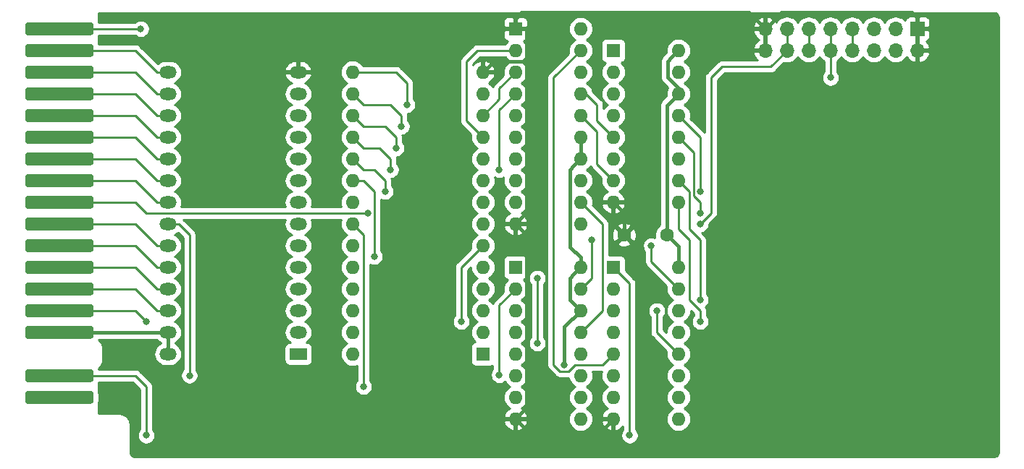
<source format=gtl>
G04 #@! TF.GenerationSoftware,KiCad,Pcbnew,(5.1.2-1)-1*
G04 #@! TF.CreationDate,2023-07-30T19:28:41+02:00*
G04 #@! TF.ProjectId,devcart32k,64657663-6172-4743-9332-6b2e6b696361,rev?*
G04 #@! TF.SameCoordinates,Original*
G04 #@! TF.FileFunction,Copper,L1,Top*
G04 #@! TF.FilePolarity,Positive*
%FSLAX46Y46*%
G04 Gerber Fmt 4.6, Leading zero omitted, Abs format (unit mm)*
G04 Created by KiCad (PCBNEW (5.1.2-1)-1) date 2023-07-30 19:28:41*
%MOMM*%
%LPD*%
G04 APERTURE LIST*
%ADD10C,0.150000*%
%ADD11C,1.524000*%
%ADD12O,1.600000X1.600000*%
%ADD13R,1.600000X1.600000*%
%ADD14O,1.700000X1.700000*%
%ADD15R,1.700000X1.700000*%
%ADD16C,1.600000*%
%ADD17O,2.000000X1.440000*%
%ADD18R,2.000000X1.440000*%
%ADD19C,0.800000*%
%ADD20C,0.400000*%
%ADD21C,0.250000*%
%ADD22C,0.254000*%
G04 APERTURE END LIST*
D10*
G36*
X59536345Y-76709835D02*
G01*
X59573329Y-76715321D01*
X59609598Y-76724406D01*
X59644802Y-76737002D01*
X59678602Y-76752988D01*
X59710672Y-76772210D01*
X59740704Y-76794483D01*
X59768408Y-76819592D01*
X59793517Y-76847296D01*
X59815790Y-76877328D01*
X59835012Y-76909398D01*
X59850998Y-76943198D01*
X59863594Y-76978402D01*
X59872679Y-77014671D01*
X59878165Y-77051655D01*
X59880000Y-77089000D01*
X59880000Y-77851000D01*
X59878165Y-77888345D01*
X59872679Y-77925329D01*
X59863594Y-77961598D01*
X59850998Y-77996802D01*
X59835012Y-78030602D01*
X59815790Y-78062672D01*
X59793517Y-78092704D01*
X59768408Y-78120408D01*
X59740704Y-78145517D01*
X59710672Y-78167790D01*
X59678602Y-78187012D01*
X59644802Y-78202998D01*
X59609598Y-78215594D01*
X59573329Y-78224679D01*
X59536345Y-78230165D01*
X59499000Y-78232000D01*
X52261000Y-78232000D01*
X52223655Y-78230165D01*
X52186671Y-78224679D01*
X52150402Y-78215594D01*
X52115198Y-78202998D01*
X52081398Y-78187012D01*
X52049328Y-78167790D01*
X52019296Y-78145517D01*
X51991592Y-78120408D01*
X51966483Y-78092704D01*
X51944210Y-78062672D01*
X51924988Y-78030602D01*
X51909002Y-77996802D01*
X51896406Y-77961598D01*
X51887321Y-77925329D01*
X51881835Y-77888345D01*
X51880000Y-77851000D01*
X51880000Y-77089000D01*
X51881835Y-77051655D01*
X51887321Y-77014671D01*
X51896406Y-76978402D01*
X51909002Y-76943198D01*
X51924988Y-76909398D01*
X51944210Y-76877328D01*
X51966483Y-76847296D01*
X51991592Y-76819592D01*
X52019296Y-76794483D01*
X52049328Y-76772210D01*
X52081398Y-76752988D01*
X52115198Y-76737002D01*
X52150402Y-76724406D01*
X52186671Y-76715321D01*
X52223655Y-76709835D01*
X52261000Y-76708000D01*
X59499000Y-76708000D01*
X59536345Y-76709835D01*
X59536345Y-76709835D01*
G37*
D11*
X55880000Y-77470000D03*
D10*
G36*
X59536345Y-79249835D02*
G01*
X59573329Y-79255321D01*
X59609598Y-79264406D01*
X59644802Y-79277002D01*
X59678602Y-79292988D01*
X59710672Y-79312210D01*
X59740704Y-79334483D01*
X59768408Y-79359592D01*
X59793517Y-79387296D01*
X59815790Y-79417328D01*
X59835012Y-79449398D01*
X59850998Y-79483198D01*
X59863594Y-79518402D01*
X59872679Y-79554671D01*
X59878165Y-79591655D01*
X59880000Y-79629000D01*
X59880000Y-80391000D01*
X59878165Y-80428345D01*
X59872679Y-80465329D01*
X59863594Y-80501598D01*
X59850998Y-80536802D01*
X59835012Y-80570602D01*
X59815790Y-80602672D01*
X59793517Y-80632704D01*
X59768408Y-80660408D01*
X59740704Y-80685517D01*
X59710672Y-80707790D01*
X59678602Y-80727012D01*
X59644802Y-80742998D01*
X59609598Y-80755594D01*
X59573329Y-80764679D01*
X59536345Y-80770165D01*
X59499000Y-80772000D01*
X52261000Y-80772000D01*
X52223655Y-80770165D01*
X52186671Y-80764679D01*
X52150402Y-80755594D01*
X52115198Y-80742998D01*
X52081398Y-80727012D01*
X52049328Y-80707790D01*
X52019296Y-80685517D01*
X51991592Y-80660408D01*
X51966483Y-80632704D01*
X51944210Y-80602672D01*
X51924988Y-80570602D01*
X51909002Y-80536802D01*
X51896406Y-80501598D01*
X51887321Y-80465329D01*
X51881835Y-80428345D01*
X51880000Y-80391000D01*
X51880000Y-79629000D01*
X51881835Y-79591655D01*
X51887321Y-79554671D01*
X51896406Y-79518402D01*
X51909002Y-79483198D01*
X51924988Y-79449398D01*
X51944210Y-79417328D01*
X51966483Y-79387296D01*
X51991592Y-79359592D01*
X52019296Y-79334483D01*
X52049328Y-79312210D01*
X52081398Y-79292988D01*
X52115198Y-79277002D01*
X52150402Y-79264406D01*
X52186671Y-79255321D01*
X52223655Y-79249835D01*
X52261000Y-79248000D01*
X59499000Y-79248000D01*
X59536345Y-79249835D01*
X59536345Y-79249835D01*
G37*
D11*
X55880000Y-80010000D03*
D10*
G36*
X59536345Y-81789835D02*
G01*
X59573329Y-81795321D01*
X59609598Y-81804406D01*
X59644802Y-81817002D01*
X59678602Y-81832988D01*
X59710672Y-81852210D01*
X59740704Y-81874483D01*
X59768408Y-81899592D01*
X59793517Y-81927296D01*
X59815790Y-81957328D01*
X59835012Y-81989398D01*
X59850998Y-82023198D01*
X59863594Y-82058402D01*
X59872679Y-82094671D01*
X59878165Y-82131655D01*
X59880000Y-82169000D01*
X59880000Y-82931000D01*
X59878165Y-82968345D01*
X59872679Y-83005329D01*
X59863594Y-83041598D01*
X59850998Y-83076802D01*
X59835012Y-83110602D01*
X59815790Y-83142672D01*
X59793517Y-83172704D01*
X59768408Y-83200408D01*
X59740704Y-83225517D01*
X59710672Y-83247790D01*
X59678602Y-83267012D01*
X59644802Y-83282998D01*
X59609598Y-83295594D01*
X59573329Y-83304679D01*
X59536345Y-83310165D01*
X59499000Y-83312000D01*
X52261000Y-83312000D01*
X52223655Y-83310165D01*
X52186671Y-83304679D01*
X52150402Y-83295594D01*
X52115198Y-83282998D01*
X52081398Y-83267012D01*
X52049328Y-83247790D01*
X52019296Y-83225517D01*
X51991592Y-83200408D01*
X51966483Y-83172704D01*
X51944210Y-83142672D01*
X51924988Y-83110602D01*
X51909002Y-83076802D01*
X51896406Y-83041598D01*
X51887321Y-83005329D01*
X51881835Y-82968345D01*
X51880000Y-82931000D01*
X51880000Y-82169000D01*
X51881835Y-82131655D01*
X51887321Y-82094671D01*
X51896406Y-82058402D01*
X51909002Y-82023198D01*
X51924988Y-81989398D01*
X51944210Y-81957328D01*
X51966483Y-81927296D01*
X51991592Y-81899592D01*
X52019296Y-81874483D01*
X52049328Y-81852210D01*
X52081398Y-81832988D01*
X52115198Y-81817002D01*
X52150402Y-81804406D01*
X52186671Y-81795321D01*
X52223655Y-81789835D01*
X52261000Y-81788000D01*
X59499000Y-81788000D01*
X59536345Y-81789835D01*
X59536345Y-81789835D01*
G37*
D11*
X55880000Y-82550000D03*
D10*
G36*
X59536345Y-84329835D02*
G01*
X59573329Y-84335321D01*
X59609598Y-84344406D01*
X59644802Y-84357002D01*
X59678602Y-84372988D01*
X59710672Y-84392210D01*
X59740704Y-84414483D01*
X59768408Y-84439592D01*
X59793517Y-84467296D01*
X59815790Y-84497328D01*
X59835012Y-84529398D01*
X59850998Y-84563198D01*
X59863594Y-84598402D01*
X59872679Y-84634671D01*
X59878165Y-84671655D01*
X59880000Y-84709000D01*
X59880000Y-85471000D01*
X59878165Y-85508345D01*
X59872679Y-85545329D01*
X59863594Y-85581598D01*
X59850998Y-85616802D01*
X59835012Y-85650602D01*
X59815790Y-85682672D01*
X59793517Y-85712704D01*
X59768408Y-85740408D01*
X59740704Y-85765517D01*
X59710672Y-85787790D01*
X59678602Y-85807012D01*
X59644802Y-85822998D01*
X59609598Y-85835594D01*
X59573329Y-85844679D01*
X59536345Y-85850165D01*
X59499000Y-85852000D01*
X52261000Y-85852000D01*
X52223655Y-85850165D01*
X52186671Y-85844679D01*
X52150402Y-85835594D01*
X52115198Y-85822998D01*
X52081398Y-85807012D01*
X52049328Y-85787790D01*
X52019296Y-85765517D01*
X51991592Y-85740408D01*
X51966483Y-85712704D01*
X51944210Y-85682672D01*
X51924988Y-85650602D01*
X51909002Y-85616802D01*
X51896406Y-85581598D01*
X51887321Y-85545329D01*
X51881835Y-85508345D01*
X51880000Y-85471000D01*
X51880000Y-84709000D01*
X51881835Y-84671655D01*
X51887321Y-84634671D01*
X51896406Y-84598402D01*
X51909002Y-84563198D01*
X51924988Y-84529398D01*
X51944210Y-84497328D01*
X51966483Y-84467296D01*
X51991592Y-84439592D01*
X52019296Y-84414483D01*
X52049328Y-84392210D01*
X52081398Y-84372988D01*
X52115198Y-84357002D01*
X52150402Y-84344406D01*
X52186671Y-84335321D01*
X52223655Y-84329835D01*
X52261000Y-84328000D01*
X59499000Y-84328000D01*
X59536345Y-84329835D01*
X59536345Y-84329835D01*
G37*
D11*
X55880000Y-85090000D03*
D10*
G36*
X59536345Y-86869835D02*
G01*
X59573329Y-86875321D01*
X59609598Y-86884406D01*
X59644802Y-86897002D01*
X59678602Y-86912988D01*
X59710672Y-86932210D01*
X59740704Y-86954483D01*
X59768408Y-86979592D01*
X59793517Y-87007296D01*
X59815790Y-87037328D01*
X59835012Y-87069398D01*
X59850998Y-87103198D01*
X59863594Y-87138402D01*
X59872679Y-87174671D01*
X59878165Y-87211655D01*
X59880000Y-87249000D01*
X59880000Y-88011000D01*
X59878165Y-88048345D01*
X59872679Y-88085329D01*
X59863594Y-88121598D01*
X59850998Y-88156802D01*
X59835012Y-88190602D01*
X59815790Y-88222672D01*
X59793517Y-88252704D01*
X59768408Y-88280408D01*
X59740704Y-88305517D01*
X59710672Y-88327790D01*
X59678602Y-88347012D01*
X59644802Y-88362998D01*
X59609598Y-88375594D01*
X59573329Y-88384679D01*
X59536345Y-88390165D01*
X59499000Y-88392000D01*
X52261000Y-88392000D01*
X52223655Y-88390165D01*
X52186671Y-88384679D01*
X52150402Y-88375594D01*
X52115198Y-88362998D01*
X52081398Y-88347012D01*
X52049328Y-88327790D01*
X52019296Y-88305517D01*
X51991592Y-88280408D01*
X51966483Y-88252704D01*
X51944210Y-88222672D01*
X51924988Y-88190602D01*
X51909002Y-88156802D01*
X51896406Y-88121598D01*
X51887321Y-88085329D01*
X51881835Y-88048345D01*
X51880000Y-88011000D01*
X51880000Y-87249000D01*
X51881835Y-87211655D01*
X51887321Y-87174671D01*
X51896406Y-87138402D01*
X51909002Y-87103198D01*
X51924988Y-87069398D01*
X51944210Y-87037328D01*
X51966483Y-87007296D01*
X51991592Y-86979592D01*
X52019296Y-86954483D01*
X52049328Y-86932210D01*
X52081398Y-86912988D01*
X52115198Y-86897002D01*
X52150402Y-86884406D01*
X52186671Y-86875321D01*
X52223655Y-86869835D01*
X52261000Y-86868000D01*
X59499000Y-86868000D01*
X59536345Y-86869835D01*
X59536345Y-86869835D01*
G37*
D11*
X55880000Y-87630000D03*
D10*
G36*
X59536345Y-89409835D02*
G01*
X59573329Y-89415321D01*
X59609598Y-89424406D01*
X59644802Y-89437002D01*
X59678602Y-89452988D01*
X59710672Y-89472210D01*
X59740704Y-89494483D01*
X59768408Y-89519592D01*
X59793517Y-89547296D01*
X59815790Y-89577328D01*
X59835012Y-89609398D01*
X59850998Y-89643198D01*
X59863594Y-89678402D01*
X59872679Y-89714671D01*
X59878165Y-89751655D01*
X59880000Y-89789000D01*
X59880000Y-90551000D01*
X59878165Y-90588345D01*
X59872679Y-90625329D01*
X59863594Y-90661598D01*
X59850998Y-90696802D01*
X59835012Y-90730602D01*
X59815790Y-90762672D01*
X59793517Y-90792704D01*
X59768408Y-90820408D01*
X59740704Y-90845517D01*
X59710672Y-90867790D01*
X59678602Y-90887012D01*
X59644802Y-90902998D01*
X59609598Y-90915594D01*
X59573329Y-90924679D01*
X59536345Y-90930165D01*
X59499000Y-90932000D01*
X52261000Y-90932000D01*
X52223655Y-90930165D01*
X52186671Y-90924679D01*
X52150402Y-90915594D01*
X52115198Y-90902998D01*
X52081398Y-90887012D01*
X52049328Y-90867790D01*
X52019296Y-90845517D01*
X51991592Y-90820408D01*
X51966483Y-90792704D01*
X51944210Y-90762672D01*
X51924988Y-90730602D01*
X51909002Y-90696802D01*
X51896406Y-90661598D01*
X51887321Y-90625329D01*
X51881835Y-90588345D01*
X51880000Y-90551000D01*
X51880000Y-89789000D01*
X51881835Y-89751655D01*
X51887321Y-89714671D01*
X51896406Y-89678402D01*
X51909002Y-89643198D01*
X51924988Y-89609398D01*
X51944210Y-89577328D01*
X51966483Y-89547296D01*
X51991592Y-89519592D01*
X52019296Y-89494483D01*
X52049328Y-89472210D01*
X52081398Y-89452988D01*
X52115198Y-89437002D01*
X52150402Y-89424406D01*
X52186671Y-89415321D01*
X52223655Y-89409835D01*
X52261000Y-89408000D01*
X59499000Y-89408000D01*
X59536345Y-89409835D01*
X59536345Y-89409835D01*
G37*
D11*
X55880000Y-90170000D03*
D10*
G36*
X59536345Y-91949835D02*
G01*
X59573329Y-91955321D01*
X59609598Y-91964406D01*
X59644802Y-91977002D01*
X59678602Y-91992988D01*
X59710672Y-92012210D01*
X59740704Y-92034483D01*
X59768408Y-92059592D01*
X59793517Y-92087296D01*
X59815790Y-92117328D01*
X59835012Y-92149398D01*
X59850998Y-92183198D01*
X59863594Y-92218402D01*
X59872679Y-92254671D01*
X59878165Y-92291655D01*
X59880000Y-92329000D01*
X59880000Y-93091000D01*
X59878165Y-93128345D01*
X59872679Y-93165329D01*
X59863594Y-93201598D01*
X59850998Y-93236802D01*
X59835012Y-93270602D01*
X59815790Y-93302672D01*
X59793517Y-93332704D01*
X59768408Y-93360408D01*
X59740704Y-93385517D01*
X59710672Y-93407790D01*
X59678602Y-93427012D01*
X59644802Y-93442998D01*
X59609598Y-93455594D01*
X59573329Y-93464679D01*
X59536345Y-93470165D01*
X59499000Y-93472000D01*
X52261000Y-93472000D01*
X52223655Y-93470165D01*
X52186671Y-93464679D01*
X52150402Y-93455594D01*
X52115198Y-93442998D01*
X52081398Y-93427012D01*
X52049328Y-93407790D01*
X52019296Y-93385517D01*
X51991592Y-93360408D01*
X51966483Y-93332704D01*
X51944210Y-93302672D01*
X51924988Y-93270602D01*
X51909002Y-93236802D01*
X51896406Y-93201598D01*
X51887321Y-93165329D01*
X51881835Y-93128345D01*
X51880000Y-93091000D01*
X51880000Y-92329000D01*
X51881835Y-92291655D01*
X51887321Y-92254671D01*
X51896406Y-92218402D01*
X51909002Y-92183198D01*
X51924988Y-92149398D01*
X51944210Y-92117328D01*
X51966483Y-92087296D01*
X51991592Y-92059592D01*
X52019296Y-92034483D01*
X52049328Y-92012210D01*
X52081398Y-91992988D01*
X52115198Y-91977002D01*
X52150402Y-91964406D01*
X52186671Y-91955321D01*
X52223655Y-91949835D01*
X52261000Y-91948000D01*
X59499000Y-91948000D01*
X59536345Y-91949835D01*
X59536345Y-91949835D01*
G37*
D11*
X55880000Y-92710000D03*
D10*
G36*
X59536345Y-94489835D02*
G01*
X59573329Y-94495321D01*
X59609598Y-94504406D01*
X59644802Y-94517002D01*
X59678602Y-94532988D01*
X59710672Y-94552210D01*
X59740704Y-94574483D01*
X59768408Y-94599592D01*
X59793517Y-94627296D01*
X59815790Y-94657328D01*
X59835012Y-94689398D01*
X59850998Y-94723198D01*
X59863594Y-94758402D01*
X59872679Y-94794671D01*
X59878165Y-94831655D01*
X59880000Y-94869000D01*
X59880000Y-95631000D01*
X59878165Y-95668345D01*
X59872679Y-95705329D01*
X59863594Y-95741598D01*
X59850998Y-95776802D01*
X59835012Y-95810602D01*
X59815790Y-95842672D01*
X59793517Y-95872704D01*
X59768408Y-95900408D01*
X59740704Y-95925517D01*
X59710672Y-95947790D01*
X59678602Y-95967012D01*
X59644802Y-95982998D01*
X59609598Y-95995594D01*
X59573329Y-96004679D01*
X59536345Y-96010165D01*
X59499000Y-96012000D01*
X52261000Y-96012000D01*
X52223655Y-96010165D01*
X52186671Y-96004679D01*
X52150402Y-95995594D01*
X52115198Y-95982998D01*
X52081398Y-95967012D01*
X52049328Y-95947790D01*
X52019296Y-95925517D01*
X51991592Y-95900408D01*
X51966483Y-95872704D01*
X51944210Y-95842672D01*
X51924988Y-95810602D01*
X51909002Y-95776802D01*
X51896406Y-95741598D01*
X51887321Y-95705329D01*
X51881835Y-95668345D01*
X51880000Y-95631000D01*
X51880000Y-94869000D01*
X51881835Y-94831655D01*
X51887321Y-94794671D01*
X51896406Y-94758402D01*
X51909002Y-94723198D01*
X51924988Y-94689398D01*
X51944210Y-94657328D01*
X51966483Y-94627296D01*
X51991592Y-94599592D01*
X52019296Y-94574483D01*
X52049328Y-94552210D01*
X52081398Y-94532988D01*
X52115198Y-94517002D01*
X52150402Y-94504406D01*
X52186671Y-94495321D01*
X52223655Y-94489835D01*
X52261000Y-94488000D01*
X59499000Y-94488000D01*
X59536345Y-94489835D01*
X59536345Y-94489835D01*
G37*
D11*
X55880000Y-95250000D03*
D10*
G36*
X59536345Y-97029835D02*
G01*
X59573329Y-97035321D01*
X59609598Y-97044406D01*
X59644802Y-97057002D01*
X59678602Y-97072988D01*
X59710672Y-97092210D01*
X59740704Y-97114483D01*
X59768408Y-97139592D01*
X59793517Y-97167296D01*
X59815790Y-97197328D01*
X59835012Y-97229398D01*
X59850998Y-97263198D01*
X59863594Y-97298402D01*
X59872679Y-97334671D01*
X59878165Y-97371655D01*
X59880000Y-97409000D01*
X59880000Y-98171000D01*
X59878165Y-98208345D01*
X59872679Y-98245329D01*
X59863594Y-98281598D01*
X59850998Y-98316802D01*
X59835012Y-98350602D01*
X59815790Y-98382672D01*
X59793517Y-98412704D01*
X59768408Y-98440408D01*
X59740704Y-98465517D01*
X59710672Y-98487790D01*
X59678602Y-98507012D01*
X59644802Y-98522998D01*
X59609598Y-98535594D01*
X59573329Y-98544679D01*
X59536345Y-98550165D01*
X59499000Y-98552000D01*
X52261000Y-98552000D01*
X52223655Y-98550165D01*
X52186671Y-98544679D01*
X52150402Y-98535594D01*
X52115198Y-98522998D01*
X52081398Y-98507012D01*
X52049328Y-98487790D01*
X52019296Y-98465517D01*
X51991592Y-98440408D01*
X51966483Y-98412704D01*
X51944210Y-98382672D01*
X51924988Y-98350602D01*
X51909002Y-98316802D01*
X51896406Y-98281598D01*
X51887321Y-98245329D01*
X51881835Y-98208345D01*
X51880000Y-98171000D01*
X51880000Y-97409000D01*
X51881835Y-97371655D01*
X51887321Y-97334671D01*
X51896406Y-97298402D01*
X51909002Y-97263198D01*
X51924988Y-97229398D01*
X51944210Y-97197328D01*
X51966483Y-97167296D01*
X51991592Y-97139592D01*
X52019296Y-97114483D01*
X52049328Y-97092210D01*
X52081398Y-97072988D01*
X52115198Y-97057002D01*
X52150402Y-97044406D01*
X52186671Y-97035321D01*
X52223655Y-97029835D01*
X52261000Y-97028000D01*
X59499000Y-97028000D01*
X59536345Y-97029835D01*
X59536345Y-97029835D01*
G37*
D11*
X55880000Y-97790000D03*
D10*
G36*
X59536345Y-99569835D02*
G01*
X59573329Y-99575321D01*
X59609598Y-99584406D01*
X59644802Y-99597002D01*
X59678602Y-99612988D01*
X59710672Y-99632210D01*
X59740704Y-99654483D01*
X59768408Y-99679592D01*
X59793517Y-99707296D01*
X59815790Y-99737328D01*
X59835012Y-99769398D01*
X59850998Y-99803198D01*
X59863594Y-99838402D01*
X59872679Y-99874671D01*
X59878165Y-99911655D01*
X59880000Y-99949000D01*
X59880000Y-100711000D01*
X59878165Y-100748345D01*
X59872679Y-100785329D01*
X59863594Y-100821598D01*
X59850998Y-100856802D01*
X59835012Y-100890602D01*
X59815790Y-100922672D01*
X59793517Y-100952704D01*
X59768408Y-100980408D01*
X59740704Y-101005517D01*
X59710672Y-101027790D01*
X59678602Y-101047012D01*
X59644802Y-101062998D01*
X59609598Y-101075594D01*
X59573329Y-101084679D01*
X59536345Y-101090165D01*
X59499000Y-101092000D01*
X52261000Y-101092000D01*
X52223655Y-101090165D01*
X52186671Y-101084679D01*
X52150402Y-101075594D01*
X52115198Y-101062998D01*
X52081398Y-101047012D01*
X52049328Y-101027790D01*
X52019296Y-101005517D01*
X51991592Y-100980408D01*
X51966483Y-100952704D01*
X51944210Y-100922672D01*
X51924988Y-100890602D01*
X51909002Y-100856802D01*
X51896406Y-100821598D01*
X51887321Y-100785329D01*
X51881835Y-100748345D01*
X51880000Y-100711000D01*
X51880000Y-99949000D01*
X51881835Y-99911655D01*
X51887321Y-99874671D01*
X51896406Y-99838402D01*
X51909002Y-99803198D01*
X51924988Y-99769398D01*
X51944210Y-99737328D01*
X51966483Y-99707296D01*
X51991592Y-99679592D01*
X52019296Y-99654483D01*
X52049328Y-99632210D01*
X52081398Y-99612988D01*
X52115198Y-99597002D01*
X52150402Y-99584406D01*
X52186671Y-99575321D01*
X52223655Y-99569835D01*
X52261000Y-99568000D01*
X59499000Y-99568000D01*
X59536345Y-99569835D01*
X59536345Y-99569835D01*
G37*
D11*
X55880000Y-100330000D03*
D10*
G36*
X59536345Y-102109835D02*
G01*
X59573329Y-102115321D01*
X59609598Y-102124406D01*
X59644802Y-102137002D01*
X59678602Y-102152988D01*
X59710672Y-102172210D01*
X59740704Y-102194483D01*
X59768408Y-102219592D01*
X59793517Y-102247296D01*
X59815790Y-102277328D01*
X59835012Y-102309398D01*
X59850998Y-102343198D01*
X59863594Y-102378402D01*
X59872679Y-102414671D01*
X59878165Y-102451655D01*
X59880000Y-102489000D01*
X59880000Y-103251000D01*
X59878165Y-103288345D01*
X59872679Y-103325329D01*
X59863594Y-103361598D01*
X59850998Y-103396802D01*
X59835012Y-103430602D01*
X59815790Y-103462672D01*
X59793517Y-103492704D01*
X59768408Y-103520408D01*
X59740704Y-103545517D01*
X59710672Y-103567790D01*
X59678602Y-103587012D01*
X59644802Y-103602998D01*
X59609598Y-103615594D01*
X59573329Y-103624679D01*
X59536345Y-103630165D01*
X59499000Y-103632000D01*
X52261000Y-103632000D01*
X52223655Y-103630165D01*
X52186671Y-103624679D01*
X52150402Y-103615594D01*
X52115198Y-103602998D01*
X52081398Y-103587012D01*
X52049328Y-103567790D01*
X52019296Y-103545517D01*
X51991592Y-103520408D01*
X51966483Y-103492704D01*
X51944210Y-103462672D01*
X51924988Y-103430602D01*
X51909002Y-103396802D01*
X51896406Y-103361598D01*
X51887321Y-103325329D01*
X51881835Y-103288345D01*
X51880000Y-103251000D01*
X51880000Y-102489000D01*
X51881835Y-102451655D01*
X51887321Y-102414671D01*
X51896406Y-102378402D01*
X51909002Y-102343198D01*
X51924988Y-102309398D01*
X51944210Y-102277328D01*
X51966483Y-102247296D01*
X51991592Y-102219592D01*
X52019296Y-102194483D01*
X52049328Y-102172210D01*
X52081398Y-102152988D01*
X52115198Y-102137002D01*
X52150402Y-102124406D01*
X52186671Y-102115321D01*
X52223655Y-102109835D01*
X52261000Y-102108000D01*
X59499000Y-102108000D01*
X59536345Y-102109835D01*
X59536345Y-102109835D01*
G37*
D11*
X55880000Y-102870000D03*
D10*
G36*
X59536345Y-104649835D02*
G01*
X59573329Y-104655321D01*
X59609598Y-104664406D01*
X59644802Y-104677002D01*
X59678602Y-104692988D01*
X59710672Y-104712210D01*
X59740704Y-104734483D01*
X59768408Y-104759592D01*
X59793517Y-104787296D01*
X59815790Y-104817328D01*
X59835012Y-104849398D01*
X59850998Y-104883198D01*
X59863594Y-104918402D01*
X59872679Y-104954671D01*
X59878165Y-104991655D01*
X59880000Y-105029000D01*
X59880000Y-105791000D01*
X59878165Y-105828345D01*
X59872679Y-105865329D01*
X59863594Y-105901598D01*
X59850998Y-105936802D01*
X59835012Y-105970602D01*
X59815790Y-106002672D01*
X59793517Y-106032704D01*
X59768408Y-106060408D01*
X59740704Y-106085517D01*
X59710672Y-106107790D01*
X59678602Y-106127012D01*
X59644802Y-106142998D01*
X59609598Y-106155594D01*
X59573329Y-106164679D01*
X59536345Y-106170165D01*
X59499000Y-106172000D01*
X52261000Y-106172000D01*
X52223655Y-106170165D01*
X52186671Y-106164679D01*
X52150402Y-106155594D01*
X52115198Y-106142998D01*
X52081398Y-106127012D01*
X52049328Y-106107790D01*
X52019296Y-106085517D01*
X51991592Y-106060408D01*
X51966483Y-106032704D01*
X51944210Y-106002672D01*
X51924988Y-105970602D01*
X51909002Y-105936802D01*
X51896406Y-105901598D01*
X51887321Y-105865329D01*
X51881835Y-105828345D01*
X51880000Y-105791000D01*
X51880000Y-105029000D01*
X51881835Y-104991655D01*
X51887321Y-104954671D01*
X51896406Y-104918402D01*
X51909002Y-104883198D01*
X51924988Y-104849398D01*
X51944210Y-104817328D01*
X51966483Y-104787296D01*
X51991592Y-104759592D01*
X52019296Y-104734483D01*
X52049328Y-104712210D01*
X52081398Y-104692988D01*
X52115198Y-104677002D01*
X52150402Y-104664406D01*
X52186671Y-104655321D01*
X52223655Y-104649835D01*
X52261000Y-104648000D01*
X59499000Y-104648000D01*
X59536345Y-104649835D01*
X59536345Y-104649835D01*
G37*
D11*
X55880000Y-105410000D03*
D10*
G36*
X59536345Y-107189835D02*
G01*
X59573329Y-107195321D01*
X59609598Y-107204406D01*
X59644802Y-107217002D01*
X59678602Y-107232988D01*
X59710672Y-107252210D01*
X59740704Y-107274483D01*
X59768408Y-107299592D01*
X59793517Y-107327296D01*
X59815790Y-107357328D01*
X59835012Y-107389398D01*
X59850998Y-107423198D01*
X59863594Y-107458402D01*
X59872679Y-107494671D01*
X59878165Y-107531655D01*
X59880000Y-107569000D01*
X59880000Y-108331000D01*
X59878165Y-108368345D01*
X59872679Y-108405329D01*
X59863594Y-108441598D01*
X59850998Y-108476802D01*
X59835012Y-108510602D01*
X59815790Y-108542672D01*
X59793517Y-108572704D01*
X59768408Y-108600408D01*
X59740704Y-108625517D01*
X59710672Y-108647790D01*
X59678602Y-108667012D01*
X59644802Y-108682998D01*
X59609598Y-108695594D01*
X59573329Y-108704679D01*
X59536345Y-108710165D01*
X59499000Y-108712000D01*
X52261000Y-108712000D01*
X52223655Y-108710165D01*
X52186671Y-108704679D01*
X52150402Y-108695594D01*
X52115198Y-108682998D01*
X52081398Y-108667012D01*
X52049328Y-108647790D01*
X52019296Y-108625517D01*
X51991592Y-108600408D01*
X51966483Y-108572704D01*
X51944210Y-108542672D01*
X51924988Y-108510602D01*
X51909002Y-108476802D01*
X51896406Y-108441598D01*
X51887321Y-108405329D01*
X51881835Y-108368345D01*
X51880000Y-108331000D01*
X51880000Y-107569000D01*
X51881835Y-107531655D01*
X51887321Y-107494671D01*
X51896406Y-107458402D01*
X51909002Y-107423198D01*
X51924988Y-107389398D01*
X51944210Y-107357328D01*
X51966483Y-107327296D01*
X51991592Y-107299592D01*
X52019296Y-107274483D01*
X52049328Y-107252210D01*
X52081398Y-107232988D01*
X52115198Y-107217002D01*
X52150402Y-107204406D01*
X52186671Y-107195321D01*
X52223655Y-107189835D01*
X52261000Y-107188000D01*
X59499000Y-107188000D01*
X59536345Y-107189835D01*
X59536345Y-107189835D01*
G37*
D11*
X55880000Y-107950000D03*
D10*
G36*
X59536345Y-109729835D02*
G01*
X59573329Y-109735321D01*
X59609598Y-109744406D01*
X59644802Y-109757002D01*
X59678602Y-109772988D01*
X59710672Y-109792210D01*
X59740704Y-109814483D01*
X59768408Y-109839592D01*
X59793517Y-109867296D01*
X59815790Y-109897328D01*
X59835012Y-109929398D01*
X59850998Y-109963198D01*
X59863594Y-109998402D01*
X59872679Y-110034671D01*
X59878165Y-110071655D01*
X59880000Y-110109000D01*
X59880000Y-110871000D01*
X59878165Y-110908345D01*
X59872679Y-110945329D01*
X59863594Y-110981598D01*
X59850998Y-111016802D01*
X59835012Y-111050602D01*
X59815790Y-111082672D01*
X59793517Y-111112704D01*
X59768408Y-111140408D01*
X59740704Y-111165517D01*
X59710672Y-111187790D01*
X59678602Y-111207012D01*
X59644802Y-111222998D01*
X59609598Y-111235594D01*
X59573329Y-111244679D01*
X59536345Y-111250165D01*
X59499000Y-111252000D01*
X52261000Y-111252000D01*
X52223655Y-111250165D01*
X52186671Y-111244679D01*
X52150402Y-111235594D01*
X52115198Y-111222998D01*
X52081398Y-111207012D01*
X52049328Y-111187790D01*
X52019296Y-111165517D01*
X51991592Y-111140408D01*
X51966483Y-111112704D01*
X51944210Y-111082672D01*
X51924988Y-111050602D01*
X51909002Y-111016802D01*
X51896406Y-110981598D01*
X51887321Y-110945329D01*
X51881835Y-110908345D01*
X51880000Y-110871000D01*
X51880000Y-110109000D01*
X51881835Y-110071655D01*
X51887321Y-110034671D01*
X51896406Y-109998402D01*
X51909002Y-109963198D01*
X51924988Y-109929398D01*
X51944210Y-109897328D01*
X51966483Y-109867296D01*
X51991592Y-109839592D01*
X52019296Y-109814483D01*
X52049328Y-109792210D01*
X52081398Y-109772988D01*
X52115198Y-109757002D01*
X52150402Y-109744406D01*
X52186671Y-109735321D01*
X52223655Y-109729835D01*
X52261000Y-109728000D01*
X59499000Y-109728000D01*
X59536345Y-109729835D01*
X59536345Y-109729835D01*
G37*
D11*
X55880000Y-110490000D03*
D10*
G36*
X59536345Y-112269835D02*
G01*
X59573329Y-112275321D01*
X59609598Y-112284406D01*
X59644802Y-112297002D01*
X59678602Y-112312988D01*
X59710672Y-112332210D01*
X59740704Y-112354483D01*
X59768408Y-112379592D01*
X59793517Y-112407296D01*
X59815790Y-112437328D01*
X59835012Y-112469398D01*
X59850998Y-112503198D01*
X59863594Y-112538402D01*
X59872679Y-112574671D01*
X59878165Y-112611655D01*
X59880000Y-112649000D01*
X59880000Y-113411000D01*
X59878165Y-113448345D01*
X59872679Y-113485329D01*
X59863594Y-113521598D01*
X59850998Y-113556802D01*
X59835012Y-113590602D01*
X59815790Y-113622672D01*
X59793517Y-113652704D01*
X59768408Y-113680408D01*
X59740704Y-113705517D01*
X59710672Y-113727790D01*
X59678602Y-113747012D01*
X59644802Y-113762998D01*
X59609598Y-113775594D01*
X59573329Y-113784679D01*
X59536345Y-113790165D01*
X59499000Y-113792000D01*
X52261000Y-113792000D01*
X52223655Y-113790165D01*
X52186671Y-113784679D01*
X52150402Y-113775594D01*
X52115198Y-113762998D01*
X52081398Y-113747012D01*
X52049328Y-113727790D01*
X52019296Y-113705517D01*
X51991592Y-113680408D01*
X51966483Y-113652704D01*
X51944210Y-113622672D01*
X51924988Y-113590602D01*
X51909002Y-113556802D01*
X51896406Y-113521598D01*
X51887321Y-113485329D01*
X51881835Y-113448345D01*
X51880000Y-113411000D01*
X51880000Y-112649000D01*
X51881835Y-112611655D01*
X51887321Y-112574671D01*
X51896406Y-112538402D01*
X51909002Y-112503198D01*
X51924988Y-112469398D01*
X51944210Y-112437328D01*
X51966483Y-112407296D01*
X51991592Y-112379592D01*
X52019296Y-112354483D01*
X52049328Y-112332210D01*
X52081398Y-112312988D01*
X52115198Y-112297002D01*
X52150402Y-112284406D01*
X52186671Y-112275321D01*
X52223655Y-112269835D01*
X52261000Y-112268000D01*
X59499000Y-112268000D01*
X59536345Y-112269835D01*
X59536345Y-112269835D01*
G37*
D11*
X55880000Y-113030000D03*
D10*
G36*
X59536345Y-117349835D02*
G01*
X59573329Y-117355321D01*
X59609598Y-117364406D01*
X59644802Y-117377002D01*
X59678602Y-117392988D01*
X59710672Y-117412210D01*
X59740704Y-117434483D01*
X59768408Y-117459592D01*
X59793517Y-117487296D01*
X59815790Y-117517328D01*
X59835012Y-117549398D01*
X59850998Y-117583198D01*
X59863594Y-117618402D01*
X59872679Y-117654671D01*
X59878165Y-117691655D01*
X59880000Y-117729000D01*
X59880000Y-118491000D01*
X59878165Y-118528345D01*
X59872679Y-118565329D01*
X59863594Y-118601598D01*
X59850998Y-118636802D01*
X59835012Y-118670602D01*
X59815790Y-118702672D01*
X59793517Y-118732704D01*
X59768408Y-118760408D01*
X59740704Y-118785517D01*
X59710672Y-118807790D01*
X59678602Y-118827012D01*
X59644802Y-118842998D01*
X59609598Y-118855594D01*
X59573329Y-118864679D01*
X59536345Y-118870165D01*
X59499000Y-118872000D01*
X52261000Y-118872000D01*
X52223655Y-118870165D01*
X52186671Y-118864679D01*
X52150402Y-118855594D01*
X52115198Y-118842998D01*
X52081398Y-118827012D01*
X52049328Y-118807790D01*
X52019296Y-118785517D01*
X51991592Y-118760408D01*
X51966483Y-118732704D01*
X51944210Y-118702672D01*
X51924988Y-118670602D01*
X51909002Y-118636802D01*
X51896406Y-118601598D01*
X51887321Y-118565329D01*
X51881835Y-118528345D01*
X51880000Y-118491000D01*
X51880000Y-117729000D01*
X51881835Y-117691655D01*
X51887321Y-117654671D01*
X51896406Y-117618402D01*
X51909002Y-117583198D01*
X51924988Y-117549398D01*
X51944210Y-117517328D01*
X51966483Y-117487296D01*
X51991592Y-117459592D01*
X52019296Y-117434483D01*
X52049328Y-117412210D01*
X52081398Y-117392988D01*
X52115198Y-117377002D01*
X52150402Y-117364406D01*
X52186671Y-117355321D01*
X52223655Y-117349835D01*
X52261000Y-117348000D01*
X59499000Y-117348000D01*
X59536345Y-117349835D01*
X59536345Y-117349835D01*
G37*
D11*
X55880000Y-118110000D03*
D10*
G36*
X59536345Y-119889835D02*
G01*
X59573329Y-119895321D01*
X59609598Y-119904406D01*
X59644802Y-119917002D01*
X59678602Y-119932988D01*
X59710672Y-119952210D01*
X59740704Y-119974483D01*
X59768408Y-119999592D01*
X59793517Y-120027296D01*
X59815790Y-120057328D01*
X59835012Y-120089398D01*
X59850998Y-120123198D01*
X59863594Y-120158402D01*
X59872679Y-120194671D01*
X59878165Y-120231655D01*
X59880000Y-120269000D01*
X59880000Y-121031000D01*
X59878165Y-121068345D01*
X59872679Y-121105329D01*
X59863594Y-121141598D01*
X59850998Y-121176802D01*
X59835012Y-121210602D01*
X59815790Y-121242672D01*
X59793517Y-121272704D01*
X59768408Y-121300408D01*
X59740704Y-121325517D01*
X59710672Y-121347790D01*
X59678602Y-121367012D01*
X59644802Y-121382998D01*
X59609598Y-121395594D01*
X59573329Y-121404679D01*
X59536345Y-121410165D01*
X59499000Y-121412000D01*
X52261000Y-121412000D01*
X52223655Y-121410165D01*
X52186671Y-121404679D01*
X52150402Y-121395594D01*
X52115198Y-121382998D01*
X52081398Y-121367012D01*
X52049328Y-121347790D01*
X52019296Y-121325517D01*
X51991592Y-121300408D01*
X51966483Y-121272704D01*
X51944210Y-121242672D01*
X51924988Y-121210602D01*
X51909002Y-121176802D01*
X51896406Y-121141598D01*
X51887321Y-121105329D01*
X51881835Y-121068345D01*
X51880000Y-121031000D01*
X51880000Y-120269000D01*
X51881835Y-120231655D01*
X51887321Y-120194671D01*
X51896406Y-120158402D01*
X51909002Y-120123198D01*
X51924988Y-120089398D01*
X51944210Y-120057328D01*
X51966483Y-120027296D01*
X51991592Y-119999592D01*
X52019296Y-119974483D01*
X52049328Y-119952210D01*
X52081398Y-119932988D01*
X52115198Y-119917002D01*
X52150402Y-119904406D01*
X52186671Y-119895321D01*
X52223655Y-119889835D01*
X52261000Y-119888000D01*
X59499000Y-119888000D01*
X59536345Y-119889835D01*
X59536345Y-119889835D01*
G37*
D11*
X55880000Y-120650000D03*
D12*
X116840000Y-105410000D03*
X109220000Y-123190000D03*
X116840000Y-107950000D03*
X109220000Y-120650000D03*
X116840000Y-110490000D03*
X109220000Y-118110000D03*
X116840000Y-113030000D03*
X109220000Y-115570000D03*
X116840000Y-115570000D03*
X109220000Y-113030000D03*
X116840000Y-118110000D03*
X109220000Y-110490000D03*
X116840000Y-120650000D03*
X109220000Y-107950000D03*
X116840000Y-123190000D03*
D13*
X109220000Y-105410000D03*
D14*
X138430000Y-80010000D03*
X138430000Y-77470000D03*
X140970000Y-80010000D03*
X140970000Y-77470000D03*
X143510000Y-80010000D03*
X143510000Y-77470000D03*
X146050000Y-80010000D03*
X146050000Y-77470000D03*
X148590000Y-80010000D03*
X148590000Y-77470000D03*
X151130000Y-80010000D03*
X151130000Y-77470000D03*
X153670000Y-80010000D03*
X153670000Y-77470000D03*
X156210000Y-80010000D03*
D15*
X156210000Y-77470000D03*
D16*
X126920000Y-101600000D03*
X121920000Y-101600000D03*
D17*
X68580000Y-82550000D03*
X83820000Y-82550000D03*
X68580000Y-85090000D03*
X83820000Y-85090000D03*
X68580000Y-87630000D03*
X83820000Y-87630000D03*
X68580000Y-90170000D03*
X83820000Y-90170000D03*
X68580000Y-92710000D03*
X83820000Y-92710000D03*
X68580000Y-95250000D03*
X83820000Y-95250000D03*
X68580000Y-97790000D03*
X83820000Y-97790000D03*
X68580000Y-100330000D03*
X83820000Y-100330000D03*
X68580000Y-102870000D03*
X83820000Y-102870000D03*
X68580000Y-105410000D03*
X83820000Y-105410000D03*
X68580000Y-107950000D03*
X83820000Y-107950000D03*
X68580000Y-110490000D03*
X83820000Y-110490000D03*
X68580000Y-113030000D03*
X83820000Y-113030000D03*
X68580000Y-115570000D03*
D18*
X83820000Y-115570000D03*
D12*
X116840000Y-77470000D03*
X109220000Y-100330000D03*
X116840000Y-80010000D03*
X109220000Y-97790000D03*
X116840000Y-82550000D03*
X109220000Y-95250000D03*
X116840000Y-85090000D03*
X109220000Y-92710000D03*
X116840000Y-87630000D03*
X109220000Y-90170000D03*
X116840000Y-90170000D03*
X109220000Y-87630000D03*
X116840000Y-92710000D03*
X109220000Y-85090000D03*
X116840000Y-95250000D03*
X109220000Y-82550000D03*
X116840000Y-97790000D03*
X109220000Y-80010000D03*
X116840000Y-100330000D03*
D13*
X109220000Y-77470000D03*
D12*
X128270000Y-105410000D03*
X120650000Y-123190000D03*
X128270000Y-107950000D03*
X120650000Y-120650000D03*
X128270000Y-110490000D03*
X120650000Y-118110000D03*
X128270000Y-113030000D03*
X120650000Y-115570000D03*
X128270000Y-115570000D03*
X120650000Y-113030000D03*
X128270000Y-118110000D03*
X120650000Y-110490000D03*
X128270000Y-120650000D03*
X120650000Y-107950000D03*
X128270000Y-123190000D03*
D13*
X120650000Y-105410000D03*
D12*
X128270000Y-80010000D03*
X120650000Y-97790000D03*
X128270000Y-82550000D03*
X120650000Y-95250000D03*
X128270000Y-85090000D03*
X120650000Y-92710000D03*
X128270000Y-87630000D03*
X120650000Y-90170000D03*
X128270000Y-90170000D03*
X120650000Y-87630000D03*
X128270000Y-92710000D03*
X120650000Y-85090000D03*
X128270000Y-95250000D03*
X120650000Y-82550000D03*
X128270000Y-97790000D03*
D13*
X120650000Y-80010000D03*
D12*
X90170000Y-115570000D03*
X105410000Y-82550000D03*
X90170000Y-113030000D03*
X105410000Y-85090000D03*
X90170000Y-110490000D03*
X105410000Y-87630000D03*
X90170000Y-107950000D03*
X105410000Y-90170000D03*
X90170000Y-105410000D03*
X105410000Y-92710000D03*
X90170000Y-102870000D03*
X105410000Y-95250000D03*
X90170000Y-100330000D03*
X105410000Y-97790000D03*
X90170000Y-97790000D03*
X105410000Y-100330000D03*
X90170000Y-95250000D03*
X105410000Y-102870000D03*
X90170000Y-92710000D03*
X105410000Y-105410000D03*
X90170000Y-90170000D03*
X105410000Y-107950000D03*
X90170000Y-87630000D03*
X105410000Y-110490000D03*
X90170000Y-85090000D03*
X105410000Y-113030000D03*
X90170000Y-82550000D03*
D13*
X105410000Y-115570000D03*
D19*
X92710000Y-104140000D03*
X91985000Y-99060000D03*
X118110000Y-102235000D03*
X114935000Y-116840000D03*
X107315000Y-93980000D03*
X125095000Y-102870000D03*
X102870000Y-111760000D03*
X111760000Y-114300000D03*
X111760000Y-106680000D03*
X107315000Y-118020000D03*
X65405000Y-77470000D03*
X96520000Y-86360000D03*
X95885000Y-88900000D03*
X95250000Y-91440000D03*
X94615000Y-93980000D03*
X130810000Y-96520000D03*
X93980000Y-96520000D03*
X66040000Y-111760000D03*
X66040000Y-125095000D03*
X122555000Y-125095000D03*
X130810000Y-100330000D03*
X146050000Y-83185000D03*
X71100000Y-118090000D03*
X91440000Y-119380000D03*
X130810000Y-99060000D03*
X130810000Y-109220000D03*
X130810000Y-111760000D03*
X125730000Y-110490000D03*
D20*
X110470001Y-99079999D02*
X110019999Y-99530001D01*
X110420000Y-77470000D02*
X110470001Y-77520001D01*
X110019999Y-99530001D02*
X109220000Y-100330000D01*
X109220000Y-77470000D02*
X110420000Y-77470000D01*
X110470001Y-121939999D02*
X110019999Y-122390001D01*
X110019999Y-122390001D02*
X109220000Y-123190000D01*
X110470001Y-101580001D02*
X110470001Y-121939999D01*
X109220000Y-100330000D02*
X110470001Y-101580001D01*
X121920000Y-99060000D02*
X120650000Y-97790000D01*
X121920000Y-101600000D02*
X121920000Y-99060000D01*
X118745000Y-125095000D02*
X120650000Y-123190000D01*
X111125000Y-125095000D02*
X118745000Y-125095000D01*
X109220000Y-123190000D02*
X111125000Y-125095000D01*
X156210000Y-80010000D02*
X156210000Y-77470000D01*
X138430000Y-80010000D02*
X138430000Y-77470000D01*
X156210000Y-76220000D02*
X155555000Y-75565000D01*
X156210000Y-77470000D02*
X156210000Y-76220000D01*
X155555000Y-75565000D02*
X140335000Y-75565000D01*
X140335000Y-75565000D02*
X138430000Y-77470000D01*
X109220000Y-76270000D02*
X109925000Y-75565000D01*
X109220000Y-77470000D02*
X109220000Y-76270000D01*
X136525000Y-75565000D02*
X138430000Y-77470000D01*
X109925000Y-75565000D02*
X136525000Y-75565000D01*
X106699999Y-81260001D02*
X110470001Y-81260001D01*
X105410000Y-82550000D02*
X106699999Y-81260001D01*
X110470001Y-81260001D02*
X110470001Y-99079999D01*
X110470001Y-77520001D02*
X110470001Y-81260001D01*
D21*
X64770000Y-92710000D02*
X55880000Y-92710000D01*
X67310000Y-95250000D02*
X64770000Y-92710000D01*
X68580000Y-95250000D02*
X67310000Y-95250000D01*
X92710000Y-104140000D02*
X92710000Y-96520000D01*
X92710000Y-96520000D02*
X91440000Y-95250000D01*
X91440000Y-95250000D02*
X90170000Y-95250000D01*
X91985000Y-99060000D02*
X66040000Y-99060000D01*
X66040000Y-99060000D02*
X64770000Y-97790000D01*
X64770000Y-97790000D02*
X55880000Y-97790000D01*
X118110000Y-106680000D02*
X116840000Y-107950000D01*
X118110000Y-102235000D02*
X118110000Y-106680000D01*
D20*
X68580000Y-113030000D02*
X68580000Y-115570000D01*
X116040001Y-106209999D02*
X116840000Y-105410000D01*
X115589999Y-106660001D02*
X116040001Y-106209999D01*
X115589999Y-109239999D02*
X115589999Y-106660001D01*
X116840000Y-110490000D02*
X115589999Y-109239999D01*
X116040001Y-93509999D02*
X116840000Y-92710000D01*
X115589999Y-93960001D02*
X116040001Y-93509999D01*
X115589999Y-103028629D02*
X115589999Y-93960001D01*
X116840000Y-104278630D02*
X115589999Y-103028629D01*
X116840000Y-105410000D02*
X116840000Y-104278630D01*
X116840000Y-92710000D02*
X116840000Y-90170000D01*
X128270000Y-102950000D02*
X126920000Y-101600000D01*
X128270000Y-105410000D02*
X128270000Y-102950000D01*
X126920000Y-86440000D02*
X128270000Y-85090000D01*
X126920000Y-101600000D02*
X126920000Y-86440000D01*
X127470001Y-80809999D02*
X128270000Y-80010000D01*
X127019999Y-81260001D02*
X127470001Y-80809999D01*
X127019999Y-83150001D02*
X127019999Y-81260001D01*
X128270000Y-84400002D02*
X127019999Y-83150001D01*
X128270000Y-85090000D02*
X128270000Y-84400002D01*
X68580000Y-113030000D02*
X55880000Y-113030000D01*
X114935000Y-112395000D02*
X116840000Y-110490000D01*
X114935000Y-116840000D02*
X114935000Y-112395000D01*
D21*
X107315000Y-86995000D02*
X109220000Y-85090000D01*
X107315000Y-93980000D02*
X107315000Y-86995000D01*
X107315000Y-84455000D02*
X109220000Y-82550000D01*
X107315000Y-85725000D02*
X107315000Y-84455000D01*
X105410000Y-87630000D02*
X107315000Y-85725000D01*
X104775000Y-80010000D02*
X109220000Y-80010000D01*
X103505000Y-81280000D02*
X104775000Y-80010000D01*
X103505000Y-88265000D02*
X103505000Y-81280000D01*
X105410000Y-90170000D02*
X103505000Y-88265000D01*
X125095000Y-104775000D02*
X128270000Y-107950000D01*
X125095000Y-102870000D02*
X125095000Y-104775000D01*
X102870000Y-105410000D02*
X105410000Y-102870000D01*
X102870000Y-111760000D02*
X102870000Y-105410000D01*
X111760000Y-114300000D02*
X111760000Y-106680000D01*
X107315000Y-109855000D02*
X109220000Y-107950000D01*
X107315000Y-118020000D02*
X107315000Y-109855000D01*
X65405000Y-77470000D02*
X55880000Y-77470000D01*
X96520000Y-86360000D02*
X96520000Y-83820000D01*
X96520000Y-83820000D02*
X95250000Y-82550000D01*
X95250000Y-82550000D02*
X90170000Y-82550000D01*
X55880000Y-80010000D02*
X64770000Y-80010000D01*
X67310000Y-82550000D02*
X68580000Y-82550000D01*
X64770000Y-80010000D02*
X67310000Y-82550000D01*
X95885000Y-88900000D02*
X95885000Y-87630000D01*
X95885000Y-87630000D02*
X94615000Y-86360000D01*
X91440000Y-86360000D02*
X90170000Y-85090000D01*
X94615000Y-86360000D02*
X91440000Y-86360000D01*
X55880000Y-82550000D02*
X64770000Y-82550000D01*
X64770000Y-82550000D02*
X67310000Y-85090000D01*
X67310000Y-85090000D02*
X68580000Y-85090000D01*
X95250000Y-91440000D02*
X95250000Y-90170000D01*
X95250000Y-90170000D02*
X93980000Y-88900000D01*
X91440000Y-88900000D02*
X90170000Y-87630000D01*
X93980000Y-88900000D02*
X91440000Y-88900000D01*
X55880000Y-85090000D02*
X64770000Y-85090000D01*
X64770000Y-85090000D02*
X67310000Y-87630000D01*
X67310000Y-87630000D02*
X68580000Y-87630000D01*
X94615000Y-93980000D02*
X94615000Y-92710000D01*
X94615000Y-92710000D02*
X93345000Y-91440000D01*
X91440000Y-91440000D02*
X90170000Y-90170000D01*
X93345000Y-91440000D02*
X91440000Y-91440000D01*
X67330000Y-90170000D02*
X64790000Y-87630000D01*
X68580000Y-90170000D02*
X67330000Y-90170000D01*
X64790000Y-87630000D02*
X55880000Y-87630000D01*
X130810000Y-90170000D02*
X128270000Y-87630000D01*
X130810000Y-96520000D02*
X130810000Y-90170000D01*
X93980000Y-96520000D02*
X93980000Y-95250000D01*
X93980000Y-95250000D02*
X92710000Y-93980000D01*
X92710000Y-93980000D02*
X91440000Y-93980000D01*
X91440000Y-93980000D02*
X90170000Y-92710000D01*
X67330000Y-92710000D02*
X64790000Y-90170000D01*
X68580000Y-92710000D02*
X67330000Y-92710000D01*
X64790000Y-90170000D02*
X55880000Y-90170000D01*
X67330000Y-97790000D02*
X64790000Y-95250000D01*
X68580000Y-97790000D02*
X67330000Y-97790000D01*
X64790000Y-95250000D02*
X55880000Y-95250000D01*
X67330000Y-102870000D02*
X64790000Y-100330000D01*
X68580000Y-102870000D02*
X67330000Y-102870000D01*
X64790000Y-100330000D02*
X55880000Y-100330000D01*
X67330000Y-105410000D02*
X64790000Y-102870000D01*
X68580000Y-105410000D02*
X67330000Y-105410000D01*
X64790000Y-102870000D02*
X55880000Y-102870000D01*
X67330000Y-107950000D02*
X64790000Y-105410000D01*
X68580000Y-107950000D02*
X67330000Y-107950000D01*
X64790000Y-105410000D02*
X55880000Y-105410000D01*
X67330000Y-110490000D02*
X64790000Y-107950000D01*
X68580000Y-110490000D02*
X67330000Y-110490000D01*
X64790000Y-107950000D02*
X55880000Y-107950000D01*
X64770000Y-110490000D02*
X55880000Y-110490000D01*
X66040000Y-111760000D02*
X64770000Y-110490000D01*
X66040000Y-125095000D02*
X66040000Y-119380000D01*
X66040000Y-119380000D02*
X64770000Y-118110000D01*
X64770000Y-118110000D02*
X55880000Y-118110000D01*
X122555000Y-125095000D02*
X122555000Y-107315000D01*
X122555000Y-107315000D02*
X120650000Y-105410000D01*
X140970000Y-77470000D02*
X140970000Y-80010000D01*
X132080000Y-83185000D02*
X133350000Y-81915000D01*
X139065000Y-81915000D02*
X140970000Y-80010000D01*
X133350000Y-81915000D02*
X139065000Y-81915000D01*
X132080000Y-99060000D02*
X132080000Y-83185000D01*
X132080000Y-99060000D02*
X130810000Y-100330000D01*
X143510000Y-77470000D02*
X143510000Y-80010000D01*
X146050000Y-77470000D02*
X146050000Y-80010000D01*
X116840000Y-85090000D02*
X117475000Y-85090000D01*
X117475000Y-85090000D02*
X118745000Y-86360000D01*
X118745000Y-86360000D02*
X118745000Y-88265000D01*
X118745000Y-88265000D02*
X120650000Y-90170000D01*
X146050000Y-83185000D02*
X146050000Y-80010000D01*
X148590000Y-77470000D02*
X148590000Y-80010000D01*
X116840000Y-87630000D02*
X118745000Y-89535000D01*
X118745000Y-89535000D02*
X118745000Y-93345000D01*
X118745000Y-93345000D02*
X120650000Y-95250000D01*
X69830000Y-100330000D02*
X71100000Y-101600000D01*
X68580000Y-100330000D02*
X69830000Y-100330000D01*
X71100000Y-101600000D02*
X71100000Y-118090000D01*
X91440000Y-119380000D02*
X91440000Y-101600000D01*
X90969999Y-101129999D02*
X90170000Y-100330000D01*
X91440000Y-101600000D02*
X90969999Y-101129999D01*
X119380000Y-100330000D02*
X116840000Y-97790000D01*
X119380000Y-110490000D02*
X119380000Y-100330000D01*
X116840000Y-113030000D02*
X119380000Y-110490000D01*
X130810000Y-97790000D02*
X130810000Y-99060000D01*
X130084999Y-97064999D02*
X130810000Y-97790000D01*
X130084999Y-91984999D02*
X130084999Y-97064999D01*
X128270000Y-90170000D02*
X130084999Y-91984999D01*
X129540000Y-100965000D02*
X130810000Y-102235000D01*
X129540000Y-96520000D02*
X129540000Y-100965000D01*
X130810000Y-102235000D02*
X130810000Y-109220000D01*
X128270000Y-95250000D02*
X129540000Y-96520000D01*
X128270000Y-100965000D02*
X128270000Y-97790000D01*
X129540000Y-102235000D02*
X128270000Y-100965000D01*
X129540000Y-109220000D02*
X129540000Y-102235000D01*
X130810000Y-110490000D02*
X129540000Y-109220000D01*
X130810000Y-111760000D02*
X130810000Y-110490000D01*
X116205000Y-116840000D02*
X119380000Y-116840000D01*
X115429999Y-117615001D02*
X116205000Y-116840000D01*
X113665000Y-116840000D02*
X114440001Y-117615001D01*
X113665000Y-83185000D02*
X113665000Y-116840000D01*
X114440001Y-117615001D02*
X115429999Y-117615001D01*
X116840000Y-80010000D02*
X113665000Y-83185000D01*
X119380000Y-116840000D02*
X120650000Y-115570000D01*
X125730000Y-113030000D02*
X128270000Y-115570000D01*
X125730000Y-110490000D02*
X125730000Y-113030000D01*
D22*
G36*
X165217869Y-75604722D02*
G01*
X165331246Y-75638953D01*
X165435819Y-75694555D01*
X165527596Y-75769407D01*
X165603091Y-75860664D01*
X165659419Y-75964844D01*
X165694440Y-76077976D01*
X165710001Y-76226031D01*
X165710000Y-126967721D01*
X165695278Y-127117869D01*
X165661047Y-127231246D01*
X165605446Y-127335817D01*
X165530594Y-127427595D01*
X165439335Y-127503091D01*
X165335160Y-127559419D01*
X165222024Y-127594440D01*
X165073979Y-127610000D01*
X64802279Y-127610000D01*
X64652131Y-127595278D01*
X64538754Y-127561047D01*
X64434183Y-127505446D01*
X64342405Y-127430594D01*
X64266909Y-127339335D01*
X64210581Y-127235160D01*
X64175560Y-127122024D01*
X64160000Y-126973979D01*
X64160000Y-123792581D01*
X64157242Y-123764581D01*
X64157269Y-123760745D01*
X64156369Y-123751574D01*
X64143414Y-123628323D01*
X64131387Y-123569733D01*
X64120178Y-123510971D01*
X64117514Y-123502149D01*
X64080867Y-123383762D01*
X64057692Y-123328632D01*
X64035278Y-123273153D01*
X64030951Y-123265017D01*
X63972007Y-123156002D01*
X63938565Y-123106422D01*
X63905803Y-123056355D01*
X63899978Y-123049214D01*
X63820982Y-122953724D01*
X63778566Y-122911603D01*
X63736684Y-122868834D01*
X63729584Y-122862961D01*
X63633545Y-122784633D01*
X63583703Y-122751518D01*
X63534362Y-122717733D01*
X63526256Y-122713350D01*
X63416832Y-122655168D01*
X63361554Y-122632384D01*
X63306545Y-122608807D01*
X63297741Y-122606082D01*
X63179101Y-122570262D01*
X63120372Y-122558633D01*
X63061905Y-122546206D01*
X63052747Y-122545244D01*
X63052744Y-122545243D01*
X63052741Y-122545243D01*
X62929402Y-122533150D01*
X62897419Y-122530000D01*
X60452000Y-122530000D01*
X60452000Y-121383072D01*
X60498491Y-121229811D01*
X60518072Y-121031000D01*
X60518072Y-120269000D01*
X60498491Y-120070189D01*
X60452000Y-119916928D01*
X60452000Y-118870000D01*
X64455199Y-118870000D01*
X65280001Y-119694803D01*
X65280000Y-124391289D01*
X65236063Y-124435226D01*
X65122795Y-124604744D01*
X65044774Y-124793102D01*
X65005000Y-124993061D01*
X65005000Y-125196939D01*
X65044774Y-125396898D01*
X65122795Y-125585256D01*
X65236063Y-125754774D01*
X65380226Y-125898937D01*
X65549744Y-126012205D01*
X65738102Y-126090226D01*
X65938061Y-126130000D01*
X66141939Y-126130000D01*
X66341898Y-126090226D01*
X66530256Y-126012205D01*
X66699774Y-125898937D01*
X66843937Y-125754774D01*
X66957205Y-125585256D01*
X67035226Y-125396898D01*
X67075000Y-125196939D01*
X67075000Y-124993061D01*
X67035226Y-124793102D01*
X66957205Y-124604744D01*
X66843937Y-124435226D01*
X66800000Y-124391289D01*
X66800000Y-123539039D01*
X107828096Y-123539039D01*
X107868754Y-123673087D01*
X107988963Y-123927420D01*
X108156481Y-124153414D01*
X108364869Y-124342385D01*
X108606119Y-124487070D01*
X108870960Y-124581909D01*
X109093000Y-124460624D01*
X109093000Y-123317000D01*
X109347000Y-123317000D01*
X109347000Y-124460624D01*
X109569040Y-124581909D01*
X109833881Y-124487070D01*
X110075131Y-124342385D01*
X110283519Y-124153414D01*
X110451037Y-123927420D01*
X110571246Y-123673087D01*
X110611904Y-123539039D01*
X110489915Y-123317000D01*
X109347000Y-123317000D01*
X109093000Y-123317000D01*
X107950085Y-123317000D01*
X107828096Y-123539039D01*
X66800000Y-123539039D01*
X66800000Y-119417322D01*
X66803676Y-119379999D01*
X66800000Y-119342676D01*
X66800000Y-119342667D01*
X66789003Y-119231014D01*
X66745546Y-119087753D01*
X66674974Y-118955724D01*
X66580001Y-118839999D01*
X66551003Y-118816201D01*
X65333804Y-117599003D01*
X65310001Y-117569999D01*
X65194276Y-117475026D01*
X65062247Y-117404454D01*
X64918986Y-117360997D01*
X64807333Y-117350000D01*
X64807322Y-117350000D01*
X64770000Y-117346324D01*
X64732678Y-117350000D01*
X60452000Y-117350000D01*
X60452000Y-117250151D01*
X60458645Y-117245803D01*
X60465786Y-117239978D01*
X60561276Y-117160982D01*
X60603430Y-117118533D01*
X60646165Y-117076685D01*
X60652039Y-117069584D01*
X60730367Y-116973545D01*
X60763472Y-116923719D01*
X60797267Y-116874362D01*
X60801650Y-116866256D01*
X60859832Y-116756833D01*
X60882621Y-116701541D01*
X60906193Y-116646545D01*
X60908918Y-116637742D01*
X60944737Y-116519101D01*
X60956357Y-116460417D01*
X60968794Y-116401906D01*
X60969756Y-116392750D01*
X60969757Y-116392745D01*
X60969757Y-116392741D01*
X60981850Y-116269403D01*
X60981850Y-116269402D01*
X60985000Y-116237419D01*
X60985000Y-114902581D01*
X60982242Y-114874581D01*
X60982269Y-114870745D01*
X60981369Y-114861574D01*
X60968414Y-114738323D01*
X60956387Y-114679733D01*
X60945178Y-114620971D01*
X60942514Y-114612149D01*
X60905867Y-114493762D01*
X60882692Y-114438632D01*
X60860278Y-114383153D01*
X60855951Y-114375017D01*
X60797007Y-114266002D01*
X60763565Y-114216422D01*
X60730803Y-114166355D01*
X60724978Y-114159214D01*
X60645982Y-114063724D01*
X60603566Y-114021603D01*
X60561684Y-113978834D01*
X60554584Y-113972961D01*
X60458545Y-113894633D01*
X60452000Y-113890284D01*
X60452000Y-113865000D01*
X67232381Y-113865000D01*
X67337235Y-113992765D01*
X67543560Y-114162092D01*
X67745000Y-114269765D01*
X67745001Y-114330235D01*
X67543560Y-114437908D01*
X67337235Y-114607235D01*
X67167908Y-114813560D01*
X67042086Y-115048955D01*
X66964606Y-115304374D01*
X66938444Y-115570000D01*
X66964606Y-115835626D01*
X67042086Y-116091045D01*
X67167908Y-116326440D01*
X67337235Y-116532765D01*
X67543560Y-116702092D01*
X67778955Y-116827914D01*
X68034374Y-116905394D01*
X68233436Y-116925000D01*
X68926564Y-116925000D01*
X69125626Y-116905394D01*
X69381045Y-116827914D01*
X69616440Y-116702092D01*
X69822765Y-116532765D01*
X69992092Y-116326440D01*
X70117914Y-116091045D01*
X70195394Y-115835626D01*
X70221556Y-115570000D01*
X70195394Y-115304374D01*
X70117914Y-115048955D01*
X69992092Y-114813560D01*
X69822765Y-114607235D01*
X69616440Y-114437908D01*
X69415000Y-114330235D01*
X69415000Y-114269765D01*
X69616440Y-114162092D01*
X69822765Y-113992765D01*
X69992092Y-113786440D01*
X70117914Y-113551045D01*
X70195394Y-113295626D01*
X70221556Y-113030000D01*
X70195394Y-112764374D01*
X70117914Y-112508955D01*
X69992092Y-112273560D01*
X69822765Y-112067235D01*
X69616440Y-111897908D01*
X69381045Y-111772086D01*
X69341203Y-111760000D01*
X69381045Y-111747914D01*
X69616440Y-111622092D01*
X69822765Y-111452765D01*
X69992092Y-111246440D01*
X70117914Y-111011045D01*
X70195394Y-110755626D01*
X70221556Y-110490000D01*
X70195394Y-110224374D01*
X70117914Y-109968955D01*
X69992092Y-109733560D01*
X69822765Y-109527235D01*
X69616440Y-109357908D01*
X69381045Y-109232086D01*
X69341203Y-109220000D01*
X69381045Y-109207914D01*
X69616440Y-109082092D01*
X69822765Y-108912765D01*
X69992092Y-108706440D01*
X70117914Y-108471045D01*
X70195394Y-108215626D01*
X70221556Y-107950000D01*
X70195394Y-107684374D01*
X70117914Y-107428955D01*
X69992092Y-107193560D01*
X69822765Y-106987235D01*
X69616440Y-106817908D01*
X69381045Y-106692086D01*
X69341203Y-106680000D01*
X69381045Y-106667914D01*
X69616440Y-106542092D01*
X69822765Y-106372765D01*
X69992092Y-106166440D01*
X70117914Y-105931045D01*
X70195394Y-105675626D01*
X70221556Y-105410000D01*
X70195394Y-105144374D01*
X70117914Y-104888955D01*
X69992092Y-104653560D01*
X69822765Y-104447235D01*
X69616440Y-104277908D01*
X69381045Y-104152086D01*
X69341203Y-104140000D01*
X69381045Y-104127914D01*
X69616440Y-104002092D01*
X69822765Y-103832765D01*
X69992092Y-103626440D01*
X70117914Y-103391045D01*
X70195394Y-103135626D01*
X70221556Y-102870000D01*
X70195394Y-102604374D01*
X70117914Y-102348955D01*
X69992092Y-102113560D01*
X69822765Y-101907235D01*
X69616440Y-101737908D01*
X69381045Y-101612086D01*
X69341203Y-101600000D01*
X69381045Y-101587914D01*
X69616440Y-101462092D01*
X69765203Y-101340005D01*
X70340000Y-101914802D01*
X70340001Y-117386288D01*
X70296063Y-117430226D01*
X70182795Y-117599744D01*
X70104774Y-117788102D01*
X70065000Y-117988061D01*
X70065000Y-118191939D01*
X70104774Y-118391898D01*
X70182795Y-118580256D01*
X70296063Y-118749774D01*
X70440226Y-118893937D01*
X70609744Y-119007205D01*
X70798102Y-119085226D01*
X70998061Y-119125000D01*
X71201939Y-119125000D01*
X71401898Y-119085226D01*
X71590256Y-119007205D01*
X71759774Y-118893937D01*
X71903937Y-118749774D01*
X72017205Y-118580256D01*
X72095226Y-118391898D01*
X72135000Y-118191939D01*
X72135000Y-117988061D01*
X72095226Y-117788102D01*
X72017205Y-117599744D01*
X71903937Y-117430226D01*
X71860000Y-117386289D01*
X71860000Y-101637322D01*
X71863676Y-101599999D01*
X71860000Y-101562676D01*
X71860000Y-101562667D01*
X71849003Y-101451014D01*
X71805546Y-101307753D01*
X71734974Y-101175724D01*
X71640001Y-101059999D01*
X71611004Y-101036202D01*
X70394801Y-99820000D01*
X82278736Y-99820000D01*
X82204606Y-100064374D01*
X82178444Y-100330000D01*
X82204606Y-100595626D01*
X82282086Y-100851045D01*
X82407908Y-101086440D01*
X82577235Y-101292765D01*
X82783560Y-101462092D01*
X83018955Y-101587914D01*
X83058797Y-101600000D01*
X83018955Y-101612086D01*
X82783560Y-101737908D01*
X82577235Y-101907235D01*
X82407908Y-102113560D01*
X82282086Y-102348955D01*
X82204606Y-102604374D01*
X82178444Y-102870000D01*
X82204606Y-103135626D01*
X82282086Y-103391045D01*
X82407908Y-103626440D01*
X82577235Y-103832765D01*
X82783560Y-104002092D01*
X83018955Y-104127914D01*
X83058797Y-104140000D01*
X83018955Y-104152086D01*
X82783560Y-104277908D01*
X82577235Y-104447235D01*
X82407908Y-104653560D01*
X82282086Y-104888955D01*
X82204606Y-105144374D01*
X82178444Y-105410000D01*
X82204606Y-105675626D01*
X82282086Y-105931045D01*
X82407908Y-106166440D01*
X82577235Y-106372765D01*
X82783560Y-106542092D01*
X83018955Y-106667914D01*
X83058797Y-106680000D01*
X83018955Y-106692086D01*
X82783560Y-106817908D01*
X82577235Y-106987235D01*
X82407908Y-107193560D01*
X82282086Y-107428955D01*
X82204606Y-107684374D01*
X82178444Y-107950000D01*
X82204606Y-108215626D01*
X82282086Y-108471045D01*
X82407908Y-108706440D01*
X82577235Y-108912765D01*
X82783560Y-109082092D01*
X83018955Y-109207914D01*
X83058797Y-109220000D01*
X83018955Y-109232086D01*
X82783560Y-109357908D01*
X82577235Y-109527235D01*
X82407908Y-109733560D01*
X82282086Y-109968955D01*
X82204606Y-110224374D01*
X82178444Y-110490000D01*
X82204606Y-110755626D01*
X82282086Y-111011045D01*
X82407908Y-111246440D01*
X82577235Y-111452765D01*
X82783560Y-111622092D01*
X83018955Y-111747914D01*
X83058797Y-111760000D01*
X83018955Y-111772086D01*
X82783560Y-111897908D01*
X82577235Y-112067235D01*
X82407908Y-112273560D01*
X82282086Y-112508955D01*
X82204606Y-112764374D01*
X82178444Y-113030000D01*
X82204606Y-113295626D01*
X82282086Y-113551045D01*
X82407908Y-113786440D01*
X82577235Y-113992765D01*
X82783560Y-114162092D01*
X82876796Y-114211928D01*
X82820000Y-114211928D01*
X82695518Y-114224188D01*
X82575820Y-114260498D01*
X82465506Y-114319463D01*
X82368815Y-114398815D01*
X82289463Y-114495506D01*
X82230498Y-114605820D01*
X82194188Y-114725518D01*
X82181928Y-114850000D01*
X82181928Y-116290000D01*
X82194188Y-116414482D01*
X82230498Y-116534180D01*
X82289463Y-116644494D01*
X82368815Y-116741185D01*
X82465506Y-116820537D01*
X82575820Y-116879502D01*
X82695518Y-116915812D01*
X82820000Y-116928072D01*
X84820000Y-116928072D01*
X84944482Y-116915812D01*
X85064180Y-116879502D01*
X85174494Y-116820537D01*
X85271185Y-116741185D01*
X85350537Y-116644494D01*
X85409502Y-116534180D01*
X85445812Y-116414482D01*
X85458072Y-116290000D01*
X85458072Y-114850000D01*
X85445812Y-114725518D01*
X85409502Y-114605820D01*
X85350537Y-114495506D01*
X85271185Y-114398815D01*
X85174494Y-114319463D01*
X85064180Y-114260498D01*
X84944482Y-114224188D01*
X84820000Y-114211928D01*
X84763204Y-114211928D01*
X84856440Y-114162092D01*
X85062765Y-113992765D01*
X85232092Y-113786440D01*
X85357914Y-113551045D01*
X85435394Y-113295626D01*
X85461556Y-113030000D01*
X85435394Y-112764374D01*
X85357914Y-112508955D01*
X85232092Y-112273560D01*
X85062765Y-112067235D01*
X84856440Y-111897908D01*
X84621045Y-111772086D01*
X84581203Y-111760000D01*
X84621045Y-111747914D01*
X84856440Y-111622092D01*
X85062765Y-111452765D01*
X85232092Y-111246440D01*
X85357914Y-111011045D01*
X85435394Y-110755626D01*
X85461556Y-110490000D01*
X85435394Y-110224374D01*
X85357914Y-109968955D01*
X85232092Y-109733560D01*
X85062765Y-109527235D01*
X84856440Y-109357908D01*
X84621045Y-109232086D01*
X84581203Y-109220000D01*
X84621045Y-109207914D01*
X84856440Y-109082092D01*
X85062765Y-108912765D01*
X85232092Y-108706440D01*
X85357914Y-108471045D01*
X85435394Y-108215626D01*
X85461556Y-107950000D01*
X85435394Y-107684374D01*
X85357914Y-107428955D01*
X85232092Y-107193560D01*
X85062765Y-106987235D01*
X84856440Y-106817908D01*
X84621045Y-106692086D01*
X84581203Y-106680000D01*
X84621045Y-106667914D01*
X84856440Y-106542092D01*
X85062765Y-106372765D01*
X85232092Y-106166440D01*
X85357914Y-105931045D01*
X85435394Y-105675626D01*
X85461556Y-105410000D01*
X85435394Y-105144374D01*
X85357914Y-104888955D01*
X85232092Y-104653560D01*
X85062765Y-104447235D01*
X84856440Y-104277908D01*
X84621045Y-104152086D01*
X84581203Y-104140000D01*
X84621045Y-104127914D01*
X84856440Y-104002092D01*
X85062765Y-103832765D01*
X85232092Y-103626440D01*
X85357914Y-103391045D01*
X85435394Y-103135626D01*
X85461556Y-102870000D01*
X85435394Y-102604374D01*
X85357914Y-102348955D01*
X85232092Y-102113560D01*
X85062765Y-101907235D01*
X84856440Y-101737908D01*
X84621045Y-101612086D01*
X84581203Y-101600000D01*
X84621045Y-101587914D01*
X84856440Y-101462092D01*
X85062765Y-101292765D01*
X85232092Y-101086440D01*
X85357914Y-100851045D01*
X85435394Y-100595626D01*
X85461556Y-100330000D01*
X85435394Y-100064374D01*
X85361264Y-99820000D01*
X88825136Y-99820000D01*
X88755764Y-100048691D01*
X88728057Y-100330000D01*
X88755764Y-100611309D01*
X88837818Y-100881808D01*
X88971068Y-101131101D01*
X89150392Y-101349608D01*
X89368899Y-101528932D01*
X89501858Y-101600000D01*
X89368899Y-101671068D01*
X89150392Y-101850392D01*
X88971068Y-102068899D01*
X88837818Y-102318192D01*
X88755764Y-102588691D01*
X88728057Y-102870000D01*
X88755764Y-103151309D01*
X88837818Y-103421808D01*
X88971068Y-103671101D01*
X89150392Y-103889608D01*
X89368899Y-104068932D01*
X89501858Y-104140000D01*
X89368899Y-104211068D01*
X89150392Y-104390392D01*
X88971068Y-104608899D01*
X88837818Y-104858192D01*
X88755764Y-105128691D01*
X88728057Y-105410000D01*
X88755764Y-105691309D01*
X88837818Y-105961808D01*
X88971068Y-106211101D01*
X89150392Y-106429608D01*
X89368899Y-106608932D01*
X89501858Y-106680000D01*
X89368899Y-106751068D01*
X89150392Y-106930392D01*
X88971068Y-107148899D01*
X88837818Y-107398192D01*
X88755764Y-107668691D01*
X88728057Y-107950000D01*
X88755764Y-108231309D01*
X88837818Y-108501808D01*
X88971068Y-108751101D01*
X89150392Y-108969608D01*
X89368899Y-109148932D01*
X89501858Y-109220000D01*
X89368899Y-109291068D01*
X89150392Y-109470392D01*
X88971068Y-109688899D01*
X88837818Y-109938192D01*
X88755764Y-110208691D01*
X88728057Y-110490000D01*
X88755764Y-110771309D01*
X88837818Y-111041808D01*
X88971068Y-111291101D01*
X89150392Y-111509608D01*
X89368899Y-111688932D01*
X89501858Y-111760000D01*
X89368899Y-111831068D01*
X89150392Y-112010392D01*
X88971068Y-112228899D01*
X88837818Y-112478192D01*
X88755764Y-112748691D01*
X88728057Y-113030000D01*
X88755764Y-113311309D01*
X88837818Y-113581808D01*
X88971068Y-113831101D01*
X89150392Y-114049608D01*
X89368899Y-114228932D01*
X89501858Y-114300000D01*
X89368899Y-114371068D01*
X89150392Y-114550392D01*
X88971068Y-114768899D01*
X88837818Y-115018192D01*
X88755764Y-115288691D01*
X88728057Y-115570000D01*
X88755764Y-115851309D01*
X88837818Y-116121808D01*
X88971068Y-116371101D01*
X89150392Y-116589608D01*
X89368899Y-116768932D01*
X89618192Y-116902182D01*
X89888691Y-116984236D01*
X90099508Y-117005000D01*
X90240492Y-117005000D01*
X90451309Y-116984236D01*
X90680000Y-116914864D01*
X90680000Y-118676289D01*
X90636063Y-118720226D01*
X90522795Y-118889744D01*
X90444774Y-119078102D01*
X90405000Y-119278061D01*
X90405000Y-119481939D01*
X90444774Y-119681898D01*
X90522795Y-119870256D01*
X90636063Y-120039774D01*
X90780226Y-120183937D01*
X90949744Y-120297205D01*
X91138102Y-120375226D01*
X91338061Y-120415000D01*
X91541939Y-120415000D01*
X91741898Y-120375226D01*
X91930256Y-120297205D01*
X92099774Y-120183937D01*
X92243937Y-120039774D01*
X92357205Y-119870256D01*
X92435226Y-119681898D01*
X92475000Y-119481939D01*
X92475000Y-119278061D01*
X92435226Y-119078102D01*
X92357205Y-118889744D01*
X92243937Y-118720226D01*
X92200000Y-118676289D01*
X92200000Y-111658061D01*
X101835000Y-111658061D01*
X101835000Y-111861939D01*
X101874774Y-112061898D01*
X101952795Y-112250256D01*
X102066063Y-112419774D01*
X102210226Y-112563937D01*
X102379744Y-112677205D01*
X102568102Y-112755226D01*
X102768061Y-112795000D01*
X102971939Y-112795000D01*
X103171898Y-112755226D01*
X103360256Y-112677205D01*
X103529774Y-112563937D01*
X103673937Y-112419774D01*
X103787205Y-112250256D01*
X103865226Y-112061898D01*
X103905000Y-111861939D01*
X103905000Y-111658061D01*
X103865226Y-111458102D01*
X103787205Y-111269744D01*
X103673937Y-111100226D01*
X103630000Y-111056289D01*
X103630000Y-105724801D01*
X103970598Y-105384204D01*
X103968057Y-105410000D01*
X103995764Y-105691309D01*
X104077818Y-105961808D01*
X104211068Y-106211101D01*
X104390392Y-106429608D01*
X104608899Y-106608932D01*
X104741858Y-106680000D01*
X104608899Y-106751068D01*
X104390392Y-106930392D01*
X104211068Y-107148899D01*
X104077818Y-107398192D01*
X103995764Y-107668691D01*
X103968057Y-107950000D01*
X103995764Y-108231309D01*
X104077818Y-108501808D01*
X104211068Y-108751101D01*
X104390392Y-108969608D01*
X104608899Y-109148932D01*
X104741858Y-109220000D01*
X104608899Y-109291068D01*
X104390392Y-109470392D01*
X104211068Y-109688899D01*
X104077818Y-109938192D01*
X103995764Y-110208691D01*
X103968057Y-110490000D01*
X103995764Y-110771309D01*
X104077818Y-111041808D01*
X104211068Y-111291101D01*
X104390392Y-111509608D01*
X104608899Y-111688932D01*
X104741858Y-111760000D01*
X104608899Y-111831068D01*
X104390392Y-112010392D01*
X104211068Y-112228899D01*
X104077818Y-112478192D01*
X103995764Y-112748691D01*
X103968057Y-113030000D01*
X103995764Y-113311309D01*
X104077818Y-113581808D01*
X104211068Y-113831101D01*
X104390392Y-114049608D01*
X104503482Y-114142419D01*
X104485518Y-114144188D01*
X104365820Y-114180498D01*
X104255506Y-114239463D01*
X104158815Y-114318815D01*
X104079463Y-114415506D01*
X104020498Y-114525820D01*
X103984188Y-114645518D01*
X103971928Y-114770000D01*
X103971928Y-116370000D01*
X103984188Y-116494482D01*
X104020498Y-116614180D01*
X104079463Y-116724494D01*
X104158815Y-116821185D01*
X104255506Y-116900537D01*
X104365820Y-116959502D01*
X104485518Y-116995812D01*
X104610000Y-117008072D01*
X106210000Y-117008072D01*
X106334482Y-116995812D01*
X106454180Y-116959502D01*
X106555000Y-116905612D01*
X106555000Y-117316289D01*
X106511063Y-117360226D01*
X106397795Y-117529744D01*
X106319774Y-117718102D01*
X106280000Y-117918061D01*
X106280000Y-118121939D01*
X106319774Y-118321898D01*
X106397795Y-118510256D01*
X106511063Y-118679774D01*
X106655226Y-118823937D01*
X106824744Y-118937205D01*
X107013102Y-119015226D01*
X107213061Y-119055000D01*
X107416939Y-119055000D01*
X107616898Y-119015226D01*
X107805256Y-118937205D01*
X107974556Y-118824083D01*
X108021068Y-118911101D01*
X108200392Y-119129608D01*
X108418899Y-119308932D01*
X108551858Y-119380000D01*
X108418899Y-119451068D01*
X108200392Y-119630392D01*
X108021068Y-119848899D01*
X107887818Y-120098192D01*
X107805764Y-120368691D01*
X107778057Y-120650000D01*
X107805764Y-120931309D01*
X107887818Y-121201808D01*
X108021068Y-121451101D01*
X108200392Y-121669608D01*
X108418899Y-121848932D01*
X108556682Y-121922579D01*
X108364869Y-122037615D01*
X108156481Y-122226586D01*
X107988963Y-122452580D01*
X107868754Y-122706913D01*
X107828096Y-122840961D01*
X107950085Y-123063000D01*
X109093000Y-123063000D01*
X109093000Y-123043000D01*
X109347000Y-123043000D01*
X109347000Y-123063000D01*
X110489915Y-123063000D01*
X110611904Y-122840961D01*
X110571246Y-122706913D01*
X110451037Y-122452580D01*
X110283519Y-122226586D01*
X110075131Y-122037615D01*
X109883318Y-121922579D01*
X110021101Y-121848932D01*
X110239608Y-121669608D01*
X110418932Y-121451101D01*
X110552182Y-121201808D01*
X110634236Y-120931309D01*
X110661943Y-120650000D01*
X110634236Y-120368691D01*
X110552182Y-120098192D01*
X110418932Y-119848899D01*
X110239608Y-119630392D01*
X110021101Y-119451068D01*
X109888142Y-119380000D01*
X110021101Y-119308932D01*
X110239608Y-119129608D01*
X110418932Y-118911101D01*
X110552182Y-118661808D01*
X110634236Y-118391309D01*
X110661943Y-118110000D01*
X110634236Y-117828691D01*
X110552182Y-117558192D01*
X110418932Y-117308899D01*
X110239608Y-117090392D01*
X110021101Y-116911068D01*
X109888142Y-116840000D01*
X110021101Y-116768932D01*
X110239608Y-116589608D01*
X110418932Y-116371101D01*
X110552182Y-116121808D01*
X110634236Y-115851309D01*
X110661943Y-115570000D01*
X110634236Y-115288691D01*
X110552182Y-115018192D01*
X110418932Y-114768899D01*
X110239608Y-114550392D01*
X110021101Y-114371068D01*
X109888142Y-114300000D01*
X110021101Y-114228932D01*
X110239608Y-114049608D01*
X110418932Y-113831101D01*
X110552182Y-113581808D01*
X110634236Y-113311309D01*
X110661943Y-113030000D01*
X110634236Y-112748691D01*
X110552182Y-112478192D01*
X110418932Y-112228899D01*
X110239608Y-112010392D01*
X110021101Y-111831068D01*
X109888142Y-111760000D01*
X110021101Y-111688932D01*
X110239608Y-111509608D01*
X110418932Y-111291101D01*
X110552182Y-111041808D01*
X110634236Y-110771309D01*
X110661943Y-110490000D01*
X110634236Y-110208691D01*
X110552182Y-109938192D01*
X110418932Y-109688899D01*
X110239608Y-109470392D01*
X110021101Y-109291068D01*
X109888142Y-109220000D01*
X110021101Y-109148932D01*
X110239608Y-108969608D01*
X110418932Y-108751101D01*
X110552182Y-108501808D01*
X110634236Y-108231309D01*
X110661943Y-107950000D01*
X110634236Y-107668691D01*
X110552182Y-107398192D01*
X110418932Y-107148899D01*
X110239608Y-106930392D01*
X110126518Y-106837581D01*
X110144482Y-106835812D01*
X110264180Y-106799502D01*
X110374494Y-106740537D01*
X110471185Y-106661185D01*
X110539402Y-106578061D01*
X110725000Y-106578061D01*
X110725000Y-106781939D01*
X110764774Y-106981898D01*
X110842795Y-107170256D01*
X110956063Y-107339774D01*
X111000001Y-107383712D01*
X111000000Y-113596289D01*
X110956063Y-113640226D01*
X110842795Y-113809744D01*
X110764774Y-113998102D01*
X110725000Y-114198061D01*
X110725000Y-114401939D01*
X110764774Y-114601898D01*
X110842795Y-114790256D01*
X110956063Y-114959774D01*
X111100226Y-115103937D01*
X111269744Y-115217205D01*
X111458102Y-115295226D01*
X111658061Y-115335000D01*
X111861939Y-115335000D01*
X112061898Y-115295226D01*
X112250256Y-115217205D01*
X112419774Y-115103937D01*
X112563937Y-114959774D01*
X112677205Y-114790256D01*
X112755226Y-114601898D01*
X112795000Y-114401939D01*
X112795000Y-114198061D01*
X112755226Y-113998102D01*
X112677205Y-113809744D01*
X112563937Y-113640226D01*
X112520000Y-113596289D01*
X112520000Y-107383711D01*
X112563937Y-107339774D01*
X112677205Y-107170256D01*
X112755226Y-106981898D01*
X112795000Y-106781939D01*
X112795000Y-106578061D01*
X112755226Y-106378102D01*
X112677205Y-106189744D01*
X112563937Y-106020226D01*
X112419774Y-105876063D01*
X112250256Y-105762795D01*
X112061898Y-105684774D01*
X111861939Y-105645000D01*
X111658061Y-105645000D01*
X111458102Y-105684774D01*
X111269744Y-105762795D01*
X111100226Y-105876063D01*
X110956063Y-106020226D01*
X110842795Y-106189744D01*
X110764774Y-106378102D01*
X110725000Y-106578061D01*
X110539402Y-106578061D01*
X110550537Y-106564494D01*
X110609502Y-106454180D01*
X110645812Y-106334482D01*
X110658072Y-106210000D01*
X110658072Y-104610000D01*
X110645812Y-104485518D01*
X110609502Y-104365820D01*
X110550537Y-104255506D01*
X110471185Y-104158815D01*
X110374494Y-104079463D01*
X110264180Y-104020498D01*
X110144482Y-103984188D01*
X110020000Y-103971928D01*
X108420000Y-103971928D01*
X108295518Y-103984188D01*
X108175820Y-104020498D01*
X108065506Y-104079463D01*
X107968815Y-104158815D01*
X107889463Y-104255506D01*
X107830498Y-104365820D01*
X107794188Y-104485518D01*
X107781928Y-104610000D01*
X107781928Y-106210000D01*
X107794188Y-106334482D01*
X107830498Y-106454180D01*
X107889463Y-106564494D01*
X107968815Y-106661185D01*
X108065506Y-106740537D01*
X108175820Y-106799502D01*
X108295518Y-106835812D01*
X108313482Y-106837581D01*
X108200392Y-106930392D01*
X108021068Y-107148899D01*
X107887818Y-107398192D01*
X107805764Y-107668691D01*
X107778057Y-107950000D01*
X107805764Y-108231309D01*
X107819292Y-108275906D01*
X106803998Y-109291201D01*
X106775000Y-109314999D01*
X106751202Y-109343997D01*
X106751201Y-109343998D01*
X106680026Y-109430724D01*
X106609454Y-109562754D01*
X106584726Y-109644275D01*
X106581375Y-109655321D01*
X106429608Y-109470392D01*
X106211101Y-109291068D01*
X106078142Y-109220000D01*
X106211101Y-109148932D01*
X106429608Y-108969608D01*
X106608932Y-108751101D01*
X106742182Y-108501808D01*
X106824236Y-108231309D01*
X106851943Y-107950000D01*
X106824236Y-107668691D01*
X106742182Y-107398192D01*
X106608932Y-107148899D01*
X106429608Y-106930392D01*
X106211101Y-106751068D01*
X106078142Y-106680000D01*
X106211101Y-106608932D01*
X106429608Y-106429608D01*
X106608932Y-106211101D01*
X106742182Y-105961808D01*
X106824236Y-105691309D01*
X106851943Y-105410000D01*
X106824236Y-105128691D01*
X106742182Y-104858192D01*
X106608932Y-104608899D01*
X106429608Y-104390392D01*
X106211101Y-104211068D01*
X106078142Y-104140000D01*
X106211101Y-104068932D01*
X106429608Y-103889608D01*
X106608932Y-103671101D01*
X106742182Y-103421808D01*
X106824236Y-103151309D01*
X106851943Y-102870000D01*
X106824236Y-102588691D01*
X106742182Y-102318192D01*
X106608932Y-102068899D01*
X106429608Y-101850392D01*
X106211101Y-101671068D01*
X106078142Y-101600000D01*
X106211101Y-101528932D01*
X106429608Y-101349608D01*
X106608932Y-101131101D01*
X106742182Y-100881808D01*
X106803690Y-100679039D01*
X107828096Y-100679039D01*
X107868754Y-100813087D01*
X107988963Y-101067420D01*
X108156481Y-101293414D01*
X108364869Y-101482385D01*
X108606119Y-101627070D01*
X108870960Y-101721909D01*
X109093000Y-101600624D01*
X109093000Y-100457000D01*
X109347000Y-100457000D01*
X109347000Y-101600624D01*
X109569040Y-101721909D01*
X109833881Y-101627070D01*
X110075131Y-101482385D01*
X110283519Y-101293414D01*
X110451037Y-101067420D01*
X110571246Y-100813087D01*
X110611904Y-100679039D01*
X110489915Y-100457000D01*
X109347000Y-100457000D01*
X109093000Y-100457000D01*
X107950085Y-100457000D01*
X107828096Y-100679039D01*
X106803690Y-100679039D01*
X106824236Y-100611309D01*
X106851943Y-100330000D01*
X106824236Y-100048691D01*
X106742182Y-99778192D01*
X106608932Y-99528899D01*
X106429608Y-99310392D01*
X106211101Y-99131068D01*
X106078142Y-99060000D01*
X106211101Y-98988932D01*
X106429608Y-98809608D01*
X106608932Y-98591101D01*
X106742182Y-98341808D01*
X106824236Y-98071309D01*
X106851943Y-97790000D01*
X106824236Y-97508691D01*
X106742182Y-97238192D01*
X106608932Y-96988899D01*
X106429608Y-96770392D01*
X106211101Y-96591068D01*
X106078142Y-96520000D01*
X106211101Y-96448932D01*
X106429608Y-96269608D01*
X106608932Y-96051101D01*
X106742182Y-95801808D01*
X106824236Y-95531309D01*
X106851943Y-95250000D01*
X106824236Y-94968691D01*
X106796910Y-94878607D01*
X106824744Y-94897205D01*
X107013102Y-94975226D01*
X107213061Y-95015000D01*
X107416939Y-95015000D01*
X107616898Y-94975226D01*
X107805256Y-94897205D01*
X107833090Y-94878607D01*
X107805764Y-94968691D01*
X107778057Y-95250000D01*
X107805764Y-95531309D01*
X107887818Y-95801808D01*
X108021068Y-96051101D01*
X108200392Y-96269608D01*
X108418899Y-96448932D01*
X108551858Y-96520000D01*
X108418899Y-96591068D01*
X108200392Y-96770392D01*
X108021068Y-96988899D01*
X107887818Y-97238192D01*
X107805764Y-97508691D01*
X107778057Y-97790000D01*
X107805764Y-98071309D01*
X107887818Y-98341808D01*
X108021068Y-98591101D01*
X108200392Y-98809608D01*
X108418899Y-98988932D01*
X108556682Y-99062579D01*
X108364869Y-99177615D01*
X108156481Y-99366586D01*
X107988963Y-99592580D01*
X107868754Y-99846913D01*
X107828096Y-99980961D01*
X107950085Y-100203000D01*
X109093000Y-100203000D01*
X109093000Y-100183000D01*
X109347000Y-100183000D01*
X109347000Y-100203000D01*
X110489915Y-100203000D01*
X110611904Y-99980961D01*
X110571246Y-99846913D01*
X110451037Y-99592580D01*
X110283519Y-99366586D01*
X110075131Y-99177615D01*
X109883318Y-99062579D01*
X110021101Y-98988932D01*
X110239608Y-98809608D01*
X110418932Y-98591101D01*
X110552182Y-98341808D01*
X110634236Y-98071309D01*
X110661943Y-97790000D01*
X110634236Y-97508691D01*
X110552182Y-97238192D01*
X110418932Y-96988899D01*
X110239608Y-96770392D01*
X110021101Y-96591068D01*
X109888142Y-96520000D01*
X110021101Y-96448932D01*
X110239608Y-96269608D01*
X110418932Y-96051101D01*
X110552182Y-95801808D01*
X110634236Y-95531309D01*
X110661943Y-95250000D01*
X110634236Y-94968691D01*
X110552182Y-94698192D01*
X110418932Y-94448899D01*
X110239608Y-94230392D01*
X110021101Y-94051068D01*
X109888142Y-93980000D01*
X110021101Y-93908932D01*
X110239608Y-93729608D01*
X110418932Y-93511101D01*
X110552182Y-93261808D01*
X110634236Y-92991309D01*
X110661943Y-92710000D01*
X110634236Y-92428691D01*
X110552182Y-92158192D01*
X110418932Y-91908899D01*
X110239608Y-91690392D01*
X110021101Y-91511068D01*
X109888142Y-91440000D01*
X110021101Y-91368932D01*
X110239608Y-91189608D01*
X110418932Y-90971101D01*
X110552182Y-90721808D01*
X110634236Y-90451309D01*
X110661943Y-90170000D01*
X110634236Y-89888691D01*
X110552182Y-89618192D01*
X110418932Y-89368899D01*
X110239608Y-89150392D01*
X110021101Y-88971068D01*
X109888142Y-88900000D01*
X110021101Y-88828932D01*
X110239608Y-88649608D01*
X110418932Y-88431101D01*
X110552182Y-88181808D01*
X110634236Y-87911309D01*
X110661943Y-87630000D01*
X110634236Y-87348691D01*
X110552182Y-87078192D01*
X110418932Y-86828899D01*
X110239608Y-86610392D01*
X110021101Y-86431068D01*
X109888142Y-86360000D01*
X110021101Y-86288932D01*
X110239608Y-86109608D01*
X110418932Y-85891101D01*
X110552182Y-85641808D01*
X110634236Y-85371309D01*
X110661943Y-85090000D01*
X110634236Y-84808691D01*
X110552182Y-84538192D01*
X110418932Y-84288899D01*
X110239608Y-84070392D01*
X110021101Y-83891068D01*
X109888142Y-83820000D01*
X110021101Y-83748932D01*
X110239608Y-83569608D01*
X110418932Y-83351101D01*
X110507714Y-83185000D01*
X112901324Y-83185000D01*
X112905000Y-83222322D01*
X112905001Y-116802667D01*
X112901324Y-116840000D01*
X112905001Y-116877333D01*
X112915998Y-116988986D01*
X112926854Y-117024774D01*
X112959454Y-117132246D01*
X113030026Y-117264276D01*
X113091366Y-117339018D01*
X113125000Y-117380001D01*
X113153998Y-117403799D01*
X113876202Y-118126003D01*
X113900000Y-118155002D01*
X113928998Y-118178800D01*
X114015724Y-118249975D01*
X114132224Y-118312246D01*
X114147754Y-118320547D01*
X114291015Y-118364004D01*
X114402668Y-118375001D01*
X114402678Y-118375001D01*
X114440001Y-118378677D01*
X114477324Y-118375001D01*
X115392677Y-118375001D01*
X115424466Y-118378132D01*
X115425764Y-118391309D01*
X115507818Y-118661808D01*
X115641068Y-118911101D01*
X115820392Y-119129608D01*
X116038899Y-119308932D01*
X116171858Y-119380000D01*
X116038899Y-119451068D01*
X115820392Y-119630392D01*
X115641068Y-119848899D01*
X115507818Y-120098192D01*
X115425764Y-120368691D01*
X115398057Y-120650000D01*
X115425764Y-120931309D01*
X115507818Y-121201808D01*
X115641068Y-121451101D01*
X115820392Y-121669608D01*
X116038899Y-121848932D01*
X116171858Y-121920000D01*
X116038899Y-121991068D01*
X115820392Y-122170392D01*
X115641068Y-122388899D01*
X115507818Y-122638192D01*
X115425764Y-122908691D01*
X115398057Y-123190000D01*
X115425764Y-123471309D01*
X115507818Y-123741808D01*
X115641068Y-123991101D01*
X115820392Y-124209608D01*
X116038899Y-124388932D01*
X116288192Y-124522182D01*
X116558691Y-124604236D01*
X116769508Y-124625000D01*
X116910492Y-124625000D01*
X117121309Y-124604236D01*
X117391808Y-124522182D01*
X117641101Y-124388932D01*
X117859608Y-124209608D01*
X118038932Y-123991101D01*
X118172182Y-123741808D01*
X118233690Y-123539039D01*
X119258096Y-123539039D01*
X119298754Y-123673087D01*
X119418963Y-123927420D01*
X119586481Y-124153414D01*
X119794869Y-124342385D01*
X120036119Y-124487070D01*
X120300960Y-124581909D01*
X120523000Y-124460624D01*
X120523000Y-123317000D01*
X119380085Y-123317000D01*
X119258096Y-123539039D01*
X118233690Y-123539039D01*
X118254236Y-123471309D01*
X118281943Y-123190000D01*
X118254236Y-122908691D01*
X118172182Y-122638192D01*
X118038932Y-122388899D01*
X117859608Y-122170392D01*
X117641101Y-121991068D01*
X117508142Y-121920000D01*
X117641101Y-121848932D01*
X117859608Y-121669608D01*
X118038932Y-121451101D01*
X118172182Y-121201808D01*
X118254236Y-120931309D01*
X118281943Y-120650000D01*
X118254236Y-120368691D01*
X118172182Y-120098192D01*
X118038932Y-119848899D01*
X117859608Y-119630392D01*
X117641101Y-119451068D01*
X117508142Y-119380000D01*
X117641101Y-119308932D01*
X117859608Y-119129608D01*
X118038932Y-118911101D01*
X118172182Y-118661808D01*
X118254236Y-118391309D01*
X118281943Y-118110000D01*
X118254236Y-117828691D01*
X118184864Y-117600000D01*
X119305136Y-117600000D01*
X119235764Y-117828691D01*
X119208057Y-118110000D01*
X119235764Y-118391309D01*
X119317818Y-118661808D01*
X119451068Y-118911101D01*
X119630392Y-119129608D01*
X119848899Y-119308932D01*
X119981858Y-119380000D01*
X119848899Y-119451068D01*
X119630392Y-119630392D01*
X119451068Y-119848899D01*
X119317818Y-120098192D01*
X119235764Y-120368691D01*
X119208057Y-120650000D01*
X119235764Y-120931309D01*
X119317818Y-121201808D01*
X119451068Y-121451101D01*
X119630392Y-121669608D01*
X119848899Y-121848932D01*
X119986682Y-121922579D01*
X119794869Y-122037615D01*
X119586481Y-122226586D01*
X119418963Y-122452580D01*
X119298754Y-122706913D01*
X119258096Y-122840961D01*
X119380085Y-123063000D01*
X120523000Y-123063000D01*
X120523000Y-123043000D01*
X120777000Y-123043000D01*
X120777000Y-123063000D01*
X120797000Y-123063000D01*
X120797000Y-123317000D01*
X120777000Y-123317000D01*
X120777000Y-124460624D01*
X120999040Y-124581909D01*
X121263881Y-124487070D01*
X121505131Y-124342385D01*
X121713519Y-124153414D01*
X121795000Y-124043490D01*
X121795000Y-124391289D01*
X121751063Y-124435226D01*
X121637795Y-124604744D01*
X121559774Y-124793102D01*
X121520000Y-124993061D01*
X121520000Y-125196939D01*
X121559774Y-125396898D01*
X121637795Y-125585256D01*
X121751063Y-125754774D01*
X121895226Y-125898937D01*
X122064744Y-126012205D01*
X122253102Y-126090226D01*
X122453061Y-126130000D01*
X122656939Y-126130000D01*
X122856898Y-126090226D01*
X123045256Y-126012205D01*
X123214774Y-125898937D01*
X123358937Y-125754774D01*
X123472205Y-125585256D01*
X123550226Y-125396898D01*
X123590000Y-125196939D01*
X123590000Y-124993061D01*
X123550226Y-124793102D01*
X123472205Y-124604744D01*
X123358937Y-124435226D01*
X123315000Y-124391289D01*
X123315000Y-107352323D01*
X123318676Y-107315000D01*
X123315000Y-107277677D01*
X123315000Y-107277667D01*
X123304003Y-107166014D01*
X123260546Y-107022753D01*
X123189974Y-106890724D01*
X123095001Y-106774999D01*
X123066003Y-106751201D01*
X122088072Y-105773271D01*
X122088072Y-104610000D01*
X122075812Y-104485518D01*
X122039502Y-104365820D01*
X121980537Y-104255506D01*
X121901185Y-104158815D01*
X121804494Y-104079463D01*
X121694180Y-104020498D01*
X121574482Y-103984188D01*
X121450000Y-103971928D01*
X120140000Y-103971928D01*
X120140000Y-102592702D01*
X121106903Y-102592702D01*
X121178486Y-102836671D01*
X121433996Y-102957571D01*
X121708184Y-103026300D01*
X121990512Y-103040217D01*
X122270130Y-102998787D01*
X122536292Y-102903603D01*
X122661514Y-102836671D01*
X122681644Y-102768061D01*
X124060000Y-102768061D01*
X124060000Y-102971939D01*
X124099774Y-103171898D01*
X124177795Y-103360256D01*
X124291063Y-103529774D01*
X124335000Y-103573711D01*
X124335001Y-104737668D01*
X124331324Y-104775000D01*
X124335001Y-104812333D01*
X124345998Y-104923986D01*
X124352050Y-104943937D01*
X124389454Y-105067246D01*
X124460026Y-105199276D01*
X124531201Y-105286002D01*
X124555000Y-105315001D01*
X124583998Y-105338799D01*
X126869292Y-107624094D01*
X126855764Y-107668691D01*
X126828057Y-107950000D01*
X126855764Y-108231309D01*
X126937818Y-108501808D01*
X127071068Y-108751101D01*
X127250392Y-108969608D01*
X127468899Y-109148932D01*
X127601858Y-109220000D01*
X127468899Y-109291068D01*
X127250392Y-109470392D01*
X127071068Y-109688899D01*
X126937818Y-109938192D01*
X126855764Y-110208691D01*
X126828057Y-110490000D01*
X126855764Y-110771309D01*
X126937818Y-111041808D01*
X127071068Y-111291101D01*
X127250392Y-111509608D01*
X127468899Y-111688932D01*
X127601858Y-111760000D01*
X127468899Y-111831068D01*
X127250392Y-112010392D01*
X127071068Y-112228899D01*
X126937818Y-112478192D01*
X126855764Y-112748691D01*
X126828057Y-113030000D01*
X126830598Y-113055796D01*
X126490000Y-112715199D01*
X126490000Y-111193711D01*
X126533937Y-111149774D01*
X126647205Y-110980256D01*
X126725226Y-110791898D01*
X126765000Y-110591939D01*
X126765000Y-110388061D01*
X126725226Y-110188102D01*
X126647205Y-109999744D01*
X126533937Y-109830226D01*
X126389774Y-109686063D01*
X126220256Y-109572795D01*
X126031898Y-109494774D01*
X125831939Y-109455000D01*
X125628061Y-109455000D01*
X125428102Y-109494774D01*
X125239744Y-109572795D01*
X125070226Y-109686063D01*
X124926063Y-109830226D01*
X124812795Y-109999744D01*
X124734774Y-110188102D01*
X124695000Y-110388061D01*
X124695000Y-110591939D01*
X124734774Y-110791898D01*
X124812795Y-110980256D01*
X124926063Y-111149774D01*
X124970000Y-111193711D01*
X124970001Y-112992668D01*
X124966324Y-113030000D01*
X124980998Y-113178985D01*
X125024454Y-113322246D01*
X125095026Y-113454276D01*
X125166201Y-113541002D01*
X125190000Y-113570001D01*
X125218998Y-113593799D01*
X126869292Y-115244094D01*
X126855764Y-115288691D01*
X126828057Y-115570000D01*
X126855764Y-115851309D01*
X126937818Y-116121808D01*
X127071068Y-116371101D01*
X127250392Y-116589608D01*
X127468899Y-116768932D01*
X127601858Y-116840000D01*
X127468899Y-116911068D01*
X127250392Y-117090392D01*
X127071068Y-117308899D01*
X126937818Y-117558192D01*
X126855764Y-117828691D01*
X126828057Y-118110000D01*
X126855764Y-118391309D01*
X126937818Y-118661808D01*
X127071068Y-118911101D01*
X127250392Y-119129608D01*
X127468899Y-119308932D01*
X127601858Y-119380000D01*
X127468899Y-119451068D01*
X127250392Y-119630392D01*
X127071068Y-119848899D01*
X126937818Y-120098192D01*
X126855764Y-120368691D01*
X126828057Y-120650000D01*
X126855764Y-120931309D01*
X126937818Y-121201808D01*
X127071068Y-121451101D01*
X127250392Y-121669608D01*
X127468899Y-121848932D01*
X127601858Y-121920000D01*
X127468899Y-121991068D01*
X127250392Y-122170392D01*
X127071068Y-122388899D01*
X126937818Y-122638192D01*
X126855764Y-122908691D01*
X126828057Y-123190000D01*
X126855764Y-123471309D01*
X126937818Y-123741808D01*
X127071068Y-123991101D01*
X127250392Y-124209608D01*
X127468899Y-124388932D01*
X127718192Y-124522182D01*
X127988691Y-124604236D01*
X128199508Y-124625000D01*
X128340492Y-124625000D01*
X128551309Y-124604236D01*
X128821808Y-124522182D01*
X129071101Y-124388932D01*
X129289608Y-124209608D01*
X129468932Y-123991101D01*
X129602182Y-123741808D01*
X129684236Y-123471309D01*
X129711943Y-123190000D01*
X129684236Y-122908691D01*
X129602182Y-122638192D01*
X129468932Y-122388899D01*
X129289608Y-122170392D01*
X129071101Y-121991068D01*
X128938142Y-121920000D01*
X129071101Y-121848932D01*
X129289608Y-121669608D01*
X129468932Y-121451101D01*
X129602182Y-121201808D01*
X129684236Y-120931309D01*
X129711943Y-120650000D01*
X129684236Y-120368691D01*
X129602182Y-120098192D01*
X129468932Y-119848899D01*
X129289608Y-119630392D01*
X129071101Y-119451068D01*
X128938142Y-119380000D01*
X129071101Y-119308932D01*
X129289608Y-119129608D01*
X129468932Y-118911101D01*
X129602182Y-118661808D01*
X129684236Y-118391309D01*
X129711943Y-118110000D01*
X129684236Y-117828691D01*
X129602182Y-117558192D01*
X129468932Y-117308899D01*
X129289608Y-117090392D01*
X129071101Y-116911068D01*
X128938142Y-116840000D01*
X129071101Y-116768932D01*
X129289608Y-116589608D01*
X129468932Y-116371101D01*
X129602182Y-116121808D01*
X129684236Y-115851309D01*
X129711943Y-115570000D01*
X129684236Y-115288691D01*
X129602182Y-115018192D01*
X129468932Y-114768899D01*
X129289608Y-114550392D01*
X129071101Y-114371068D01*
X128938142Y-114300000D01*
X129071101Y-114228932D01*
X129289608Y-114049608D01*
X129468932Y-113831101D01*
X129602182Y-113581808D01*
X129684236Y-113311309D01*
X129711943Y-113030000D01*
X129684236Y-112748691D01*
X129602182Y-112478192D01*
X129468932Y-112228899D01*
X129289608Y-112010392D01*
X129071101Y-111831068D01*
X128938142Y-111760000D01*
X129071101Y-111688932D01*
X129289608Y-111509608D01*
X129468932Y-111291101D01*
X129602182Y-111041808D01*
X129684236Y-110771309D01*
X129711943Y-110490000D01*
X129709402Y-110464204D01*
X130050001Y-110804803D01*
X130050001Y-111056288D01*
X130006063Y-111100226D01*
X129892795Y-111269744D01*
X129814774Y-111458102D01*
X129775000Y-111658061D01*
X129775000Y-111861939D01*
X129814774Y-112061898D01*
X129892795Y-112250256D01*
X130006063Y-112419774D01*
X130150226Y-112563937D01*
X130319744Y-112677205D01*
X130508102Y-112755226D01*
X130708061Y-112795000D01*
X130911939Y-112795000D01*
X131111898Y-112755226D01*
X131300256Y-112677205D01*
X131469774Y-112563937D01*
X131613937Y-112419774D01*
X131727205Y-112250256D01*
X131805226Y-112061898D01*
X131845000Y-111861939D01*
X131845000Y-111658061D01*
X131805226Y-111458102D01*
X131727205Y-111269744D01*
X131613937Y-111100226D01*
X131570000Y-111056289D01*
X131570000Y-110527322D01*
X131573676Y-110489999D01*
X131570000Y-110452676D01*
X131570000Y-110452667D01*
X131559003Y-110341014D01*
X131515546Y-110197753D01*
X131444974Y-110065724D01*
X131431609Y-110049438D01*
X131469774Y-110023937D01*
X131613937Y-109879774D01*
X131727205Y-109710256D01*
X131805226Y-109521898D01*
X131845000Y-109321939D01*
X131845000Y-109118061D01*
X131805226Y-108918102D01*
X131727205Y-108729744D01*
X131613937Y-108560226D01*
X131570000Y-108516289D01*
X131570000Y-102272322D01*
X131573676Y-102234999D01*
X131570000Y-102197676D01*
X131570000Y-102197667D01*
X131559003Y-102086014D01*
X131515546Y-101942753D01*
X131444974Y-101810724D01*
X131350001Y-101694999D01*
X131321004Y-101671202D01*
X130997736Y-101347934D01*
X131111898Y-101325226D01*
X131300256Y-101247205D01*
X131469774Y-101133937D01*
X131613937Y-100989774D01*
X131727205Y-100820256D01*
X131805226Y-100631898D01*
X131845000Y-100431939D01*
X131845000Y-100369801D01*
X132591004Y-99623798D01*
X132620001Y-99600001D01*
X132714974Y-99484276D01*
X132785546Y-99352247D01*
X132829003Y-99208986D01*
X132840000Y-99097333D01*
X132840000Y-99097324D01*
X132843676Y-99060001D01*
X132840000Y-99022678D01*
X132840000Y-83499801D01*
X133664802Y-82675000D01*
X139027678Y-82675000D01*
X139065000Y-82678676D01*
X139102322Y-82675000D01*
X139102333Y-82675000D01*
X139213986Y-82664003D01*
X139357247Y-82620546D01*
X139489276Y-82549974D01*
X139605001Y-82455001D01*
X139628804Y-82425997D01*
X140604005Y-81450797D01*
X140678889Y-81473513D01*
X140897050Y-81495000D01*
X141042950Y-81495000D01*
X141261111Y-81473513D01*
X141541034Y-81388599D01*
X141799014Y-81250706D01*
X142025134Y-81065134D01*
X142210706Y-80839014D01*
X142240000Y-80784209D01*
X142269294Y-80839014D01*
X142454866Y-81065134D01*
X142680986Y-81250706D01*
X142938966Y-81388599D01*
X143218889Y-81473513D01*
X143437050Y-81495000D01*
X143582950Y-81495000D01*
X143801111Y-81473513D01*
X144081034Y-81388599D01*
X144339014Y-81250706D01*
X144565134Y-81065134D01*
X144750706Y-80839014D01*
X144780000Y-80784209D01*
X144809294Y-80839014D01*
X144994866Y-81065134D01*
X145220986Y-81250706D01*
X145290001Y-81287595D01*
X145290000Y-82481289D01*
X145246063Y-82525226D01*
X145132795Y-82694744D01*
X145054774Y-82883102D01*
X145015000Y-83083061D01*
X145015000Y-83286939D01*
X145054774Y-83486898D01*
X145132795Y-83675256D01*
X145246063Y-83844774D01*
X145390226Y-83988937D01*
X145559744Y-84102205D01*
X145748102Y-84180226D01*
X145948061Y-84220000D01*
X146151939Y-84220000D01*
X146351898Y-84180226D01*
X146540256Y-84102205D01*
X146709774Y-83988937D01*
X146853937Y-83844774D01*
X146967205Y-83675256D01*
X147045226Y-83486898D01*
X147085000Y-83286939D01*
X147085000Y-83083061D01*
X147045226Y-82883102D01*
X146967205Y-82694744D01*
X146853937Y-82525226D01*
X146810000Y-82481289D01*
X146810000Y-81287595D01*
X146879014Y-81250706D01*
X147105134Y-81065134D01*
X147290706Y-80839014D01*
X147320000Y-80784209D01*
X147349294Y-80839014D01*
X147534866Y-81065134D01*
X147760986Y-81250706D01*
X148018966Y-81388599D01*
X148298889Y-81473513D01*
X148517050Y-81495000D01*
X148662950Y-81495000D01*
X148881111Y-81473513D01*
X149161034Y-81388599D01*
X149419014Y-81250706D01*
X149645134Y-81065134D01*
X149830706Y-80839014D01*
X149860000Y-80784209D01*
X149889294Y-80839014D01*
X150074866Y-81065134D01*
X150300986Y-81250706D01*
X150558966Y-81388599D01*
X150838889Y-81473513D01*
X151057050Y-81495000D01*
X151202950Y-81495000D01*
X151421111Y-81473513D01*
X151701034Y-81388599D01*
X151959014Y-81250706D01*
X152185134Y-81065134D01*
X152370706Y-80839014D01*
X152400000Y-80784209D01*
X152429294Y-80839014D01*
X152614866Y-81065134D01*
X152840986Y-81250706D01*
X153098966Y-81388599D01*
X153378889Y-81473513D01*
X153597050Y-81495000D01*
X153742950Y-81495000D01*
X153961111Y-81473513D01*
X154241034Y-81388599D01*
X154499014Y-81250706D01*
X154725134Y-81065134D01*
X154910706Y-80839014D01*
X154945201Y-80774477D01*
X155014822Y-80891355D01*
X155209731Y-81107588D01*
X155443080Y-81281641D01*
X155705901Y-81406825D01*
X155853110Y-81451476D01*
X156083000Y-81330155D01*
X156083000Y-80137000D01*
X156337000Y-80137000D01*
X156337000Y-81330155D01*
X156566890Y-81451476D01*
X156714099Y-81406825D01*
X156976920Y-81281641D01*
X157210269Y-81107588D01*
X157405178Y-80891355D01*
X157554157Y-80641252D01*
X157651481Y-80366891D01*
X157530814Y-80137000D01*
X156337000Y-80137000D01*
X156083000Y-80137000D01*
X156063000Y-80137000D01*
X156063000Y-79883000D01*
X156083000Y-79883000D01*
X156083000Y-77597000D01*
X156337000Y-77597000D01*
X156337000Y-79883000D01*
X157530814Y-79883000D01*
X157651481Y-79653109D01*
X157554157Y-79378748D01*
X157405178Y-79128645D01*
X157228374Y-78932498D01*
X157304180Y-78909502D01*
X157414494Y-78850537D01*
X157511185Y-78771185D01*
X157590537Y-78674494D01*
X157649502Y-78564180D01*
X157685812Y-78444482D01*
X157698072Y-78320000D01*
X157695000Y-77755750D01*
X157536250Y-77597000D01*
X156337000Y-77597000D01*
X156083000Y-77597000D01*
X156063000Y-77597000D01*
X156063000Y-77343000D01*
X156083000Y-77343000D01*
X156083000Y-76143750D01*
X156337000Y-76143750D01*
X156337000Y-77343000D01*
X157536250Y-77343000D01*
X157695000Y-77184250D01*
X157698072Y-76620000D01*
X157685812Y-76495518D01*
X157649502Y-76375820D01*
X157590537Y-76265506D01*
X157511185Y-76168815D01*
X157414494Y-76089463D01*
X157304180Y-76030498D01*
X157184482Y-75994188D01*
X157060000Y-75981928D01*
X156495750Y-75985000D01*
X156337000Y-76143750D01*
X156083000Y-76143750D01*
X155924250Y-75985000D01*
X155360000Y-75981928D01*
X155235518Y-75994188D01*
X155115820Y-76030498D01*
X155005506Y-76089463D01*
X154908815Y-76168815D01*
X154829463Y-76265506D01*
X154770498Y-76375820D01*
X154749607Y-76444687D01*
X154725134Y-76414866D01*
X154499014Y-76229294D01*
X154241034Y-76091401D01*
X153961111Y-76006487D01*
X153742950Y-75985000D01*
X153597050Y-75985000D01*
X153378889Y-76006487D01*
X153098966Y-76091401D01*
X152840986Y-76229294D01*
X152614866Y-76414866D01*
X152429294Y-76640986D01*
X152400000Y-76695791D01*
X152370706Y-76640986D01*
X152185134Y-76414866D01*
X151959014Y-76229294D01*
X151701034Y-76091401D01*
X151421111Y-76006487D01*
X151202950Y-75985000D01*
X151057050Y-75985000D01*
X150838889Y-76006487D01*
X150558966Y-76091401D01*
X150300986Y-76229294D01*
X150074866Y-76414866D01*
X149889294Y-76640986D01*
X149860000Y-76695791D01*
X149830706Y-76640986D01*
X149645134Y-76414866D01*
X149419014Y-76229294D01*
X149161034Y-76091401D01*
X148881111Y-76006487D01*
X148662950Y-75985000D01*
X148517050Y-75985000D01*
X148298889Y-76006487D01*
X148018966Y-76091401D01*
X147760986Y-76229294D01*
X147534866Y-76414866D01*
X147349294Y-76640986D01*
X147320000Y-76695791D01*
X147290706Y-76640986D01*
X147105134Y-76414866D01*
X146879014Y-76229294D01*
X146621034Y-76091401D01*
X146341111Y-76006487D01*
X146122950Y-75985000D01*
X145977050Y-75985000D01*
X145758889Y-76006487D01*
X145478966Y-76091401D01*
X145220986Y-76229294D01*
X144994866Y-76414866D01*
X144809294Y-76640986D01*
X144780000Y-76695791D01*
X144750706Y-76640986D01*
X144565134Y-76414866D01*
X144339014Y-76229294D01*
X144081034Y-76091401D01*
X143801111Y-76006487D01*
X143582950Y-75985000D01*
X143437050Y-75985000D01*
X143218889Y-76006487D01*
X142938966Y-76091401D01*
X142680986Y-76229294D01*
X142454866Y-76414866D01*
X142269294Y-76640986D01*
X142240000Y-76695791D01*
X142210706Y-76640986D01*
X142025134Y-76414866D01*
X141799014Y-76229294D01*
X141541034Y-76091401D01*
X141261111Y-76006487D01*
X141042950Y-75985000D01*
X140897050Y-75985000D01*
X140678889Y-76006487D01*
X140398966Y-76091401D01*
X140140986Y-76229294D01*
X139914866Y-76414866D01*
X139729294Y-76640986D01*
X139694799Y-76705523D01*
X139625178Y-76588645D01*
X139430269Y-76372412D01*
X139196920Y-76198359D01*
X138934099Y-76073175D01*
X138786890Y-76028524D01*
X138557000Y-76149845D01*
X138557000Y-77343000D01*
X138577000Y-77343000D01*
X138577000Y-77597000D01*
X138557000Y-77597000D01*
X138557000Y-79883000D01*
X138577000Y-79883000D01*
X138577000Y-80137000D01*
X138557000Y-80137000D01*
X138557000Y-80157000D01*
X138303000Y-80157000D01*
X138303000Y-80137000D01*
X137109186Y-80137000D01*
X136988519Y-80366891D01*
X137085843Y-80641252D01*
X137234822Y-80891355D01*
X137429731Y-81107588D01*
X137493295Y-81155000D01*
X133387322Y-81155000D01*
X133349999Y-81151324D01*
X133312676Y-81155000D01*
X133312667Y-81155000D01*
X133201014Y-81165997D01*
X133057753Y-81209454D01*
X132925724Y-81280026D01*
X132809999Y-81374999D01*
X132786201Y-81403997D01*
X131568998Y-82621201D01*
X131540000Y-82644999D01*
X131516202Y-82673997D01*
X131516201Y-82673998D01*
X131445026Y-82760724D01*
X131374454Y-82892754D01*
X131349726Y-82974275D01*
X131330998Y-83036014D01*
X131327548Y-83071045D01*
X131316324Y-83185000D01*
X131320001Y-83222332D01*
X131320001Y-89605198D01*
X129670708Y-87955906D01*
X129684236Y-87911309D01*
X129711943Y-87630000D01*
X129684236Y-87348691D01*
X129602182Y-87078192D01*
X129468932Y-86828899D01*
X129289608Y-86610392D01*
X129071101Y-86431068D01*
X128938142Y-86360000D01*
X129071101Y-86288932D01*
X129289608Y-86109608D01*
X129468932Y-85891101D01*
X129602182Y-85641808D01*
X129684236Y-85371309D01*
X129711943Y-85090000D01*
X129684236Y-84808691D01*
X129602182Y-84538192D01*
X129468932Y-84288899D01*
X129289608Y-84070392D01*
X129071101Y-83891068D01*
X128938142Y-83820000D01*
X129071101Y-83748932D01*
X129289608Y-83569608D01*
X129468932Y-83351101D01*
X129602182Y-83101808D01*
X129684236Y-82831309D01*
X129711943Y-82550000D01*
X129684236Y-82268691D01*
X129602182Y-81998192D01*
X129468932Y-81748899D01*
X129289608Y-81530392D01*
X129071101Y-81351068D01*
X128938142Y-81280000D01*
X129071101Y-81208932D01*
X129289608Y-81029608D01*
X129468932Y-80811101D01*
X129602182Y-80561808D01*
X129684236Y-80291309D01*
X129711943Y-80010000D01*
X129684236Y-79728691D01*
X129602182Y-79458192D01*
X129468932Y-79208899D01*
X129289608Y-78990392D01*
X129071101Y-78811068D01*
X128821808Y-78677818D01*
X128551309Y-78595764D01*
X128340492Y-78575000D01*
X128199508Y-78575000D01*
X127988691Y-78595764D01*
X127718192Y-78677818D01*
X127468899Y-78811068D01*
X127250392Y-78990392D01*
X127071068Y-79208899D01*
X126937818Y-79458192D01*
X126855764Y-79728691D01*
X126828057Y-80010000D01*
X126851466Y-80247667D01*
X126458573Y-80640560D01*
X126426709Y-80666710D01*
X126350966Y-80759003D01*
X126322363Y-80793856D01*
X126244827Y-80938915D01*
X126197081Y-81096313D01*
X126180959Y-81260001D01*
X126185000Y-81301029D01*
X126184999Y-83108982D01*
X126180959Y-83150001D01*
X126184999Y-83191019D01*
X126197081Y-83313689D01*
X126244827Y-83471087D01*
X126322363Y-83616146D01*
X126426708Y-83743292D01*
X126458578Y-83769447D01*
X127038660Y-84349530D01*
X126937818Y-84538192D01*
X126855764Y-84808691D01*
X126828057Y-85090000D01*
X126851466Y-85327667D01*
X126358574Y-85820559D01*
X126326710Y-85846709D01*
X126272374Y-85912918D01*
X126222364Y-85973855D01*
X126144828Y-86118914D01*
X126097082Y-86276312D01*
X126080960Y-86440000D01*
X126085001Y-86481029D01*
X126085000Y-100432070D01*
X126005241Y-100485363D01*
X125805363Y-100685241D01*
X125648320Y-100920273D01*
X125540147Y-101181426D01*
X125485000Y-101458665D01*
X125485000Y-101741335D01*
X125521837Y-101926526D01*
X125396898Y-101874774D01*
X125196939Y-101835000D01*
X124993061Y-101835000D01*
X124793102Y-101874774D01*
X124604744Y-101952795D01*
X124435226Y-102066063D01*
X124291063Y-102210226D01*
X124177795Y-102379744D01*
X124099774Y-102568102D01*
X124060000Y-102768061D01*
X122681644Y-102768061D01*
X122733097Y-102592702D01*
X121920000Y-101779605D01*
X121106903Y-102592702D01*
X120140000Y-102592702D01*
X120140000Y-101670512D01*
X120479783Y-101670512D01*
X120521213Y-101950130D01*
X120616397Y-102216292D01*
X120683329Y-102341514D01*
X120927298Y-102413097D01*
X121740395Y-101600000D01*
X122099605Y-101600000D01*
X122912702Y-102413097D01*
X123156671Y-102341514D01*
X123277571Y-102086004D01*
X123346300Y-101811816D01*
X123360217Y-101529488D01*
X123318787Y-101249870D01*
X123223603Y-100983708D01*
X123156671Y-100858486D01*
X122912702Y-100786903D01*
X122099605Y-101600000D01*
X121740395Y-101600000D01*
X120927298Y-100786903D01*
X120683329Y-100858486D01*
X120562429Y-101113996D01*
X120493700Y-101388184D01*
X120479783Y-101670512D01*
X120140000Y-101670512D01*
X120140000Y-100607298D01*
X121106903Y-100607298D01*
X121920000Y-101420395D01*
X122733097Y-100607298D01*
X122661514Y-100363329D01*
X122406004Y-100242429D01*
X122131816Y-100173700D01*
X121849488Y-100159783D01*
X121569870Y-100201213D01*
X121303708Y-100296397D01*
X121178486Y-100363329D01*
X121106903Y-100607298D01*
X120140000Y-100607298D01*
X120140000Y-100367322D01*
X120143676Y-100329999D01*
X120140000Y-100292676D01*
X120140000Y-100292667D01*
X120129003Y-100181014D01*
X120085546Y-100037753D01*
X120014974Y-99905724D01*
X120001811Y-99889685D01*
X119943799Y-99818996D01*
X119943795Y-99818992D01*
X119920001Y-99789999D01*
X119891008Y-99766205D01*
X118263842Y-98139039D01*
X119258096Y-98139039D01*
X119298754Y-98273087D01*
X119418963Y-98527420D01*
X119586481Y-98753414D01*
X119794869Y-98942385D01*
X120036119Y-99087070D01*
X120300960Y-99181909D01*
X120523000Y-99060624D01*
X120523000Y-97917000D01*
X120777000Y-97917000D01*
X120777000Y-99060624D01*
X120999040Y-99181909D01*
X121263881Y-99087070D01*
X121505131Y-98942385D01*
X121713519Y-98753414D01*
X121881037Y-98527420D01*
X122001246Y-98273087D01*
X122041904Y-98139039D01*
X121919915Y-97917000D01*
X120777000Y-97917000D01*
X120523000Y-97917000D01*
X119380085Y-97917000D01*
X119258096Y-98139039D01*
X118263842Y-98139039D01*
X118240708Y-98115906D01*
X118254236Y-98071309D01*
X118281943Y-97790000D01*
X118254236Y-97508691D01*
X118172182Y-97238192D01*
X118038932Y-96988899D01*
X117859608Y-96770392D01*
X117641101Y-96591068D01*
X117508142Y-96520000D01*
X117641101Y-96448932D01*
X117859608Y-96269608D01*
X118038932Y-96051101D01*
X118172182Y-95801808D01*
X118254236Y-95531309D01*
X118281943Y-95250000D01*
X118254236Y-94968691D01*
X118172182Y-94698192D01*
X118038932Y-94448899D01*
X117859608Y-94230392D01*
X117641101Y-94051068D01*
X117508142Y-93980000D01*
X117641101Y-93908932D01*
X117859608Y-93729608D01*
X118011375Y-93544679D01*
X118039454Y-93637246D01*
X118110026Y-93769276D01*
X118176216Y-93849928D01*
X118205000Y-93885001D01*
X118233998Y-93908799D01*
X119249292Y-94924094D01*
X119235764Y-94968691D01*
X119208057Y-95250000D01*
X119235764Y-95531309D01*
X119317818Y-95801808D01*
X119451068Y-96051101D01*
X119630392Y-96269608D01*
X119848899Y-96448932D01*
X119986682Y-96522579D01*
X119794869Y-96637615D01*
X119586481Y-96826586D01*
X119418963Y-97052580D01*
X119298754Y-97306913D01*
X119258096Y-97440961D01*
X119380085Y-97663000D01*
X120523000Y-97663000D01*
X120523000Y-97643000D01*
X120777000Y-97643000D01*
X120777000Y-97663000D01*
X121919915Y-97663000D01*
X122041904Y-97440961D01*
X122001246Y-97306913D01*
X121881037Y-97052580D01*
X121713519Y-96826586D01*
X121505131Y-96637615D01*
X121313318Y-96522579D01*
X121451101Y-96448932D01*
X121669608Y-96269608D01*
X121848932Y-96051101D01*
X121982182Y-95801808D01*
X122064236Y-95531309D01*
X122091943Y-95250000D01*
X122064236Y-94968691D01*
X121982182Y-94698192D01*
X121848932Y-94448899D01*
X121669608Y-94230392D01*
X121451101Y-94051068D01*
X121318142Y-93980000D01*
X121451101Y-93908932D01*
X121669608Y-93729608D01*
X121848932Y-93511101D01*
X121982182Y-93261808D01*
X122064236Y-92991309D01*
X122091943Y-92710000D01*
X122064236Y-92428691D01*
X121982182Y-92158192D01*
X121848932Y-91908899D01*
X121669608Y-91690392D01*
X121451101Y-91511068D01*
X121318142Y-91440000D01*
X121451101Y-91368932D01*
X121669608Y-91189608D01*
X121848932Y-90971101D01*
X121982182Y-90721808D01*
X122064236Y-90451309D01*
X122091943Y-90170000D01*
X122064236Y-89888691D01*
X121982182Y-89618192D01*
X121848932Y-89368899D01*
X121669608Y-89150392D01*
X121451101Y-88971068D01*
X121318142Y-88900000D01*
X121451101Y-88828932D01*
X121669608Y-88649608D01*
X121848932Y-88431101D01*
X121982182Y-88181808D01*
X122064236Y-87911309D01*
X122091943Y-87630000D01*
X122064236Y-87348691D01*
X121982182Y-87078192D01*
X121848932Y-86828899D01*
X121669608Y-86610392D01*
X121451101Y-86431068D01*
X121318142Y-86360000D01*
X121451101Y-86288932D01*
X121669608Y-86109608D01*
X121848932Y-85891101D01*
X121982182Y-85641808D01*
X122064236Y-85371309D01*
X122091943Y-85090000D01*
X122064236Y-84808691D01*
X121982182Y-84538192D01*
X121848932Y-84288899D01*
X121669608Y-84070392D01*
X121451101Y-83891068D01*
X121318142Y-83820000D01*
X121451101Y-83748932D01*
X121669608Y-83569608D01*
X121848932Y-83351101D01*
X121982182Y-83101808D01*
X122064236Y-82831309D01*
X122091943Y-82550000D01*
X122064236Y-82268691D01*
X121982182Y-81998192D01*
X121848932Y-81748899D01*
X121669608Y-81530392D01*
X121556518Y-81437581D01*
X121574482Y-81435812D01*
X121694180Y-81399502D01*
X121804494Y-81340537D01*
X121901185Y-81261185D01*
X121980537Y-81164494D01*
X122039502Y-81054180D01*
X122075812Y-80934482D01*
X122088072Y-80810000D01*
X122088072Y-79210000D01*
X122075812Y-79085518D01*
X122039502Y-78965820D01*
X121980537Y-78855506D01*
X121901185Y-78758815D01*
X121804494Y-78679463D01*
X121694180Y-78620498D01*
X121574482Y-78584188D01*
X121450000Y-78571928D01*
X119850000Y-78571928D01*
X119725518Y-78584188D01*
X119605820Y-78620498D01*
X119495506Y-78679463D01*
X119398815Y-78758815D01*
X119319463Y-78855506D01*
X119260498Y-78965820D01*
X119224188Y-79085518D01*
X119211928Y-79210000D01*
X119211928Y-80810000D01*
X119224188Y-80934482D01*
X119260498Y-81054180D01*
X119319463Y-81164494D01*
X119398815Y-81261185D01*
X119495506Y-81340537D01*
X119605820Y-81399502D01*
X119725518Y-81435812D01*
X119743482Y-81437581D01*
X119630392Y-81530392D01*
X119451068Y-81748899D01*
X119317818Y-81998192D01*
X119235764Y-82268691D01*
X119208057Y-82550000D01*
X119235764Y-82831309D01*
X119317818Y-83101808D01*
X119451068Y-83351101D01*
X119630392Y-83569608D01*
X119848899Y-83748932D01*
X119981858Y-83820000D01*
X119848899Y-83891068D01*
X119630392Y-84070392D01*
X119451068Y-84288899D01*
X119317818Y-84538192D01*
X119235764Y-84808691D01*
X119208057Y-85090000D01*
X119235764Y-85371309D01*
X119317818Y-85641808D01*
X119451068Y-85891101D01*
X119630392Y-86109608D01*
X119848899Y-86288932D01*
X119981858Y-86360000D01*
X119848899Y-86431068D01*
X119630392Y-86610392D01*
X119505000Y-86763183D01*
X119505000Y-86397322D01*
X119508676Y-86359999D01*
X119505000Y-86322676D01*
X119505000Y-86322667D01*
X119494003Y-86211014D01*
X119450546Y-86067753D01*
X119379974Y-85935724D01*
X119285001Y-85819999D01*
X119256003Y-85796201D01*
X118248028Y-84788227D01*
X118172182Y-84538192D01*
X118038932Y-84288899D01*
X117859608Y-84070392D01*
X117641101Y-83891068D01*
X117508142Y-83820000D01*
X117641101Y-83748932D01*
X117859608Y-83569608D01*
X118038932Y-83351101D01*
X118172182Y-83101808D01*
X118254236Y-82831309D01*
X118281943Y-82550000D01*
X118254236Y-82268691D01*
X118172182Y-81998192D01*
X118038932Y-81748899D01*
X117859608Y-81530392D01*
X117641101Y-81351068D01*
X117508142Y-81280000D01*
X117641101Y-81208932D01*
X117859608Y-81029608D01*
X118038932Y-80811101D01*
X118172182Y-80561808D01*
X118254236Y-80291309D01*
X118281943Y-80010000D01*
X118254236Y-79728691D01*
X118172182Y-79458192D01*
X118038932Y-79208899D01*
X117859608Y-78990392D01*
X117641101Y-78811068D01*
X117508142Y-78740000D01*
X117641101Y-78668932D01*
X117859608Y-78489608D01*
X118038932Y-78271101D01*
X118172182Y-78021808D01*
X118231308Y-77826891D01*
X136988519Y-77826891D01*
X137085843Y-78101252D01*
X137234822Y-78351355D01*
X137429731Y-78567588D01*
X137660880Y-78740000D01*
X137429731Y-78912412D01*
X137234822Y-79128645D01*
X137085843Y-79378748D01*
X136988519Y-79653109D01*
X137109186Y-79883000D01*
X138303000Y-79883000D01*
X138303000Y-77597000D01*
X137109186Y-77597000D01*
X136988519Y-77826891D01*
X118231308Y-77826891D01*
X118254236Y-77751309D01*
X118281943Y-77470000D01*
X118254236Y-77188691D01*
X118231309Y-77113109D01*
X136988519Y-77113109D01*
X137109186Y-77343000D01*
X138303000Y-77343000D01*
X138303000Y-76149845D01*
X138073110Y-76028524D01*
X137925901Y-76073175D01*
X137663080Y-76198359D01*
X137429731Y-76372412D01*
X137234822Y-76588645D01*
X137085843Y-76838748D01*
X136988519Y-77113109D01*
X118231309Y-77113109D01*
X118172182Y-76918192D01*
X118038932Y-76668899D01*
X117859608Y-76450392D01*
X117641101Y-76271068D01*
X117391808Y-76137818D01*
X117121309Y-76055764D01*
X116910492Y-76035000D01*
X116769508Y-76035000D01*
X116558691Y-76055764D01*
X116288192Y-76137818D01*
X116038899Y-76271068D01*
X115820392Y-76450392D01*
X115641068Y-76668899D01*
X115507818Y-76918192D01*
X115425764Y-77188691D01*
X115398057Y-77470000D01*
X115425764Y-77751309D01*
X115507818Y-78021808D01*
X115641068Y-78271101D01*
X115820392Y-78489608D01*
X116038899Y-78668932D01*
X116171858Y-78740000D01*
X116038899Y-78811068D01*
X115820392Y-78990392D01*
X115641068Y-79208899D01*
X115507818Y-79458192D01*
X115425764Y-79728691D01*
X115398057Y-80010000D01*
X115425764Y-80291309D01*
X115439292Y-80335906D01*
X113154003Y-82621196D01*
X113124999Y-82644999D01*
X113069871Y-82712174D01*
X113030026Y-82760724D01*
X112986451Y-82842246D01*
X112959454Y-82892754D01*
X112915997Y-83036015D01*
X112905000Y-83147668D01*
X112905000Y-83147678D01*
X112901324Y-83185000D01*
X110507714Y-83185000D01*
X110552182Y-83101808D01*
X110634236Y-82831309D01*
X110661943Y-82550000D01*
X110634236Y-82268691D01*
X110552182Y-81998192D01*
X110418932Y-81748899D01*
X110239608Y-81530392D01*
X110021101Y-81351068D01*
X109888142Y-81280000D01*
X110021101Y-81208932D01*
X110239608Y-81029608D01*
X110418932Y-80811101D01*
X110552182Y-80561808D01*
X110634236Y-80291309D01*
X110661943Y-80010000D01*
X110634236Y-79728691D01*
X110552182Y-79458192D01*
X110418932Y-79208899D01*
X110239608Y-78990392D01*
X110126518Y-78897581D01*
X110144482Y-78895812D01*
X110264180Y-78859502D01*
X110374494Y-78800537D01*
X110471185Y-78721185D01*
X110550537Y-78624494D01*
X110609502Y-78514180D01*
X110645812Y-78394482D01*
X110658072Y-78270000D01*
X110655000Y-77755750D01*
X110496250Y-77597000D01*
X109347000Y-77597000D01*
X109347000Y-77617000D01*
X109093000Y-77617000D01*
X109093000Y-77597000D01*
X107943750Y-77597000D01*
X107785000Y-77755750D01*
X107781928Y-78270000D01*
X107794188Y-78394482D01*
X107830498Y-78514180D01*
X107889463Y-78624494D01*
X107968815Y-78721185D01*
X108065506Y-78800537D01*
X108175820Y-78859502D01*
X108295518Y-78895812D01*
X108313482Y-78897581D01*
X108200392Y-78990392D01*
X108021068Y-79208899D01*
X107999099Y-79250000D01*
X104812322Y-79250000D01*
X104774999Y-79246324D01*
X104737676Y-79250000D01*
X104737667Y-79250000D01*
X104626014Y-79260997D01*
X104482753Y-79304454D01*
X104350724Y-79375026D01*
X104234999Y-79469999D01*
X104211201Y-79498997D01*
X102993998Y-80716201D01*
X102965000Y-80739999D01*
X102941202Y-80768997D01*
X102941201Y-80768998D01*
X102870026Y-80855724D01*
X102799454Y-80987754D01*
X102779305Y-81054180D01*
X102755998Y-81131014D01*
X102745001Y-81242667D01*
X102741324Y-81280000D01*
X102745001Y-81317332D01*
X102745000Y-88227677D01*
X102741324Y-88265000D01*
X102745000Y-88302322D01*
X102745000Y-88302332D01*
X102755997Y-88413985D01*
X102799454Y-88557246D01*
X102870026Y-88689276D01*
X102904755Y-88731593D01*
X102964999Y-88805001D01*
X102994003Y-88828804D01*
X104009292Y-89844094D01*
X103995764Y-89888691D01*
X103968057Y-90170000D01*
X103995764Y-90451309D01*
X104077818Y-90721808D01*
X104211068Y-90971101D01*
X104390392Y-91189608D01*
X104608899Y-91368932D01*
X104741858Y-91440000D01*
X104608899Y-91511068D01*
X104390392Y-91690392D01*
X104211068Y-91908899D01*
X104077818Y-92158192D01*
X103995764Y-92428691D01*
X103968057Y-92710000D01*
X103995764Y-92991309D01*
X104077818Y-93261808D01*
X104211068Y-93511101D01*
X104390392Y-93729608D01*
X104608899Y-93908932D01*
X104741858Y-93980000D01*
X104608899Y-94051068D01*
X104390392Y-94230392D01*
X104211068Y-94448899D01*
X104077818Y-94698192D01*
X103995764Y-94968691D01*
X103968057Y-95250000D01*
X103995764Y-95531309D01*
X104077818Y-95801808D01*
X104211068Y-96051101D01*
X104390392Y-96269608D01*
X104608899Y-96448932D01*
X104741858Y-96520000D01*
X104608899Y-96591068D01*
X104390392Y-96770392D01*
X104211068Y-96988899D01*
X104077818Y-97238192D01*
X103995764Y-97508691D01*
X103968057Y-97790000D01*
X103995764Y-98071309D01*
X104077818Y-98341808D01*
X104211068Y-98591101D01*
X104390392Y-98809608D01*
X104608899Y-98988932D01*
X104741858Y-99060000D01*
X104608899Y-99131068D01*
X104390392Y-99310392D01*
X104211068Y-99528899D01*
X104077818Y-99778192D01*
X103995764Y-100048691D01*
X103968057Y-100330000D01*
X103995764Y-100611309D01*
X104077818Y-100881808D01*
X104211068Y-101131101D01*
X104390392Y-101349608D01*
X104608899Y-101528932D01*
X104741858Y-101600000D01*
X104608899Y-101671068D01*
X104390392Y-101850392D01*
X104211068Y-102068899D01*
X104077818Y-102318192D01*
X103995764Y-102588691D01*
X103968057Y-102870000D01*
X103995764Y-103151309D01*
X104009292Y-103195906D01*
X102358998Y-104846201D01*
X102330000Y-104869999D01*
X102306203Y-104898996D01*
X102306201Y-104898998D01*
X102235026Y-104985724D01*
X102164454Y-105117754D01*
X102139726Y-105199276D01*
X102120999Y-105261013D01*
X102120998Y-105261015D01*
X102106324Y-105410000D01*
X102110001Y-105447332D01*
X102110000Y-111056289D01*
X102066063Y-111100226D01*
X101952795Y-111269744D01*
X101874774Y-111458102D01*
X101835000Y-111658061D01*
X92200000Y-111658061D01*
X92200000Y-105044013D01*
X92219744Y-105057205D01*
X92408102Y-105135226D01*
X92608061Y-105175000D01*
X92811939Y-105175000D01*
X93011898Y-105135226D01*
X93200256Y-105057205D01*
X93369774Y-104943937D01*
X93513937Y-104799774D01*
X93627205Y-104630256D01*
X93705226Y-104441898D01*
X93745000Y-104241939D01*
X93745000Y-104038061D01*
X93705226Y-103838102D01*
X93627205Y-103649744D01*
X93513937Y-103480226D01*
X93470000Y-103436289D01*
X93470000Y-97424013D01*
X93489744Y-97437205D01*
X93678102Y-97515226D01*
X93878061Y-97555000D01*
X94081939Y-97555000D01*
X94281898Y-97515226D01*
X94470256Y-97437205D01*
X94639774Y-97323937D01*
X94783937Y-97179774D01*
X94897205Y-97010256D01*
X94975226Y-96821898D01*
X95015000Y-96621939D01*
X95015000Y-96418061D01*
X94975226Y-96218102D01*
X94897205Y-96029744D01*
X94783937Y-95860226D01*
X94740000Y-95816289D01*
X94740000Y-95287322D01*
X94743676Y-95249999D01*
X94740000Y-95212676D01*
X94740000Y-95212667D01*
X94729003Y-95101014D01*
X94702911Y-95015000D01*
X94716939Y-95015000D01*
X94916898Y-94975226D01*
X95105256Y-94897205D01*
X95274774Y-94783937D01*
X95418937Y-94639774D01*
X95532205Y-94470256D01*
X95610226Y-94281898D01*
X95650000Y-94081939D01*
X95650000Y-93878061D01*
X95610226Y-93678102D01*
X95532205Y-93489744D01*
X95418937Y-93320226D01*
X95375000Y-93276289D01*
X95375000Y-92747322D01*
X95378676Y-92709999D01*
X95375000Y-92672676D01*
X95375000Y-92672667D01*
X95364003Y-92561014D01*
X95337911Y-92475000D01*
X95351939Y-92475000D01*
X95551898Y-92435226D01*
X95740256Y-92357205D01*
X95909774Y-92243937D01*
X96053937Y-92099774D01*
X96167205Y-91930256D01*
X96245226Y-91741898D01*
X96285000Y-91541939D01*
X96285000Y-91338061D01*
X96245226Y-91138102D01*
X96167205Y-90949744D01*
X96053937Y-90780226D01*
X96010000Y-90736289D01*
X96010000Y-90207322D01*
X96013676Y-90169999D01*
X96010000Y-90132676D01*
X96010000Y-90132667D01*
X95999003Y-90021014D01*
X95972911Y-89935000D01*
X95986939Y-89935000D01*
X96186898Y-89895226D01*
X96375256Y-89817205D01*
X96544774Y-89703937D01*
X96688937Y-89559774D01*
X96802205Y-89390256D01*
X96880226Y-89201898D01*
X96920000Y-89001939D01*
X96920000Y-88798061D01*
X96880226Y-88598102D01*
X96802205Y-88409744D01*
X96688937Y-88240226D01*
X96645000Y-88196289D01*
X96645000Y-87667322D01*
X96648676Y-87629999D01*
X96645000Y-87592676D01*
X96645000Y-87592667D01*
X96634003Y-87481014D01*
X96607911Y-87395000D01*
X96621939Y-87395000D01*
X96821898Y-87355226D01*
X97010256Y-87277205D01*
X97179774Y-87163937D01*
X97323937Y-87019774D01*
X97437205Y-86850256D01*
X97515226Y-86661898D01*
X97555000Y-86461939D01*
X97555000Y-86258061D01*
X97515226Y-86058102D01*
X97437205Y-85869744D01*
X97323937Y-85700226D01*
X97280000Y-85656289D01*
X97280000Y-83857322D01*
X97283676Y-83819999D01*
X97280000Y-83782676D01*
X97280000Y-83782667D01*
X97269003Y-83671014D01*
X97225546Y-83527753D01*
X97154974Y-83395724D01*
X97060001Y-83279999D01*
X97031003Y-83256201D01*
X95813804Y-82039003D01*
X95790001Y-82009999D01*
X95674276Y-81915026D01*
X95542247Y-81844454D01*
X95398986Y-81800997D01*
X95287333Y-81790000D01*
X95287322Y-81790000D01*
X95250000Y-81786324D01*
X95212678Y-81790000D01*
X91390901Y-81790000D01*
X91368932Y-81748899D01*
X91189608Y-81530392D01*
X90971101Y-81351068D01*
X90721808Y-81217818D01*
X90451309Y-81135764D01*
X90240492Y-81115000D01*
X90099508Y-81115000D01*
X89888691Y-81135764D01*
X89618192Y-81217818D01*
X89368899Y-81351068D01*
X89150392Y-81530392D01*
X88971068Y-81748899D01*
X88837818Y-81998192D01*
X88755764Y-82268691D01*
X88728057Y-82550000D01*
X88755764Y-82831309D01*
X88837818Y-83101808D01*
X88971068Y-83351101D01*
X89150392Y-83569608D01*
X89368899Y-83748932D01*
X89501858Y-83820000D01*
X89368899Y-83891068D01*
X89150392Y-84070392D01*
X88971068Y-84288899D01*
X88837818Y-84538192D01*
X88755764Y-84808691D01*
X88728057Y-85090000D01*
X88755764Y-85371309D01*
X88837818Y-85641808D01*
X88971068Y-85891101D01*
X89150392Y-86109608D01*
X89368899Y-86288932D01*
X89501858Y-86360000D01*
X89368899Y-86431068D01*
X89150392Y-86610392D01*
X88971068Y-86828899D01*
X88837818Y-87078192D01*
X88755764Y-87348691D01*
X88728057Y-87630000D01*
X88755764Y-87911309D01*
X88837818Y-88181808D01*
X88971068Y-88431101D01*
X89150392Y-88649608D01*
X89368899Y-88828932D01*
X89501858Y-88900000D01*
X89368899Y-88971068D01*
X89150392Y-89150392D01*
X88971068Y-89368899D01*
X88837818Y-89618192D01*
X88755764Y-89888691D01*
X88728057Y-90170000D01*
X88755764Y-90451309D01*
X88837818Y-90721808D01*
X88971068Y-90971101D01*
X89150392Y-91189608D01*
X89368899Y-91368932D01*
X89501858Y-91440000D01*
X89368899Y-91511068D01*
X89150392Y-91690392D01*
X88971068Y-91908899D01*
X88837818Y-92158192D01*
X88755764Y-92428691D01*
X88728057Y-92710000D01*
X88755764Y-92991309D01*
X88837818Y-93261808D01*
X88971068Y-93511101D01*
X89150392Y-93729608D01*
X89368899Y-93908932D01*
X89501858Y-93980000D01*
X89368899Y-94051068D01*
X89150392Y-94230392D01*
X88971068Y-94448899D01*
X88837818Y-94698192D01*
X88755764Y-94968691D01*
X88728057Y-95250000D01*
X88755764Y-95531309D01*
X88837818Y-95801808D01*
X88971068Y-96051101D01*
X89150392Y-96269608D01*
X89368899Y-96448932D01*
X89501858Y-96520000D01*
X89368899Y-96591068D01*
X89150392Y-96770392D01*
X88971068Y-96988899D01*
X88837818Y-97238192D01*
X88755764Y-97508691D01*
X88728057Y-97790000D01*
X88755764Y-98071309D01*
X88825136Y-98300000D01*
X85361264Y-98300000D01*
X85435394Y-98055626D01*
X85461556Y-97790000D01*
X85435394Y-97524374D01*
X85357914Y-97268955D01*
X85232092Y-97033560D01*
X85062765Y-96827235D01*
X84856440Y-96657908D01*
X84621045Y-96532086D01*
X84581203Y-96520000D01*
X84621045Y-96507914D01*
X84856440Y-96382092D01*
X85062765Y-96212765D01*
X85232092Y-96006440D01*
X85357914Y-95771045D01*
X85435394Y-95515626D01*
X85461556Y-95250000D01*
X85435394Y-94984374D01*
X85357914Y-94728955D01*
X85232092Y-94493560D01*
X85062765Y-94287235D01*
X84856440Y-94117908D01*
X84621045Y-93992086D01*
X84581203Y-93980000D01*
X84621045Y-93967914D01*
X84856440Y-93842092D01*
X85062765Y-93672765D01*
X85232092Y-93466440D01*
X85357914Y-93231045D01*
X85435394Y-92975626D01*
X85461556Y-92710000D01*
X85435394Y-92444374D01*
X85357914Y-92188955D01*
X85232092Y-91953560D01*
X85062765Y-91747235D01*
X84856440Y-91577908D01*
X84621045Y-91452086D01*
X84581203Y-91440000D01*
X84621045Y-91427914D01*
X84856440Y-91302092D01*
X85062765Y-91132765D01*
X85232092Y-90926440D01*
X85357914Y-90691045D01*
X85435394Y-90435626D01*
X85461556Y-90170000D01*
X85435394Y-89904374D01*
X85357914Y-89648955D01*
X85232092Y-89413560D01*
X85062765Y-89207235D01*
X84856440Y-89037908D01*
X84621045Y-88912086D01*
X84581203Y-88900000D01*
X84621045Y-88887914D01*
X84856440Y-88762092D01*
X85062765Y-88592765D01*
X85232092Y-88386440D01*
X85357914Y-88151045D01*
X85435394Y-87895626D01*
X85461556Y-87630000D01*
X85435394Y-87364374D01*
X85357914Y-87108955D01*
X85232092Y-86873560D01*
X85062765Y-86667235D01*
X84856440Y-86497908D01*
X84621045Y-86372086D01*
X84581203Y-86360000D01*
X84621045Y-86347914D01*
X84856440Y-86222092D01*
X85062765Y-86052765D01*
X85232092Y-85846440D01*
X85357914Y-85611045D01*
X85435394Y-85355626D01*
X85461556Y-85090000D01*
X85435394Y-84824374D01*
X85357914Y-84568955D01*
X85232092Y-84333560D01*
X85062765Y-84127235D01*
X84856440Y-83957908D01*
X84621045Y-83832086D01*
X84576241Y-83818495D01*
X84735869Y-83753256D01*
X84958395Y-83606084D01*
X85147933Y-83418327D01*
X85297199Y-83197201D01*
X85400458Y-82951203D01*
X85412559Y-82886472D01*
X85289489Y-82677000D01*
X83947000Y-82677000D01*
X83947000Y-82697000D01*
X83693000Y-82697000D01*
X83693000Y-82677000D01*
X82350511Y-82677000D01*
X82227441Y-82886472D01*
X82239542Y-82951203D01*
X82342801Y-83197201D01*
X82492067Y-83418327D01*
X82681605Y-83606084D01*
X82904131Y-83753256D01*
X83063759Y-83818495D01*
X83018955Y-83832086D01*
X82783560Y-83957908D01*
X82577235Y-84127235D01*
X82407908Y-84333560D01*
X82282086Y-84568955D01*
X82204606Y-84824374D01*
X82178444Y-85090000D01*
X82204606Y-85355626D01*
X82282086Y-85611045D01*
X82407908Y-85846440D01*
X82577235Y-86052765D01*
X82783560Y-86222092D01*
X83018955Y-86347914D01*
X83058797Y-86360000D01*
X83018955Y-86372086D01*
X82783560Y-86497908D01*
X82577235Y-86667235D01*
X82407908Y-86873560D01*
X82282086Y-87108955D01*
X82204606Y-87364374D01*
X82178444Y-87630000D01*
X82204606Y-87895626D01*
X82282086Y-88151045D01*
X82407908Y-88386440D01*
X82577235Y-88592765D01*
X82783560Y-88762092D01*
X83018955Y-88887914D01*
X83058797Y-88900000D01*
X83018955Y-88912086D01*
X82783560Y-89037908D01*
X82577235Y-89207235D01*
X82407908Y-89413560D01*
X82282086Y-89648955D01*
X82204606Y-89904374D01*
X82178444Y-90170000D01*
X82204606Y-90435626D01*
X82282086Y-90691045D01*
X82407908Y-90926440D01*
X82577235Y-91132765D01*
X82783560Y-91302092D01*
X83018955Y-91427914D01*
X83058797Y-91440000D01*
X83018955Y-91452086D01*
X82783560Y-91577908D01*
X82577235Y-91747235D01*
X82407908Y-91953560D01*
X82282086Y-92188955D01*
X82204606Y-92444374D01*
X82178444Y-92710000D01*
X82204606Y-92975626D01*
X82282086Y-93231045D01*
X82407908Y-93466440D01*
X82577235Y-93672765D01*
X82783560Y-93842092D01*
X83018955Y-93967914D01*
X83058797Y-93980000D01*
X83018955Y-93992086D01*
X82783560Y-94117908D01*
X82577235Y-94287235D01*
X82407908Y-94493560D01*
X82282086Y-94728955D01*
X82204606Y-94984374D01*
X82178444Y-95250000D01*
X82204606Y-95515626D01*
X82282086Y-95771045D01*
X82407908Y-96006440D01*
X82577235Y-96212765D01*
X82783560Y-96382092D01*
X83018955Y-96507914D01*
X83058797Y-96520000D01*
X83018955Y-96532086D01*
X82783560Y-96657908D01*
X82577235Y-96827235D01*
X82407908Y-97033560D01*
X82282086Y-97268955D01*
X82204606Y-97524374D01*
X82178444Y-97790000D01*
X82204606Y-98055626D01*
X82278736Y-98300000D01*
X70121264Y-98300000D01*
X70195394Y-98055626D01*
X70221556Y-97790000D01*
X70195394Y-97524374D01*
X70117914Y-97268955D01*
X69992092Y-97033560D01*
X69822765Y-96827235D01*
X69616440Y-96657908D01*
X69381045Y-96532086D01*
X69341203Y-96520000D01*
X69381045Y-96507914D01*
X69616440Y-96382092D01*
X69822765Y-96212765D01*
X69992092Y-96006440D01*
X70117914Y-95771045D01*
X70195394Y-95515626D01*
X70221556Y-95250000D01*
X70195394Y-94984374D01*
X70117914Y-94728955D01*
X69992092Y-94493560D01*
X69822765Y-94287235D01*
X69616440Y-94117908D01*
X69381045Y-93992086D01*
X69341203Y-93980000D01*
X69381045Y-93967914D01*
X69616440Y-93842092D01*
X69822765Y-93672765D01*
X69992092Y-93466440D01*
X70117914Y-93231045D01*
X70195394Y-92975626D01*
X70221556Y-92710000D01*
X70195394Y-92444374D01*
X70117914Y-92188955D01*
X69992092Y-91953560D01*
X69822765Y-91747235D01*
X69616440Y-91577908D01*
X69381045Y-91452086D01*
X69341203Y-91440000D01*
X69381045Y-91427914D01*
X69616440Y-91302092D01*
X69822765Y-91132765D01*
X69992092Y-90926440D01*
X70117914Y-90691045D01*
X70195394Y-90435626D01*
X70221556Y-90170000D01*
X70195394Y-89904374D01*
X70117914Y-89648955D01*
X69992092Y-89413560D01*
X69822765Y-89207235D01*
X69616440Y-89037908D01*
X69381045Y-88912086D01*
X69341203Y-88900000D01*
X69381045Y-88887914D01*
X69616440Y-88762092D01*
X69822765Y-88592765D01*
X69992092Y-88386440D01*
X70117914Y-88151045D01*
X70195394Y-87895626D01*
X70221556Y-87630000D01*
X70195394Y-87364374D01*
X70117914Y-87108955D01*
X69992092Y-86873560D01*
X69822765Y-86667235D01*
X69616440Y-86497908D01*
X69381045Y-86372086D01*
X69341203Y-86360000D01*
X69381045Y-86347914D01*
X69616440Y-86222092D01*
X69822765Y-86052765D01*
X69992092Y-85846440D01*
X70117914Y-85611045D01*
X70195394Y-85355626D01*
X70221556Y-85090000D01*
X70195394Y-84824374D01*
X70117914Y-84568955D01*
X69992092Y-84333560D01*
X69822765Y-84127235D01*
X69616440Y-83957908D01*
X69381045Y-83832086D01*
X69341203Y-83820000D01*
X69381045Y-83807914D01*
X69616440Y-83682092D01*
X69822765Y-83512765D01*
X69992092Y-83306440D01*
X70117914Y-83071045D01*
X70195394Y-82815626D01*
X70221556Y-82550000D01*
X70195394Y-82284374D01*
X70173904Y-82213528D01*
X82227441Y-82213528D01*
X82350511Y-82423000D01*
X83693000Y-82423000D01*
X83693000Y-81195000D01*
X83947000Y-81195000D01*
X83947000Y-82423000D01*
X85289489Y-82423000D01*
X85412559Y-82213528D01*
X85400458Y-82148797D01*
X85297199Y-81902799D01*
X85147933Y-81681673D01*
X84958395Y-81493916D01*
X84735869Y-81346744D01*
X84488907Y-81245812D01*
X84227000Y-81195000D01*
X83947000Y-81195000D01*
X83693000Y-81195000D01*
X83413000Y-81195000D01*
X83151093Y-81245812D01*
X82904131Y-81346744D01*
X82681605Y-81493916D01*
X82492067Y-81681673D01*
X82342801Y-81902799D01*
X82239542Y-82148797D01*
X82227441Y-82213528D01*
X70173904Y-82213528D01*
X70117914Y-82028955D01*
X69992092Y-81793560D01*
X69822765Y-81587235D01*
X69616440Y-81417908D01*
X69381045Y-81292086D01*
X69125626Y-81214606D01*
X68926564Y-81195000D01*
X68233436Y-81195000D01*
X68034374Y-81214606D01*
X67778955Y-81292086D01*
X67543560Y-81417908D01*
X67383812Y-81549010D01*
X65333804Y-79499003D01*
X65310001Y-79469999D01*
X65194276Y-79375026D01*
X65062247Y-79304454D01*
X64918986Y-79260997D01*
X64807333Y-79250000D01*
X64807322Y-79250000D01*
X64770000Y-79246324D01*
X64732678Y-79250000D01*
X60452000Y-79250000D01*
X60452000Y-78230000D01*
X64701289Y-78230000D01*
X64745226Y-78273937D01*
X64914744Y-78387205D01*
X65103102Y-78465226D01*
X65303061Y-78505000D01*
X65506939Y-78505000D01*
X65706898Y-78465226D01*
X65895256Y-78387205D01*
X66064774Y-78273937D01*
X66208937Y-78129774D01*
X66322205Y-77960256D01*
X66400226Y-77771898D01*
X66440000Y-77571939D01*
X66440000Y-77368061D01*
X66400226Y-77168102D01*
X66322205Y-76979744D01*
X66208937Y-76810226D01*
X66068711Y-76670000D01*
X107781928Y-76670000D01*
X107785000Y-77184250D01*
X107943750Y-77343000D01*
X109093000Y-77343000D01*
X109093000Y-76193750D01*
X109347000Y-76193750D01*
X109347000Y-77343000D01*
X110496250Y-77343000D01*
X110655000Y-77184250D01*
X110658072Y-76670000D01*
X110645812Y-76545518D01*
X110609502Y-76425820D01*
X110550537Y-76315506D01*
X110471185Y-76218815D01*
X110374494Y-76139463D01*
X110264180Y-76080498D01*
X110144482Y-76044188D01*
X110020000Y-76031928D01*
X109505750Y-76035000D01*
X109347000Y-76193750D01*
X109093000Y-76193750D01*
X108934250Y-76035000D01*
X108420000Y-76031928D01*
X108295518Y-76044188D01*
X108175820Y-76080498D01*
X108065506Y-76139463D01*
X107968815Y-76218815D01*
X107889463Y-76315506D01*
X107830498Y-76425820D01*
X107794188Y-76545518D01*
X107781928Y-76670000D01*
X66068711Y-76670000D01*
X66064774Y-76666063D01*
X65895256Y-76552795D01*
X65706898Y-76474774D01*
X65506939Y-76435000D01*
X65303061Y-76435000D01*
X65103102Y-76474774D01*
X64914744Y-76552795D01*
X64745226Y-76666063D01*
X64701289Y-76710000D01*
X60452000Y-76710000D01*
X60452000Y-75590000D01*
X165067721Y-75590000D01*
X165217869Y-75604722D01*
X165217869Y-75604722D01*
G37*
X165217869Y-75604722D02*
X165331246Y-75638953D01*
X165435819Y-75694555D01*
X165527596Y-75769407D01*
X165603091Y-75860664D01*
X165659419Y-75964844D01*
X165694440Y-76077976D01*
X165710001Y-76226031D01*
X165710000Y-126967721D01*
X165695278Y-127117869D01*
X165661047Y-127231246D01*
X165605446Y-127335817D01*
X165530594Y-127427595D01*
X165439335Y-127503091D01*
X165335160Y-127559419D01*
X165222024Y-127594440D01*
X165073979Y-127610000D01*
X64802279Y-127610000D01*
X64652131Y-127595278D01*
X64538754Y-127561047D01*
X64434183Y-127505446D01*
X64342405Y-127430594D01*
X64266909Y-127339335D01*
X64210581Y-127235160D01*
X64175560Y-127122024D01*
X64160000Y-126973979D01*
X64160000Y-123792581D01*
X64157242Y-123764581D01*
X64157269Y-123760745D01*
X64156369Y-123751574D01*
X64143414Y-123628323D01*
X64131387Y-123569733D01*
X64120178Y-123510971D01*
X64117514Y-123502149D01*
X64080867Y-123383762D01*
X64057692Y-123328632D01*
X64035278Y-123273153D01*
X64030951Y-123265017D01*
X63972007Y-123156002D01*
X63938565Y-123106422D01*
X63905803Y-123056355D01*
X63899978Y-123049214D01*
X63820982Y-122953724D01*
X63778566Y-122911603D01*
X63736684Y-122868834D01*
X63729584Y-122862961D01*
X63633545Y-122784633D01*
X63583703Y-122751518D01*
X63534362Y-122717733D01*
X63526256Y-122713350D01*
X63416832Y-122655168D01*
X63361554Y-122632384D01*
X63306545Y-122608807D01*
X63297741Y-122606082D01*
X63179101Y-122570262D01*
X63120372Y-122558633D01*
X63061905Y-122546206D01*
X63052747Y-122545244D01*
X63052744Y-122545243D01*
X63052741Y-122545243D01*
X62929402Y-122533150D01*
X62897419Y-122530000D01*
X60452000Y-122530000D01*
X60452000Y-121383072D01*
X60498491Y-121229811D01*
X60518072Y-121031000D01*
X60518072Y-120269000D01*
X60498491Y-120070189D01*
X60452000Y-119916928D01*
X60452000Y-118870000D01*
X64455199Y-118870000D01*
X65280001Y-119694803D01*
X65280000Y-124391289D01*
X65236063Y-124435226D01*
X65122795Y-124604744D01*
X65044774Y-124793102D01*
X65005000Y-124993061D01*
X65005000Y-125196939D01*
X65044774Y-125396898D01*
X65122795Y-125585256D01*
X65236063Y-125754774D01*
X65380226Y-125898937D01*
X65549744Y-126012205D01*
X65738102Y-126090226D01*
X65938061Y-126130000D01*
X66141939Y-126130000D01*
X66341898Y-126090226D01*
X66530256Y-126012205D01*
X66699774Y-125898937D01*
X66843937Y-125754774D01*
X66957205Y-125585256D01*
X67035226Y-125396898D01*
X67075000Y-125196939D01*
X67075000Y-124993061D01*
X67035226Y-124793102D01*
X66957205Y-124604744D01*
X66843937Y-124435226D01*
X66800000Y-124391289D01*
X66800000Y-123539039D01*
X107828096Y-123539039D01*
X107868754Y-123673087D01*
X107988963Y-123927420D01*
X108156481Y-124153414D01*
X108364869Y-124342385D01*
X108606119Y-124487070D01*
X108870960Y-124581909D01*
X109093000Y-124460624D01*
X109093000Y-123317000D01*
X109347000Y-123317000D01*
X109347000Y-124460624D01*
X109569040Y-124581909D01*
X109833881Y-124487070D01*
X110075131Y-124342385D01*
X110283519Y-124153414D01*
X110451037Y-123927420D01*
X110571246Y-123673087D01*
X110611904Y-123539039D01*
X110489915Y-123317000D01*
X109347000Y-123317000D01*
X109093000Y-123317000D01*
X107950085Y-123317000D01*
X107828096Y-123539039D01*
X66800000Y-123539039D01*
X66800000Y-119417322D01*
X66803676Y-119379999D01*
X66800000Y-119342676D01*
X66800000Y-119342667D01*
X66789003Y-119231014D01*
X66745546Y-119087753D01*
X66674974Y-118955724D01*
X66580001Y-118839999D01*
X66551003Y-118816201D01*
X65333804Y-117599003D01*
X65310001Y-117569999D01*
X65194276Y-117475026D01*
X65062247Y-117404454D01*
X64918986Y-117360997D01*
X64807333Y-117350000D01*
X64807322Y-117350000D01*
X64770000Y-117346324D01*
X64732678Y-117350000D01*
X60452000Y-117350000D01*
X60452000Y-117250151D01*
X60458645Y-117245803D01*
X60465786Y-117239978D01*
X60561276Y-117160982D01*
X60603430Y-117118533D01*
X60646165Y-117076685D01*
X60652039Y-117069584D01*
X60730367Y-116973545D01*
X60763472Y-116923719D01*
X60797267Y-116874362D01*
X60801650Y-116866256D01*
X60859832Y-116756833D01*
X60882621Y-116701541D01*
X60906193Y-116646545D01*
X60908918Y-116637742D01*
X60944737Y-116519101D01*
X60956357Y-116460417D01*
X60968794Y-116401906D01*
X60969756Y-116392750D01*
X60969757Y-116392745D01*
X60969757Y-116392741D01*
X60981850Y-116269403D01*
X60981850Y-116269402D01*
X60985000Y-116237419D01*
X60985000Y-114902581D01*
X60982242Y-114874581D01*
X60982269Y-114870745D01*
X60981369Y-114861574D01*
X60968414Y-114738323D01*
X60956387Y-114679733D01*
X60945178Y-114620971D01*
X60942514Y-114612149D01*
X60905867Y-114493762D01*
X60882692Y-114438632D01*
X60860278Y-114383153D01*
X60855951Y-114375017D01*
X60797007Y-114266002D01*
X60763565Y-114216422D01*
X60730803Y-114166355D01*
X60724978Y-114159214D01*
X60645982Y-114063724D01*
X60603566Y-114021603D01*
X60561684Y-113978834D01*
X60554584Y-113972961D01*
X60458545Y-113894633D01*
X60452000Y-113890284D01*
X60452000Y-113865000D01*
X67232381Y-113865000D01*
X67337235Y-113992765D01*
X67543560Y-114162092D01*
X67745000Y-114269765D01*
X67745001Y-114330235D01*
X67543560Y-114437908D01*
X67337235Y-114607235D01*
X67167908Y-114813560D01*
X67042086Y-115048955D01*
X66964606Y-115304374D01*
X66938444Y-115570000D01*
X66964606Y-115835626D01*
X67042086Y-116091045D01*
X67167908Y-116326440D01*
X67337235Y-116532765D01*
X67543560Y-116702092D01*
X67778955Y-116827914D01*
X68034374Y-116905394D01*
X68233436Y-116925000D01*
X68926564Y-116925000D01*
X69125626Y-116905394D01*
X69381045Y-116827914D01*
X69616440Y-116702092D01*
X69822765Y-116532765D01*
X69992092Y-116326440D01*
X70117914Y-116091045D01*
X70195394Y-115835626D01*
X70221556Y-115570000D01*
X70195394Y-115304374D01*
X70117914Y-115048955D01*
X69992092Y-114813560D01*
X69822765Y-114607235D01*
X69616440Y-114437908D01*
X69415000Y-114330235D01*
X69415000Y-114269765D01*
X69616440Y-114162092D01*
X69822765Y-113992765D01*
X69992092Y-113786440D01*
X70117914Y-113551045D01*
X70195394Y-113295626D01*
X70221556Y-113030000D01*
X70195394Y-112764374D01*
X70117914Y-112508955D01*
X69992092Y-112273560D01*
X69822765Y-112067235D01*
X69616440Y-111897908D01*
X69381045Y-111772086D01*
X69341203Y-111760000D01*
X69381045Y-111747914D01*
X69616440Y-111622092D01*
X69822765Y-111452765D01*
X69992092Y-111246440D01*
X70117914Y-111011045D01*
X70195394Y-110755626D01*
X70221556Y-110490000D01*
X70195394Y-110224374D01*
X70117914Y-109968955D01*
X69992092Y-109733560D01*
X69822765Y-109527235D01*
X69616440Y-109357908D01*
X69381045Y-109232086D01*
X69341203Y-109220000D01*
X69381045Y-109207914D01*
X69616440Y-109082092D01*
X69822765Y-108912765D01*
X69992092Y-108706440D01*
X70117914Y-108471045D01*
X70195394Y-108215626D01*
X70221556Y-107950000D01*
X70195394Y-107684374D01*
X70117914Y-107428955D01*
X69992092Y-107193560D01*
X69822765Y-106987235D01*
X69616440Y-106817908D01*
X69381045Y-106692086D01*
X69341203Y-106680000D01*
X69381045Y-106667914D01*
X69616440Y-106542092D01*
X69822765Y-106372765D01*
X69992092Y-106166440D01*
X70117914Y-105931045D01*
X70195394Y-105675626D01*
X70221556Y-105410000D01*
X70195394Y-105144374D01*
X70117914Y-104888955D01*
X69992092Y-104653560D01*
X69822765Y-104447235D01*
X69616440Y-104277908D01*
X69381045Y-104152086D01*
X69341203Y-104140000D01*
X69381045Y-104127914D01*
X69616440Y-104002092D01*
X69822765Y-103832765D01*
X69992092Y-103626440D01*
X70117914Y-103391045D01*
X70195394Y-103135626D01*
X70221556Y-102870000D01*
X70195394Y-102604374D01*
X70117914Y-102348955D01*
X69992092Y-102113560D01*
X69822765Y-101907235D01*
X69616440Y-101737908D01*
X69381045Y-101612086D01*
X69341203Y-101600000D01*
X69381045Y-101587914D01*
X69616440Y-101462092D01*
X69765203Y-101340005D01*
X70340000Y-101914802D01*
X70340001Y-117386288D01*
X70296063Y-117430226D01*
X70182795Y-117599744D01*
X70104774Y-117788102D01*
X70065000Y-117988061D01*
X70065000Y-118191939D01*
X70104774Y-118391898D01*
X70182795Y-118580256D01*
X70296063Y-118749774D01*
X70440226Y-118893937D01*
X70609744Y-119007205D01*
X70798102Y-119085226D01*
X70998061Y-119125000D01*
X71201939Y-119125000D01*
X71401898Y-119085226D01*
X71590256Y-119007205D01*
X71759774Y-118893937D01*
X71903937Y-118749774D01*
X72017205Y-118580256D01*
X72095226Y-118391898D01*
X72135000Y-118191939D01*
X72135000Y-117988061D01*
X72095226Y-117788102D01*
X72017205Y-117599744D01*
X71903937Y-117430226D01*
X71860000Y-117386289D01*
X71860000Y-101637322D01*
X71863676Y-101599999D01*
X71860000Y-101562676D01*
X71860000Y-101562667D01*
X71849003Y-101451014D01*
X71805546Y-101307753D01*
X71734974Y-101175724D01*
X71640001Y-101059999D01*
X71611004Y-101036202D01*
X70394801Y-99820000D01*
X82278736Y-99820000D01*
X82204606Y-100064374D01*
X82178444Y-100330000D01*
X82204606Y-100595626D01*
X82282086Y-100851045D01*
X82407908Y-101086440D01*
X82577235Y-101292765D01*
X82783560Y-101462092D01*
X83018955Y-101587914D01*
X83058797Y-101600000D01*
X83018955Y-101612086D01*
X82783560Y-101737908D01*
X82577235Y-101907235D01*
X82407908Y-102113560D01*
X82282086Y-102348955D01*
X82204606Y-102604374D01*
X82178444Y-102870000D01*
X82204606Y-103135626D01*
X82282086Y-103391045D01*
X82407908Y-103626440D01*
X82577235Y-103832765D01*
X82783560Y-104002092D01*
X83018955Y-104127914D01*
X83058797Y-104140000D01*
X83018955Y-104152086D01*
X82783560Y-104277908D01*
X82577235Y-104447235D01*
X82407908Y-104653560D01*
X82282086Y-104888955D01*
X82204606Y-105144374D01*
X82178444Y-105410000D01*
X82204606Y-105675626D01*
X82282086Y-105931045D01*
X82407908Y-106166440D01*
X82577235Y-106372765D01*
X82783560Y-106542092D01*
X83018955Y-106667914D01*
X83058797Y-106680000D01*
X83018955Y-106692086D01*
X82783560Y-106817908D01*
X82577235Y-106987235D01*
X82407908Y-107193560D01*
X82282086Y-107428955D01*
X82204606Y-107684374D01*
X82178444Y-107950000D01*
X82204606Y-108215626D01*
X82282086Y-108471045D01*
X82407908Y-108706440D01*
X82577235Y-108912765D01*
X82783560Y-109082092D01*
X83018955Y-109207914D01*
X83058797Y-109220000D01*
X83018955Y-109232086D01*
X82783560Y-109357908D01*
X82577235Y-109527235D01*
X82407908Y-109733560D01*
X82282086Y-109968955D01*
X82204606Y-110224374D01*
X82178444Y-110490000D01*
X82204606Y-110755626D01*
X82282086Y-111011045D01*
X82407908Y-111246440D01*
X82577235Y-111452765D01*
X82783560Y-111622092D01*
X83018955Y-111747914D01*
X83058797Y-111760000D01*
X83018955Y-111772086D01*
X82783560Y-111897908D01*
X82577235Y-112067235D01*
X82407908Y-112273560D01*
X82282086Y-112508955D01*
X82204606Y-112764374D01*
X82178444Y-113030000D01*
X82204606Y-113295626D01*
X82282086Y-113551045D01*
X82407908Y-113786440D01*
X82577235Y-113992765D01*
X82783560Y-114162092D01*
X82876796Y-114211928D01*
X82820000Y-114211928D01*
X82695518Y-114224188D01*
X82575820Y-114260498D01*
X82465506Y-114319463D01*
X82368815Y-114398815D01*
X82289463Y-114495506D01*
X82230498Y-114605820D01*
X82194188Y-114725518D01*
X82181928Y-114850000D01*
X82181928Y-116290000D01*
X82194188Y-116414482D01*
X82230498Y-116534180D01*
X82289463Y-116644494D01*
X82368815Y-116741185D01*
X82465506Y-116820537D01*
X82575820Y-116879502D01*
X82695518Y-116915812D01*
X82820000Y-116928072D01*
X84820000Y-116928072D01*
X84944482Y-116915812D01*
X85064180Y-116879502D01*
X85174494Y-116820537D01*
X85271185Y-116741185D01*
X85350537Y-116644494D01*
X85409502Y-116534180D01*
X85445812Y-116414482D01*
X85458072Y-116290000D01*
X85458072Y-114850000D01*
X85445812Y-114725518D01*
X85409502Y-114605820D01*
X85350537Y-114495506D01*
X85271185Y-114398815D01*
X85174494Y-114319463D01*
X85064180Y-114260498D01*
X84944482Y-114224188D01*
X84820000Y-114211928D01*
X84763204Y-114211928D01*
X84856440Y-114162092D01*
X85062765Y-113992765D01*
X85232092Y-113786440D01*
X85357914Y-113551045D01*
X85435394Y-113295626D01*
X85461556Y-113030000D01*
X85435394Y-112764374D01*
X85357914Y-112508955D01*
X85232092Y-112273560D01*
X85062765Y-112067235D01*
X84856440Y-111897908D01*
X84621045Y-111772086D01*
X84581203Y-111760000D01*
X84621045Y-111747914D01*
X84856440Y-111622092D01*
X85062765Y-111452765D01*
X85232092Y-111246440D01*
X85357914Y-111011045D01*
X85435394Y-110755626D01*
X85461556Y-110490000D01*
X85435394Y-110224374D01*
X85357914Y-109968955D01*
X85232092Y-109733560D01*
X85062765Y-109527235D01*
X84856440Y-109357908D01*
X84621045Y-109232086D01*
X84581203Y-109220000D01*
X84621045Y-109207914D01*
X84856440Y-109082092D01*
X85062765Y-108912765D01*
X85232092Y-108706440D01*
X85357914Y-108471045D01*
X85435394Y-108215626D01*
X85461556Y-107950000D01*
X85435394Y-107684374D01*
X85357914Y-107428955D01*
X85232092Y-107193560D01*
X85062765Y-106987235D01*
X84856440Y-106817908D01*
X84621045Y-106692086D01*
X84581203Y-106680000D01*
X84621045Y-106667914D01*
X84856440Y-106542092D01*
X85062765Y-106372765D01*
X85232092Y-106166440D01*
X85357914Y-105931045D01*
X85435394Y-105675626D01*
X85461556Y-105410000D01*
X85435394Y-105144374D01*
X85357914Y-104888955D01*
X85232092Y-104653560D01*
X85062765Y-104447235D01*
X84856440Y-104277908D01*
X84621045Y-104152086D01*
X84581203Y-104140000D01*
X84621045Y-104127914D01*
X84856440Y-104002092D01*
X85062765Y-103832765D01*
X85232092Y-103626440D01*
X85357914Y-103391045D01*
X85435394Y-103135626D01*
X85461556Y-102870000D01*
X85435394Y-102604374D01*
X85357914Y-102348955D01*
X85232092Y-102113560D01*
X85062765Y-101907235D01*
X84856440Y-101737908D01*
X84621045Y-101612086D01*
X84581203Y-101600000D01*
X84621045Y-101587914D01*
X84856440Y-101462092D01*
X85062765Y-101292765D01*
X85232092Y-101086440D01*
X85357914Y-100851045D01*
X85435394Y-100595626D01*
X85461556Y-100330000D01*
X85435394Y-100064374D01*
X85361264Y-99820000D01*
X88825136Y-99820000D01*
X88755764Y-100048691D01*
X88728057Y-100330000D01*
X88755764Y-100611309D01*
X88837818Y-100881808D01*
X88971068Y-101131101D01*
X89150392Y-101349608D01*
X89368899Y-101528932D01*
X89501858Y-101600000D01*
X89368899Y-101671068D01*
X89150392Y-101850392D01*
X88971068Y-102068899D01*
X88837818Y-102318192D01*
X88755764Y-102588691D01*
X88728057Y-102870000D01*
X88755764Y-103151309D01*
X88837818Y-103421808D01*
X88971068Y-103671101D01*
X89150392Y-103889608D01*
X89368899Y-104068932D01*
X89501858Y-104140000D01*
X89368899Y-104211068D01*
X89150392Y-104390392D01*
X88971068Y-104608899D01*
X88837818Y-104858192D01*
X88755764Y-105128691D01*
X88728057Y-105410000D01*
X88755764Y-105691309D01*
X88837818Y-105961808D01*
X88971068Y-106211101D01*
X89150392Y-106429608D01*
X89368899Y-106608932D01*
X89501858Y-106680000D01*
X89368899Y-106751068D01*
X89150392Y-106930392D01*
X88971068Y-107148899D01*
X88837818Y-107398192D01*
X88755764Y-107668691D01*
X88728057Y-107950000D01*
X88755764Y-108231309D01*
X88837818Y-108501808D01*
X88971068Y-108751101D01*
X89150392Y-108969608D01*
X89368899Y-109148932D01*
X89501858Y-109220000D01*
X89368899Y-109291068D01*
X89150392Y-109470392D01*
X88971068Y-109688899D01*
X88837818Y-109938192D01*
X88755764Y-110208691D01*
X88728057Y-110490000D01*
X88755764Y-110771309D01*
X88837818Y-111041808D01*
X88971068Y-111291101D01*
X89150392Y-111509608D01*
X89368899Y-111688932D01*
X89501858Y-111760000D01*
X89368899Y-111831068D01*
X89150392Y-112010392D01*
X88971068Y-112228899D01*
X88837818Y-112478192D01*
X88755764Y-112748691D01*
X88728057Y-113030000D01*
X88755764Y-113311309D01*
X88837818Y-113581808D01*
X88971068Y-113831101D01*
X89150392Y-114049608D01*
X89368899Y-114228932D01*
X89501858Y-114300000D01*
X89368899Y-114371068D01*
X89150392Y-114550392D01*
X88971068Y-114768899D01*
X88837818Y-115018192D01*
X88755764Y-115288691D01*
X88728057Y-115570000D01*
X88755764Y-115851309D01*
X88837818Y-116121808D01*
X88971068Y-116371101D01*
X89150392Y-116589608D01*
X89368899Y-116768932D01*
X89618192Y-116902182D01*
X89888691Y-116984236D01*
X90099508Y-117005000D01*
X90240492Y-117005000D01*
X90451309Y-116984236D01*
X90680000Y-116914864D01*
X90680000Y-118676289D01*
X90636063Y-118720226D01*
X90522795Y-118889744D01*
X90444774Y-119078102D01*
X90405000Y-119278061D01*
X90405000Y-119481939D01*
X90444774Y-119681898D01*
X90522795Y-119870256D01*
X90636063Y-120039774D01*
X90780226Y-120183937D01*
X90949744Y-120297205D01*
X91138102Y-120375226D01*
X91338061Y-120415000D01*
X91541939Y-120415000D01*
X91741898Y-120375226D01*
X91930256Y-120297205D01*
X92099774Y-120183937D01*
X92243937Y-120039774D01*
X92357205Y-119870256D01*
X92435226Y-119681898D01*
X92475000Y-119481939D01*
X92475000Y-119278061D01*
X92435226Y-119078102D01*
X92357205Y-118889744D01*
X92243937Y-118720226D01*
X92200000Y-118676289D01*
X92200000Y-111658061D01*
X101835000Y-111658061D01*
X101835000Y-111861939D01*
X101874774Y-112061898D01*
X101952795Y-112250256D01*
X102066063Y-112419774D01*
X102210226Y-112563937D01*
X102379744Y-112677205D01*
X102568102Y-112755226D01*
X102768061Y-112795000D01*
X102971939Y-112795000D01*
X103171898Y-112755226D01*
X103360256Y-112677205D01*
X103529774Y-112563937D01*
X103673937Y-112419774D01*
X103787205Y-112250256D01*
X103865226Y-112061898D01*
X103905000Y-111861939D01*
X103905000Y-111658061D01*
X103865226Y-111458102D01*
X103787205Y-111269744D01*
X103673937Y-111100226D01*
X103630000Y-111056289D01*
X103630000Y-105724801D01*
X103970598Y-105384204D01*
X103968057Y-105410000D01*
X103995764Y-105691309D01*
X104077818Y-105961808D01*
X104211068Y-106211101D01*
X104390392Y-106429608D01*
X104608899Y-106608932D01*
X104741858Y-106680000D01*
X104608899Y-106751068D01*
X104390392Y-106930392D01*
X104211068Y-107148899D01*
X104077818Y-107398192D01*
X103995764Y-107668691D01*
X103968057Y-107950000D01*
X103995764Y-108231309D01*
X104077818Y-108501808D01*
X104211068Y-108751101D01*
X104390392Y-108969608D01*
X104608899Y-109148932D01*
X104741858Y-109220000D01*
X104608899Y-109291068D01*
X104390392Y-109470392D01*
X104211068Y-109688899D01*
X104077818Y-109938192D01*
X103995764Y-110208691D01*
X103968057Y-110490000D01*
X103995764Y-110771309D01*
X104077818Y-111041808D01*
X104211068Y-111291101D01*
X104390392Y-111509608D01*
X104608899Y-111688932D01*
X104741858Y-111760000D01*
X104608899Y-111831068D01*
X104390392Y-112010392D01*
X104211068Y-112228899D01*
X104077818Y-112478192D01*
X103995764Y-112748691D01*
X103968057Y-113030000D01*
X103995764Y-113311309D01*
X104077818Y-113581808D01*
X104211068Y-113831101D01*
X104390392Y-114049608D01*
X104503482Y-114142419D01*
X104485518Y-114144188D01*
X104365820Y-114180498D01*
X104255506Y-114239463D01*
X104158815Y-114318815D01*
X104079463Y-114415506D01*
X104020498Y-114525820D01*
X103984188Y-114645518D01*
X103971928Y-114770000D01*
X103971928Y-116370000D01*
X103984188Y-116494482D01*
X104020498Y-116614180D01*
X104079463Y-116724494D01*
X104158815Y-116821185D01*
X104255506Y-116900537D01*
X104365820Y-116959502D01*
X104485518Y-116995812D01*
X104610000Y-117008072D01*
X106210000Y-117008072D01*
X106334482Y-116995812D01*
X106454180Y-116959502D01*
X106555000Y-116905612D01*
X106555000Y-117316289D01*
X106511063Y-117360226D01*
X106397795Y-117529744D01*
X106319774Y-117718102D01*
X106280000Y-117918061D01*
X106280000Y-118121939D01*
X106319774Y-118321898D01*
X106397795Y-118510256D01*
X106511063Y-118679774D01*
X106655226Y-118823937D01*
X106824744Y-118937205D01*
X107013102Y-119015226D01*
X107213061Y-119055000D01*
X107416939Y-119055000D01*
X107616898Y-119015226D01*
X107805256Y-118937205D01*
X107974556Y-118824083D01*
X108021068Y-118911101D01*
X108200392Y-119129608D01*
X108418899Y-119308932D01*
X108551858Y-119380000D01*
X108418899Y-119451068D01*
X108200392Y-119630392D01*
X108021068Y-119848899D01*
X107887818Y-120098192D01*
X107805764Y-120368691D01*
X107778057Y-120650000D01*
X107805764Y-120931309D01*
X107887818Y-121201808D01*
X108021068Y-121451101D01*
X108200392Y-121669608D01*
X108418899Y-121848932D01*
X108556682Y-121922579D01*
X108364869Y-122037615D01*
X108156481Y-122226586D01*
X107988963Y-122452580D01*
X107868754Y-122706913D01*
X107828096Y-122840961D01*
X107950085Y-123063000D01*
X109093000Y-123063000D01*
X109093000Y-123043000D01*
X109347000Y-123043000D01*
X109347000Y-123063000D01*
X110489915Y-123063000D01*
X110611904Y-122840961D01*
X110571246Y-122706913D01*
X110451037Y-122452580D01*
X110283519Y-122226586D01*
X110075131Y-122037615D01*
X109883318Y-121922579D01*
X110021101Y-121848932D01*
X110239608Y-121669608D01*
X110418932Y-121451101D01*
X110552182Y-121201808D01*
X110634236Y-120931309D01*
X110661943Y-120650000D01*
X110634236Y-120368691D01*
X110552182Y-120098192D01*
X110418932Y-119848899D01*
X110239608Y-119630392D01*
X110021101Y-119451068D01*
X109888142Y-119380000D01*
X110021101Y-119308932D01*
X110239608Y-119129608D01*
X110418932Y-118911101D01*
X110552182Y-118661808D01*
X110634236Y-118391309D01*
X110661943Y-118110000D01*
X110634236Y-117828691D01*
X110552182Y-117558192D01*
X110418932Y-117308899D01*
X110239608Y-117090392D01*
X110021101Y-116911068D01*
X109888142Y-116840000D01*
X110021101Y-116768932D01*
X110239608Y-116589608D01*
X110418932Y-116371101D01*
X110552182Y-116121808D01*
X110634236Y-115851309D01*
X110661943Y-115570000D01*
X110634236Y-115288691D01*
X110552182Y-115018192D01*
X110418932Y-114768899D01*
X110239608Y-114550392D01*
X110021101Y-114371068D01*
X109888142Y-114300000D01*
X110021101Y-114228932D01*
X110239608Y-114049608D01*
X110418932Y-113831101D01*
X110552182Y-113581808D01*
X110634236Y-113311309D01*
X110661943Y-113030000D01*
X110634236Y-112748691D01*
X110552182Y-112478192D01*
X110418932Y-112228899D01*
X110239608Y-112010392D01*
X110021101Y-111831068D01*
X109888142Y-111760000D01*
X110021101Y-111688932D01*
X110239608Y-111509608D01*
X110418932Y-111291101D01*
X110552182Y-111041808D01*
X110634236Y-110771309D01*
X110661943Y-110490000D01*
X110634236Y-110208691D01*
X110552182Y-109938192D01*
X110418932Y-109688899D01*
X110239608Y-109470392D01*
X110021101Y-109291068D01*
X109888142Y-109220000D01*
X110021101Y-109148932D01*
X110239608Y-108969608D01*
X110418932Y-108751101D01*
X110552182Y-108501808D01*
X110634236Y-108231309D01*
X110661943Y-107950000D01*
X110634236Y-107668691D01*
X110552182Y-107398192D01*
X110418932Y-107148899D01*
X110239608Y-106930392D01*
X110126518Y-106837581D01*
X110144482Y-106835812D01*
X110264180Y-106799502D01*
X110374494Y-106740537D01*
X110471185Y-106661185D01*
X110539402Y-106578061D01*
X110725000Y-106578061D01*
X110725000Y-106781939D01*
X110764774Y-106981898D01*
X110842795Y-107170256D01*
X110956063Y-107339774D01*
X111000001Y-107383712D01*
X111000000Y-113596289D01*
X110956063Y-113640226D01*
X110842795Y-113809744D01*
X110764774Y-113998102D01*
X110725000Y-114198061D01*
X110725000Y-114401939D01*
X110764774Y-114601898D01*
X110842795Y-114790256D01*
X110956063Y-114959774D01*
X111100226Y-115103937D01*
X111269744Y-115217205D01*
X111458102Y-115295226D01*
X111658061Y-115335000D01*
X111861939Y-115335000D01*
X112061898Y-115295226D01*
X112250256Y-115217205D01*
X112419774Y-115103937D01*
X112563937Y-114959774D01*
X112677205Y-114790256D01*
X112755226Y-114601898D01*
X112795000Y-114401939D01*
X112795000Y-114198061D01*
X112755226Y-113998102D01*
X112677205Y-113809744D01*
X112563937Y-113640226D01*
X112520000Y-113596289D01*
X112520000Y-107383711D01*
X112563937Y-107339774D01*
X112677205Y-107170256D01*
X112755226Y-106981898D01*
X112795000Y-106781939D01*
X112795000Y-106578061D01*
X112755226Y-106378102D01*
X112677205Y-106189744D01*
X112563937Y-106020226D01*
X112419774Y-105876063D01*
X112250256Y-105762795D01*
X112061898Y-105684774D01*
X111861939Y-105645000D01*
X111658061Y-105645000D01*
X111458102Y-105684774D01*
X111269744Y-105762795D01*
X111100226Y-105876063D01*
X110956063Y-106020226D01*
X110842795Y-106189744D01*
X110764774Y-106378102D01*
X110725000Y-106578061D01*
X110539402Y-106578061D01*
X110550537Y-106564494D01*
X110609502Y-106454180D01*
X110645812Y-106334482D01*
X110658072Y-106210000D01*
X110658072Y-104610000D01*
X110645812Y-104485518D01*
X110609502Y-104365820D01*
X110550537Y-104255506D01*
X110471185Y-104158815D01*
X110374494Y-104079463D01*
X110264180Y-104020498D01*
X110144482Y-103984188D01*
X110020000Y-103971928D01*
X108420000Y-103971928D01*
X108295518Y-103984188D01*
X108175820Y-104020498D01*
X108065506Y-104079463D01*
X107968815Y-104158815D01*
X107889463Y-104255506D01*
X107830498Y-104365820D01*
X107794188Y-104485518D01*
X107781928Y-104610000D01*
X107781928Y-106210000D01*
X107794188Y-106334482D01*
X107830498Y-106454180D01*
X107889463Y-106564494D01*
X107968815Y-106661185D01*
X108065506Y-106740537D01*
X108175820Y-106799502D01*
X108295518Y-106835812D01*
X108313482Y-106837581D01*
X108200392Y-106930392D01*
X108021068Y-107148899D01*
X107887818Y-107398192D01*
X107805764Y-107668691D01*
X107778057Y-107950000D01*
X107805764Y-108231309D01*
X107819292Y-108275906D01*
X106803998Y-109291201D01*
X106775000Y-109314999D01*
X106751202Y-109343997D01*
X106751201Y-109343998D01*
X106680026Y-109430724D01*
X106609454Y-109562754D01*
X106584726Y-109644275D01*
X106581375Y-109655321D01*
X106429608Y-109470392D01*
X106211101Y-109291068D01*
X106078142Y-109220000D01*
X106211101Y-109148932D01*
X106429608Y-108969608D01*
X106608932Y-108751101D01*
X106742182Y-108501808D01*
X106824236Y-108231309D01*
X106851943Y-107950000D01*
X106824236Y-107668691D01*
X106742182Y-107398192D01*
X106608932Y-107148899D01*
X106429608Y-106930392D01*
X106211101Y-106751068D01*
X106078142Y-106680000D01*
X106211101Y-106608932D01*
X106429608Y-106429608D01*
X106608932Y-106211101D01*
X106742182Y-105961808D01*
X106824236Y-105691309D01*
X106851943Y-105410000D01*
X106824236Y-105128691D01*
X106742182Y-104858192D01*
X106608932Y-104608899D01*
X106429608Y-104390392D01*
X106211101Y-104211068D01*
X106078142Y-104140000D01*
X106211101Y-104068932D01*
X106429608Y-103889608D01*
X106608932Y-103671101D01*
X106742182Y-103421808D01*
X106824236Y-103151309D01*
X106851943Y-102870000D01*
X106824236Y-102588691D01*
X106742182Y-102318192D01*
X106608932Y-102068899D01*
X106429608Y-101850392D01*
X106211101Y-101671068D01*
X106078142Y-101600000D01*
X106211101Y-101528932D01*
X106429608Y-101349608D01*
X106608932Y-101131101D01*
X106742182Y-100881808D01*
X106803690Y-100679039D01*
X107828096Y-100679039D01*
X107868754Y-100813087D01*
X107988963Y-101067420D01*
X108156481Y-101293414D01*
X108364869Y-101482385D01*
X108606119Y-101627070D01*
X108870960Y-101721909D01*
X109093000Y-101600624D01*
X109093000Y-100457000D01*
X109347000Y-100457000D01*
X109347000Y-101600624D01*
X109569040Y-101721909D01*
X109833881Y-101627070D01*
X110075131Y-101482385D01*
X110283519Y-101293414D01*
X110451037Y-101067420D01*
X110571246Y-100813087D01*
X110611904Y-100679039D01*
X110489915Y-100457000D01*
X109347000Y-100457000D01*
X109093000Y-100457000D01*
X107950085Y-100457000D01*
X107828096Y-100679039D01*
X106803690Y-100679039D01*
X106824236Y-100611309D01*
X106851943Y-100330000D01*
X106824236Y-100048691D01*
X106742182Y-99778192D01*
X106608932Y-99528899D01*
X106429608Y-99310392D01*
X106211101Y-99131068D01*
X106078142Y-99060000D01*
X106211101Y-98988932D01*
X106429608Y-98809608D01*
X106608932Y-98591101D01*
X106742182Y-98341808D01*
X106824236Y-98071309D01*
X106851943Y-97790000D01*
X106824236Y-97508691D01*
X106742182Y-97238192D01*
X106608932Y-96988899D01*
X106429608Y-96770392D01*
X106211101Y-96591068D01*
X106078142Y-96520000D01*
X106211101Y-96448932D01*
X106429608Y-96269608D01*
X106608932Y-96051101D01*
X106742182Y-95801808D01*
X106824236Y-95531309D01*
X106851943Y-95250000D01*
X106824236Y-94968691D01*
X106796910Y-94878607D01*
X106824744Y-94897205D01*
X107013102Y-94975226D01*
X107213061Y-95015000D01*
X107416939Y-95015000D01*
X107616898Y-94975226D01*
X107805256Y-94897205D01*
X107833090Y-94878607D01*
X107805764Y-94968691D01*
X107778057Y-95250000D01*
X107805764Y-95531309D01*
X107887818Y-95801808D01*
X108021068Y-96051101D01*
X108200392Y-96269608D01*
X108418899Y-96448932D01*
X108551858Y-96520000D01*
X108418899Y-96591068D01*
X108200392Y-96770392D01*
X108021068Y-96988899D01*
X107887818Y-97238192D01*
X107805764Y-97508691D01*
X107778057Y-97790000D01*
X107805764Y-98071309D01*
X107887818Y-98341808D01*
X108021068Y-98591101D01*
X108200392Y-98809608D01*
X108418899Y-98988932D01*
X108556682Y-99062579D01*
X108364869Y-99177615D01*
X108156481Y-99366586D01*
X107988963Y-99592580D01*
X107868754Y-99846913D01*
X107828096Y-99980961D01*
X107950085Y-100203000D01*
X109093000Y-100203000D01*
X109093000Y-100183000D01*
X109347000Y-100183000D01*
X109347000Y-100203000D01*
X110489915Y-100203000D01*
X110611904Y-99980961D01*
X110571246Y-99846913D01*
X110451037Y-99592580D01*
X110283519Y-99366586D01*
X110075131Y-99177615D01*
X109883318Y-99062579D01*
X110021101Y-98988932D01*
X110239608Y-98809608D01*
X110418932Y-98591101D01*
X110552182Y-98341808D01*
X110634236Y-98071309D01*
X110661943Y-97790000D01*
X110634236Y-97508691D01*
X110552182Y-97238192D01*
X110418932Y-96988899D01*
X110239608Y-96770392D01*
X110021101Y-96591068D01*
X109888142Y-96520000D01*
X110021101Y-96448932D01*
X110239608Y-96269608D01*
X110418932Y-96051101D01*
X110552182Y-95801808D01*
X110634236Y-95531309D01*
X110661943Y-95250000D01*
X110634236Y-94968691D01*
X110552182Y-94698192D01*
X110418932Y-94448899D01*
X110239608Y-94230392D01*
X110021101Y-94051068D01*
X109888142Y-93980000D01*
X110021101Y-93908932D01*
X110239608Y-93729608D01*
X110418932Y-93511101D01*
X110552182Y-93261808D01*
X110634236Y-92991309D01*
X110661943Y-92710000D01*
X110634236Y-92428691D01*
X110552182Y-92158192D01*
X110418932Y-91908899D01*
X110239608Y-91690392D01*
X110021101Y-91511068D01*
X109888142Y-91440000D01*
X110021101Y-91368932D01*
X110239608Y-91189608D01*
X110418932Y-90971101D01*
X110552182Y-90721808D01*
X110634236Y-90451309D01*
X110661943Y-90170000D01*
X110634236Y-89888691D01*
X110552182Y-89618192D01*
X110418932Y-89368899D01*
X110239608Y-89150392D01*
X110021101Y-88971068D01*
X109888142Y-88900000D01*
X110021101Y-88828932D01*
X110239608Y-88649608D01*
X110418932Y-88431101D01*
X110552182Y-88181808D01*
X110634236Y-87911309D01*
X110661943Y-87630000D01*
X110634236Y-87348691D01*
X110552182Y-87078192D01*
X110418932Y-86828899D01*
X110239608Y-86610392D01*
X110021101Y-86431068D01*
X109888142Y-86360000D01*
X110021101Y-86288932D01*
X110239608Y-86109608D01*
X110418932Y-85891101D01*
X110552182Y-85641808D01*
X110634236Y-85371309D01*
X110661943Y-85090000D01*
X110634236Y-84808691D01*
X110552182Y-84538192D01*
X110418932Y-84288899D01*
X110239608Y-84070392D01*
X110021101Y-83891068D01*
X109888142Y-83820000D01*
X110021101Y-83748932D01*
X110239608Y-83569608D01*
X110418932Y-83351101D01*
X110507714Y-83185000D01*
X112901324Y-83185000D01*
X112905000Y-83222322D01*
X112905001Y-116802667D01*
X112901324Y-116840000D01*
X112905001Y-116877333D01*
X112915998Y-116988986D01*
X112926854Y-117024774D01*
X112959454Y-117132246D01*
X113030026Y-117264276D01*
X113091366Y-117339018D01*
X113125000Y-117380001D01*
X113153998Y-117403799D01*
X113876202Y-118126003D01*
X113900000Y-118155002D01*
X113928998Y-118178800D01*
X114015724Y-118249975D01*
X114132224Y-118312246D01*
X114147754Y-118320547D01*
X114291015Y-118364004D01*
X114402668Y-118375001D01*
X114402678Y-118375001D01*
X114440001Y-118378677D01*
X114477324Y-118375001D01*
X115392677Y-118375001D01*
X115424466Y-118378132D01*
X115425764Y-118391309D01*
X115507818Y-118661808D01*
X115641068Y-118911101D01*
X115820392Y-119129608D01*
X116038899Y-119308932D01*
X116171858Y-119380000D01*
X116038899Y-119451068D01*
X115820392Y-119630392D01*
X115641068Y-119848899D01*
X115507818Y-120098192D01*
X115425764Y-120368691D01*
X115398057Y-120650000D01*
X115425764Y-120931309D01*
X115507818Y-121201808D01*
X115641068Y-121451101D01*
X115820392Y-121669608D01*
X116038899Y-121848932D01*
X116171858Y-121920000D01*
X116038899Y-121991068D01*
X115820392Y-122170392D01*
X115641068Y-122388899D01*
X115507818Y-122638192D01*
X115425764Y-122908691D01*
X115398057Y-123190000D01*
X115425764Y-123471309D01*
X115507818Y-123741808D01*
X115641068Y-123991101D01*
X115820392Y-124209608D01*
X116038899Y-124388932D01*
X116288192Y-124522182D01*
X116558691Y-124604236D01*
X116769508Y-124625000D01*
X116910492Y-124625000D01*
X117121309Y-124604236D01*
X117391808Y-124522182D01*
X117641101Y-124388932D01*
X117859608Y-124209608D01*
X118038932Y-123991101D01*
X118172182Y-123741808D01*
X118233690Y-123539039D01*
X119258096Y-123539039D01*
X119298754Y-123673087D01*
X119418963Y-123927420D01*
X119586481Y-124153414D01*
X119794869Y-124342385D01*
X120036119Y-124487070D01*
X120300960Y-124581909D01*
X120523000Y-124460624D01*
X120523000Y-123317000D01*
X119380085Y-123317000D01*
X119258096Y-123539039D01*
X118233690Y-123539039D01*
X118254236Y-123471309D01*
X118281943Y-123190000D01*
X118254236Y-122908691D01*
X118172182Y-122638192D01*
X118038932Y-122388899D01*
X117859608Y-122170392D01*
X117641101Y-121991068D01*
X117508142Y-121920000D01*
X117641101Y-121848932D01*
X117859608Y-121669608D01*
X118038932Y-121451101D01*
X118172182Y-121201808D01*
X118254236Y-120931309D01*
X118281943Y-120650000D01*
X118254236Y-120368691D01*
X118172182Y-120098192D01*
X118038932Y-119848899D01*
X117859608Y-119630392D01*
X117641101Y-119451068D01*
X117508142Y-119380000D01*
X117641101Y-119308932D01*
X117859608Y-119129608D01*
X118038932Y-118911101D01*
X118172182Y-118661808D01*
X118254236Y-118391309D01*
X118281943Y-118110000D01*
X118254236Y-117828691D01*
X118184864Y-117600000D01*
X119305136Y-117600000D01*
X119235764Y-117828691D01*
X119208057Y-118110000D01*
X119235764Y-118391309D01*
X119317818Y-118661808D01*
X119451068Y-118911101D01*
X119630392Y-119129608D01*
X119848899Y-119308932D01*
X119981858Y-119380000D01*
X119848899Y-119451068D01*
X119630392Y-119630392D01*
X119451068Y-119848899D01*
X119317818Y-120098192D01*
X119235764Y-120368691D01*
X119208057Y-120650000D01*
X119235764Y-120931309D01*
X119317818Y-121201808D01*
X119451068Y-121451101D01*
X119630392Y-121669608D01*
X119848899Y-121848932D01*
X119986682Y-121922579D01*
X119794869Y-122037615D01*
X119586481Y-122226586D01*
X119418963Y-122452580D01*
X119298754Y-122706913D01*
X119258096Y-122840961D01*
X119380085Y-123063000D01*
X120523000Y-123063000D01*
X120523000Y-123043000D01*
X120777000Y-123043000D01*
X120777000Y-123063000D01*
X120797000Y-123063000D01*
X120797000Y-123317000D01*
X120777000Y-123317000D01*
X120777000Y-124460624D01*
X120999040Y-124581909D01*
X121263881Y-124487070D01*
X121505131Y-124342385D01*
X121713519Y-124153414D01*
X121795000Y-124043490D01*
X121795000Y-124391289D01*
X121751063Y-124435226D01*
X121637795Y-124604744D01*
X121559774Y-124793102D01*
X121520000Y-124993061D01*
X121520000Y-125196939D01*
X121559774Y-125396898D01*
X121637795Y-125585256D01*
X121751063Y-125754774D01*
X121895226Y-125898937D01*
X122064744Y-126012205D01*
X122253102Y-126090226D01*
X122453061Y-126130000D01*
X122656939Y-126130000D01*
X122856898Y-126090226D01*
X123045256Y-126012205D01*
X123214774Y-125898937D01*
X123358937Y-125754774D01*
X123472205Y-125585256D01*
X123550226Y-125396898D01*
X123590000Y-125196939D01*
X123590000Y-124993061D01*
X123550226Y-124793102D01*
X123472205Y-124604744D01*
X123358937Y-124435226D01*
X123315000Y-124391289D01*
X123315000Y-107352323D01*
X123318676Y-107315000D01*
X123315000Y-107277677D01*
X123315000Y-107277667D01*
X123304003Y-107166014D01*
X123260546Y-107022753D01*
X123189974Y-106890724D01*
X123095001Y-106774999D01*
X123066003Y-106751201D01*
X122088072Y-105773271D01*
X122088072Y-104610000D01*
X122075812Y-104485518D01*
X122039502Y-104365820D01*
X121980537Y-104255506D01*
X121901185Y-104158815D01*
X121804494Y-104079463D01*
X121694180Y-104020498D01*
X121574482Y-103984188D01*
X121450000Y-103971928D01*
X120140000Y-103971928D01*
X120140000Y-102592702D01*
X121106903Y-102592702D01*
X121178486Y-102836671D01*
X121433996Y-102957571D01*
X121708184Y-103026300D01*
X121990512Y-103040217D01*
X122270130Y-102998787D01*
X122536292Y-102903603D01*
X122661514Y-102836671D01*
X122681644Y-102768061D01*
X124060000Y-102768061D01*
X124060000Y-102971939D01*
X124099774Y-103171898D01*
X124177795Y-103360256D01*
X124291063Y-103529774D01*
X124335000Y-103573711D01*
X124335001Y-104737668D01*
X124331324Y-104775000D01*
X124335001Y-104812333D01*
X124345998Y-104923986D01*
X124352050Y-104943937D01*
X124389454Y-105067246D01*
X124460026Y-105199276D01*
X124531201Y-105286002D01*
X124555000Y-105315001D01*
X124583998Y-105338799D01*
X126869292Y-107624094D01*
X126855764Y-107668691D01*
X126828057Y-107950000D01*
X126855764Y-108231309D01*
X126937818Y-108501808D01*
X127071068Y-108751101D01*
X127250392Y-108969608D01*
X127468899Y-109148932D01*
X127601858Y-109220000D01*
X127468899Y-109291068D01*
X127250392Y-109470392D01*
X127071068Y-109688899D01*
X126937818Y-109938192D01*
X126855764Y-110208691D01*
X126828057Y-110490000D01*
X126855764Y-110771309D01*
X126937818Y-111041808D01*
X127071068Y-111291101D01*
X127250392Y-111509608D01*
X127468899Y-111688932D01*
X127601858Y-111760000D01*
X127468899Y-111831068D01*
X127250392Y-112010392D01*
X127071068Y-112228899D01*
X126937818Y-112478192D01*
X126855764Y-112748691D01*
X126828057Y-113030000D01*
X126830598Y-113055796D01*
X126490000Y-112715199D01*
X126490000Y-111193711D01*
X126533937Y-111149774D01*
X126647205Y-110980256D01*
X126725226Y-110791898D01*
X126765000Y-110591939D01*
X126765000Y-110388061D01*
X126725226Y-110188102D01*
X126647205Y-109999744D01*
X126533937Y-109830226D01*
X126389774Y-109686063D01*
X126220256Y-109572795D01*
X126031898Y-109494774D01*
X125831939Y-109455000D01*
X125628061Y-109455000D01*
X125428102Y-109494774D01*
X125239744Y-109572795D01*
X125070226Y-109686063D01*
X124926063Y-109830226D01*
X124812795Y-109999744D01*
X124734774Y-110188102D01*
X124695000Y-110388061D01*
X124695000Y-110591939D01*
X124734774Y-110791898D01*
X124812795Y-110980256D01*
X124926063Y-111149774D01*
X124970000Y-111193711D01*
X124970001Y-112992668D01*
X124966324Y-113030000D01*
X124980998Y-113178985D01*
X125024454Y-113322246D01*
X125095026Y-113454276D01*
X125166201Y-113541002D01*
X125190000Y-113570001D01*
X125218998Y-113593799D01*
X126869292Y-115244094D01*
X126855764Y-115288691D01*
X126828057Y-115570000D01*
X126855764Y-115851309D01*
X126937818Y-116121808D01*
X127071068Y-116371101D01*
X127250392Y-116589608D01*
X127468899Y-116768932D01*
X127601858Y-116840000D01*
X127468899Y-116911068D01*
X127250392Y-117090392D01*
X127071068Y-117308899D01*
X126937818Y-117558192D01*
X126855764Y-117828691D01*
X126828057Y-118110000D01*
X126855764Y-118391309D01*
X126937818Y-118661808D01*
X127071068Y-118911101D01*
X127250392Y-119129608D01*
X127468899Y-119308932D01*
X127601858Y-119380000D01*
X127468899Y-119451068D01*
X127250392Y-119630392D01*
X127071068Y-119848899D01*
X126937818Y-120098192D01*
X126855764Y-120368691D01*
X126828057Y-120650000D01*
X126855764Y-120931309D01*
X126937818Y-121201808D01*
X127071068Y-121451101D01*
X127250392Y-121669608D01*
X127468899Y-121848932D01*
X127601858Y-121920000D01*
X127468899Y-121991068D01*
X127250392Y-122170392D01*
X127071068Y-122388899D01*
X126937818Y-122638192D01*
X126855764Y-122908691D01*
X126828057Y-123190000D01*
X126855764Y-123471309D01*
X126937818Y-123741808D01*
X127071068Y-123991101D01*
X127250392Y-124209608D01*
X127468899Y-124388932D01*
X127718192Y-124522182D01*
X127988691Y-124604236D01*
X128199508Y-124625000D01*
X128340492Y-124625000D01*
X128551309Y-124604236D01*
X128821808Y-124522182D01*
X129071101Y-124388932D01*
X129289608Y-124209608D01*
X129468932Y-123991101D01*
X129602182Y-123741808D01*
X129684236Y-123471309D01*
X129711943Y-123190000D01*
X129684236Y-122908691D01*
X129602182Y-122638192D01*
X129468932Y-122388899D01*
X129289608Y-122170392D01*
X129071101Y-121991068D01*
X128938142Y-121920000D01*
X129071101Y-121848932D01*
X129289608Y-121669608D01*
X129468932Y-121451101D01*
X129602182Y-121201808D01*
X129684236Y-120931309D01*
X129711943Y-120650000D01*
X129684236Y-120368691D01*
X129602182Y-120098192D01*
X129468932Y-119848899D01*
X129289608Y-119630392D01*
X129071101Y-119451068D01*
X128938142Y-119380000D01*
X129071101Y-119308932D01*
X129289608Y-119129608D01*
X129468932Y-118911101D01*
X129602182Y-118661808D01*
X129684236Y-118391309D01*
X129711943Y-118110000D01*
X129684236Y-117828691D01*
X129602182Y-117558192D01*
X129468932Y-117308899D01*
X129289608Y-117090392D01*
X129071101Y-116911068D01*
X128938142Y-116840000D01*
X129071101Y-116768932D01*
X129289608Y-116589608D01*
X129468932Y-116371101D01*
X129602182Y-116121808D01*
X129684236Y-115851309D01*
X129711943Y-115570000D01*
X129684236Y-115288691D01*
X129602182Y-115018192D01*
X129468932Y-114768899D01*
X129289608Y-114550392D01*
X129071101Y-114371068D01*
X128938142Y-114300000D01*
X129071101Y-114228932D01*
X129289608Y-114049608D01*
X129468932Y-113831101D01*
X129602182Y-113581808D01*
X129684236Y-113311309D01*
X129711943Y-113030000D01*
X129684236Y-112748691D01*
X129602182Y-112478192D01*
X129468932Y-112228899D01*
X129289608Y-112010392D01*
X129071101Y-111831068D01*
X128938142Y-111760000D01*
X129071101Y-111688932D01*
X129289608Y-111509608D01*
X129468932Y-111291101D01*
X129602182Y-111041808D01*
X129684236Y-110771309D01*
X129711943Y-110490000D01*
X129709402Y-110464204D01*
X130050001Y-110804803D01*
X130050001Y-111056288D01*
X130006063Y-111100226D01*
X129892795Y-111269744D01*
X129814774Y-111458102D01*
X129775000Y-111658061D01*
X129775000Y-111861939D01*
X129814774Y-112061898D01*
X129892795Y-112250256D01*
X130006063Y-112419774D01*
X130150226Y-112563937D01*
X130319744Y-112677205D01*
X130508102Y-112755226D01*
X130708061Y-112795000D01*
X130911939Y-112795000D01*
X131111898Y-112755226D01*
X131300256Y-112677205D01*
X131469774Y-112563937D01*
X131613937Y-112419774D01*
X131727205Y-112250256D01*
X131805226Y-112061898D01*
X131845000Y-111861939D01*
X131845000Y-111658061D01*
X131805226Y-111458102D01*
X131727205Y-111269744D01*
X131613937Y-111100226D01*
X131570000Y-111056289D01*
X131570000Y-110527322D01*
X131573676Y-110489999D01*
X131570000Y-110452676D01*
X131570000Y-110452667D01*
X131559003Y-110341014D01*
X131515546Y-110197753D01*
X131444974Y-110065724D01*
X131431609Y-110049438D01*
X131469774Y-110023937D01*
X131613937Y-109879774D01*
X131727205Y-109710256D01*
X131805226Y-109521898D01*
X131845000Y-109321939D01*
X131845000Y-109118061D01*
X131805226Y-108918102D01*
X131727205Y-108729744D01*
X131613937Y-108560226D01*
X131570000Y-108516289D01*
X131570000Y-102272322D01*
X131573676Y-102234999D01*
X131570000Y-102197676D01*
X131570000Y-102197667D01*
X131559003Y-102086014D01*
X131515546Y-101942753D01*
X131444974Y-101810724D01*
X131350001Y-101694999D01*
X131321004Y-101671202D01*
X130997736Y-101347934D01*
X131111898Y-101325226D01*
X131300256Y-101247205D01*
X131469774Y-101133937D01*
X131613937Y-100989774D01*
X131727205Y-100820256D01*
X131805226Y-100631898D01*
X131845000Y-100431939D01*
X131845000Y-100369801D01*
X132591004Y-99623798D01*
X132620001Y-99600001D01*
X132714974Y-99484276D01*
X132785546Y-99352247D01*
X132829003Y-99208986D01*
X132840000Y-99097333D01*
X132840000Y-99097324D01*
X132843676Y-99060001D01*
X132840000Y-99022678D01*
X132840000Y-83499801D01*
X133664802Y-82675000D01*
X139027678Y-82675000D01*
X139065000Y-82678676D01*
X139102322Y-82675000D01*
X139102333Y-82675000D01*
X139213986Y-82664003D01*
X139357247Y-82620546D01*
X139489276Y-82549974D01*
X139605001Y-82455001D01*
X139628804Y-82425997D01*
X140604005Y-81450797D01*
X140678889Y-81473513D01*
X140897050Y-81495000D01*
X141042950Y-81495000D01*
X141261111Y-81473513D01*
X141541034Y-81388599D01*
X141799014Y-81250706D01*
X142025134Y-81065134D01*
X142210706Y-80839014D01*
X142240000Y-80784209D01*
X142269294Y-80839014D01*
X142454866Y-81065134D01*
X142680986Y-81250706D01*
X142938966Y-81388599D01*
X143218889Y-81473513D01*
X143437050Y-81495000D01*
X143582950Y-81495000D01*
X143801111Y-81473513D01*
X144081034Y-81388599D01*
X144339014Y-81250706D01*
X144565134Y-81065134D01*
X144750706Y-80839014D01*
X144780000Y-80784209D01*
X144809294Y-80839014D01*
X144994866Y-81065134D01*
X145220986Y-81250706D01*
X145290001Y-81287595D01*
X145290000Y-82481289D01*
X145246063Y-82525226D01*
X145132795Y-82694744D01*
X145054774Y-82883102D01*
X145015000Y-83083061D01*
X145015000Y-83286939D01*
X145054774Y-83486898D01*
X145132795Y-83675256D01*
X145246063Y-83844774D01*
X145390226Y-83988937D01*
X145559744Y-84102205D01*
X145748102Y-84180226D01*
X145948061Y-84220000D01*
X146151939Y-84220000D01*
X146351898Y-84180226D01*
X146540256Y-84102205D01*
X146709774Y-83988937D01*
X146853937Y-83844774D01*
X146967205Y-83675256D01*
X147045226Y-83486898D01*
X147085000Y-83286939D01*
X147085000Y-83083061D01*
X147045226Y-82883102D01*
X146967205Y-82694744D01*
X146853937Y-82525226D01*
X146810000Y-82481289D01*
X146810000Y-81287595D01*
X146879014Y-81250706D01*
X147105134Y-81065134D01*
X147290706Y-80839014D01*
X147320000Y-80784209D01*
X147349294Y-80839014D01*
X147534866Y-81065134D01*
X147760986Y-81250706D01*
X148018966Y-81388599D01*
X148298889Y-81473513D01*
X148517050Y-81495000D01*
X148662950Y-81495000D01*
X148881111Y-81473513D01*
X149161034Y-81388599D01*
X149419014Y-81250706D01*
X149645134Y-81065134D01*
X149830706Y-80839014D01*
X149860000Y-80784209D01*
X149889294Y-80839014D01*
X150074866Y-81065134D01*
X150300986Y-81250706D01*
X150558966Y-81388599D01*
X150838889Y-81473513D01*
X151057050Y-81495000D01*
X151202950Y-81495000D01*
X151421111Y-81473513D01*
X151701034Y-81388599D01*
X151959014Y-81250706D01*
X152185134Y-81065134D01*
X152370706Y-80839014D01*
X152400000Y-80784209D01*
X152429294Y-80839014D01*
X152614866Y-81065134D01*
X152840986Y-81250706D01*
X153098966Y-81388599D01*
X153378889Y-81473513D01*
X153597050Y-81495000D01*
X153742950Y-81495000D01*
X153961111Y-81473513D01*
X154241034Y-81388599D01*
X154499014Y-81250706D01*
X154725134Y-81065134D01*
X154910706Y-80839014D01*
X154945201Y-80774477D01*
X155014822Y-80891355D01*
X155209731Y-81107588D01*
X155443080Y-81281641D01*
X155705901Y-81406825D01*
X155853110Y-81451476D01*
X156083000Y-81330155D01*
X156083000Y-80137000D01*
X156337000Y-80137000D01*
X156337000Y-81330155D01*
X156566890Y-81451476D01*
X156714099Y-81406825D01*
X156976920Y-81281641D01*
X157210269Y-81107588D01*
X157405178Y-80891355D01*
X157554157Y-80641252D01*
X157651481Y-80366891D01*
X157530814Y-80137000D01*
X156337000Y-80137000D01*
X156083000Y-80137000D01*
X156063000Y-80137000D01*
X156063000Y-79883000D01*
X156083000Y-79883000D01*
X156083000Y-77597000D01*
X156337000Y-77597000D01*
X156337000Y-79883000D01*
X157530814Y-79883000D01*
X157651481Y-79653109D01*
X157554157Y-79378748D01*
X157405178Y-79128645D01*
X157228374Y-78932498D01*
X157304180Y-78909502D01*
X157414494Y-78850537D01*
X157511185Y-78771185D01*
X157590537Y-78674494D01*
X157649502Y-78564180D01*
X157685812Y-78444482D01*
X157698072Y-78320000D01*
X157695000Y-77755750D01*
X157536250Y-77597000D01*
X156337000Y-77597000D01*
X156083000Y-77597000D01*
X156063000Y-77597000D01*
X156063000Y-77343000D01*
X156083000Y-77343000D01*
X156083000Y-76143750D01*
X156337000Y-76143750D01*
X156337000Y-77343000D01*
X157536250Y-77343000D01*
X157695000Y-77184250D01*
X157698072Y-76620000D01*
X157685812Y-76495518D01*
X157649502Y-76375820D01*
X157590537Y-76265506D01*
X157511185Y-76168815D01*
X157414494Y-76089463D01*
X157304180Y-76030498D01*
X157184482Y-75994188D01*
X157060000Y-75981928D01*
X156495750Y-75985000D01*
X156337000Y-76143750D01*
X156083000Y-76143750D01*
X155924250Y-75985000D01*
X155360000Y-75981928D01*
X155235518Y-75994188D01*
X155115820Y-76030498D01*
X155005506Y-76089463D01*
X154908815Y-76168815D01*
X154829463Y-76265506D01*
X154770498Y-76375820D01*
X154749607Y-76444687D01*
X154725134Y-76414866D01*
X154499014Y-76229294D01*
X154241034Y-76091401D01*
X153961111Y-76006487D01*
X153742950Y-75985000D01*
X153597050Y-75985000D01*
X153378889Y-76006487D01*
X153098966Y-76091401D01*
X152840986Y-76229294D01*
X152614866Y-76414866D01*
X152429294Y-76640986D01*
X152400000Y-76695791D01*
X152370706Y-76640986D01*
X152185134Y-76414866D01*
X151959014Y-76229294D01*
X151701034Y-76091401D01*
X151421111Y-76006487D01*
X151202950Y-75985000D01*
X151057050Y-75985000D01*
X150838889Y-76006487D01*
X150558966Y-76091401D01*
X150300986Y-76229294D01*
X150074866Y-76414866D01*
X149889294Y-76640986D01*
X149860000Y-76695791D01*
X149830706Y-76640986D01*
X149645134Y-76414866D01*
X149419014Y-76229294D01*
X149161034Y-76091401D01*
X148881111Y-76006487D01*
X148662950Y-75985000D01*
X148517050Y-75985000D01*
X148298889Y-76006487D01*
X148018966Y-76091401D01*
X147760986Y-76229294D01*
X147534866Y-76414866D01*
X147349294Y-76640986D01*
X147320000Y-76695791D01*
X147290706Y-76640986D01*
X147105134Y-76414866D01*
X146879014Y-76229294D01*
X146621034Y-76091401D01*
X146341111Y-76006487D01*
X146122950Y-75985000D01*
X145977050Y-75985000D01*
X145758889Y-76006487D01*
X145478966Y-76091401D01*
X145220986Y-76229294D01*
X144994866Y-76414866D01*
X144809294Y-76640986D01*
X144780000Y-76695791D01*
X144750706Y-76640986D01*
X144565134Y-76414866D01*
X144339014Y-76229294D01*
X144081034Y-76091401D01*
X143801111Y-76006487D01*
X143582950Y-75985000D01*
X143437050Y-75985000D01*
X143218889Y-76006487D01*
X142938966Y-76091401D01*
X142680986Y-76229294D01*
X142454866Y-76414866D01*
X142269294Y-76640986D01*
X142240000Y-76695791D01*
X142210706Y-76640986D01*
X142025134Y-76414866D01*
X141799014Y-76229294D01*
X141541034Y-76091401D01*
X141261111Y-76006487D01*
X141042950Y-75985000D01*
X140897050Y-75985000D01*
X140678889Y-76006487D01*
X140398966Y-76091401D01*
X140140986Y-76229294D01*
X139914866Y-76414866D01*
X139729294Y-76640986D01*
X139694799Y-76705523D01*
X139625178Y-76588645D01*
X139430269Y-76372412D01*
X139196920Y-76198359D01*
X138934099Y-76073175D01*
X138786890Y-76028524D01*
X138557000Y-76149845D01*
X138557000Y-77343000D01*
X138577000Y-77343000D01*
X138577000Y-77597000D01*
X138557000Y-77597000D01*
X138557000Y-79883000D01*
X138577000Y-79883000D01*
X138577000Y-80137000D01*
X138557000Y-80137000D01*
X138557000Y-80157000D01*
X138303000Y-80157000D01*
X138303000Y-80137000D01*
X137109186Y-80137000D01*
X136988519Y-80366891D01*
X137085843Y-80641252D01*
X137234822Y-80891355D01*
X137429731Y-81107588D01*
X137493295Y-81155000D01*
X133387322Y-81155000D01*
X133349999Y-81151324D01*
X133312676Y-81155000D01*
X133312667Y-81155000D01*
X133201014Y-81165997D01*
X133057753Y-81209454D01*
X132925724Y-81280026D01*
X132809999Y-81374999D01*
X132786201Y-81403997D01*
X131568998Y-82621201D01*
X131540000Y-82644999D01*
X131516202Y-82673997D01*
X131516201Y-82673998D01*
X131445026Y-82760724D01*
X131374454Y-82892754D01*
X131349726Y-82974275D01*
X131330998Y-83036014D01*
X131327548Y-83071045D01*
X131316324Y-83185000D01*
X131320001Y-83222332D01*
X131320001Y-89605198D01*
X129670708Y-87955906D01*
X129684236Y-87911309D01*
X129711943Y-87630000D01*
X129684236Y-87348691D01*
X129602182Y-87078192D01*
X129468932Y-86828899D01*
X129289608Y-86610392D01*
X129071101Y-86431068D01*
X128938142Y-86360000D01*
X129071101Y-86288932D01*
X129289608Y-86109608D01*
X129468932Y-85891101D01*
X129602182Y-85641808D01*
X129684236Y-85371309D01*
X129711943Y-85090000D01*
X129684236Y-84808691D01*
X129602182Y-84538192D01*
X129468932Y-84288899D01*
X129289608Y-84070392D01*
X129071101Y-83891068D01*
X128938142Y-83820000D01*
X129071101Y-83748932D01*
X129289608Y-83569608D01*
X129468932Y-83351101D01*
X129602182Y-83101808D01*
X129684236Y-82831309D01*
X129711943Y-82550000D01*
X129684236Y-82268691D01*
X129602182Y-81998192D01*
X129468932Y-81748899D01*
X129289608Y-81530392D01*
X129071101Y-81351068D01*
X128938142Y-81280000D01*
X129071101Y-81208932D01*
X129289608Y-81029608D01*
X129468932Y-80811101D01*
X129602182Y-80561808D01*
X129684236Y-80291309D01*
X129711943Y-80010000D01*
X129684236Y-79728691D01*
X129602182Y-79458192D01*
X129468932Y-79208899D01*
X129289608Y-78990392D01*
X129071101Y-78811068D01*
X128821808Y-78677818D01*
X128551309Y-78595764D01*
X128340492Y-78575000D01*
X128199508Y-78575000D01*
X127988691Y-78595764D01*
X127718192Y-78677818D01*
X127468899Y-78811068D01*
X127250392Y-78990392D01*
X127071068Y-79208899D01*
X126937818Y-79458192D01*
X126855764Y-79728691D01*
X126828057Y-80010000D01*
X126851466Y-80247667D01*
X126458573Y-80640560D01*
X126426709Y-80666710D01*
X126350966Y-80759003D01*
X126322363Y-80793856D01*
X126244827Y-80938915D01*
X126197081Y-81096313D01*
X126180959Y-81260001D01*
X126185000Y-81301029D01*
X126184999Y-83108982D01*
X126180959Y-83150001D01*
X126184999Y-83191019D01*
X126197081Y-83313689D01*
X126244827Y-83471087D01*
X126322363Y-83616146D01*
X126426708Y-83743292D01*
X126458578Y-83769447D01*
X127038660Y-84349530D01*
X126937818Y-84538192D01*
X126855764Y-84808691D01*
X126828057Y-85090000D01*
X126851466Y-85327667D01*
X126358574Y-85820559D01*
X126326710Y-85846709D01*
X126272374Y-85912918D01*
X126222364Y-85973855D01*
X126144828Y-86118914D01*
X126097082Y-86276312D01*
X126080960Y-86440000D01*
X126085001Y-86481029D01*
X126085000Y-100432070D01*
X126005241Y-100485363D01*
X125805363Y-100685241D01*
X125648320Y-100920273D01*
X125540147Y-101181426D01*
X125485000Y-101458665D01*
X125485000Y-101741335D01*
X125521837Y-101926526D01*
X125396898Y-101874774D01*
X125196939Y-101835000D01*
X124993061Y-101835000D01*
X124793102Y-101874774D01*
X124604744Y-101952795D01*
X124435226Y-102066063D01*
X124291063Y-102210226D01*
X124177795Y-102379744D01*
X124099774Y-102568102D01*
X124060000Y-102768061D01*
X122681644Y-102768061D01*
X122733097Y-102592702D01*
X121920000Y-101779605D01*
X121106903Y-102592702D01*
X120140000Y-102592702D01*
X120140000Y-101670512D01*
X120479783Y-101670512D01*
X120521213Y-101950130D01*
X120616397Y-102216292D01*
X120683329Y-102341514D01*
X120927298Y-102413097D01*
X121740395Y-101600000D01*
X122099605Y-101600000D01*
X122912702Y-102413097D01*
X123156671Y-102341514D01*
X123277571Y-102086004D01*
X123346300Y-101811816D01*
X123360217Y-101529488D01*
X123318787Y-101249870D01*
X123223603Y-100983708D01*
X123156671Y-100858486D01*
X122912702Y-100786903D01*
X122099605Y-101600000D01*
X121740395Y-101600000D01*
X120927298Y-100786903D01*
X120683329Y-100858486D01*
X120562429Y-101113996D01*
X120493700Y-101388184D01*
X120479783Y-101670512D01*
X120140000Y-101670512D01*
X120140000Y-100607298D01*
X121106903Y-100607298D01*
X121920000Y-101420395D01*
X122733097Y-100607298D01*
X122661514Y-100363329D01*
X122406004Y-100242429D01*
X122131816Y-100173700D01*
X121849488Y-100159783D01*
X121569870Y-100201213D01*
X121303708Y-100296397D01*
X121178486Y-100363329D01*
X121106903Y-100607298D01*
X120140000Y-100607298D01*
X120140000Y-100367322D01*
X120143676Y-100329999D01*
X120140000Y-100292676D01*
X120140000Y-100292667D01*
X120129003Y-100181014D01*
X120085546Y-100037753D01*
X120014974Y-99905724D01*
X120001811Y-99889685D01*
X119943799Y-99818996D01*
X119943795Y-99818992D01*
X119920001Y-99789999D01*
X119891008Y-99766205D01*
X118263842Y-98139039D01*
X119258096Y-98139039D01*
X119298754Y-98273087D01*
X119418963Y-98527420D01*
X119586481Y-98753414D01*
X119794869Y-98942385D01*
X120036119Y-99087070D01*
X120300960Y-99181909D01*
X120523000Y-99060624D01*
X120523000Y-97917000D01*
X120777000Y-97917000D01*
X120777000Y-99060624D01*
X120999040Y-99181909D01*
X121263881Y-99087070D01*
X121505131Y-98942385D01*
X121713519Y-98753414D01*
X121881037Y-98527420D01*
X122001246Y-98273087D01*
X122041904Y-98139039D01*
X121919915Y-97917000D01*
X120777000Y-97917000D01*
X120523000Y-97917000D01*
X119380085Y-97917000D01*
X119258096Y-98139039D01*
X118263842Y-98139039D01*
X118240708Y-98115906D01*
X118254236Y-98071309D01*
X118281943Y-97790000D01*
X118254236Y-97508691D01*
X118172182Y-97238192D01*
X118038932Y-96988899D01*
X117859608Y-96770392D01*
X117641101Y-96591068D01*
X117508142Y-96520000D01*
X117641101Y-96448932D01*
X117859608Y-96269608D01*
X118038932Y-96051101D01*
X118172182Y-95801808D01*
X118254236Y-95531309D01*
X118281943Y-95250000D01*
X118254236Y-94968691D01*
X118172182Y-94698192D01*
X118038932Y-94448899D01*
X117859608Y-94230392D01*
X117641101Y-94051068D01*
X117508142Y-93980000D01*
X117641101Y-93908932D01*
X117859608Y-93729608D01*
X118011375Y-93544679D01*
X118039454Y-93637246D01*
X118110026Y-93769276D01*
X118176216Y-93849928D01*
X118205000Y-93885001D01*
X118233998Y-93908799D01*
X119249292Y-94924094D01*
X119235764Y-94968691D01*
X119208057Y-95250000D01*
X119235764Y-95531309D01*
X119317818Y-95801808D01*
X119451068Y-96051101D01*
X119630392Y-96269608D01*
X119848899Y-96448932D01*
X119986682Y-96522579D01*
X119794869Y-96637615D01*
X119586481Y-96826586D01*
X119418963Y-97052580D01*
X119298754Y-97306913D01*
X119258096Y-97440961D01*
X119380085Y-97663000D01*
X120523000Y-97663000D01*
X120523000Y-97643000D01*
X120777000Y-97643000D01*
X120777000Y-97663000D01*
X121919915Y-97663000D01*
X122041904Y-97440961D01*
X122001246Y-97306913D01*
X121881037Y-97052580D01*
X121713519Y-96826586D01*
X121505131Y-96637615D01*
X121313318Y-96522579D01*
X121451101Y-96448932D01*
X121669608Y-96269608D01*
X121848932Y-96051101D01*
X121982182Y-95801808D01*
X122064236Y-95531309D01*
X122091943Y-95250000D01*
X122064236Y-94968691D01*
X121982182Y-94698192D01*
X121848932Y-94448899D01*
X121669608Y-94230392D01*
X121451101Y-94051068D01*
X121318142Y-93980000D01*
X121451101Y-93908932D01*
X121669608Y-93729608D01*
X121848932Y-93511101D01*
X121982182Y-93261808D01*
X122064236Y-92991309D01*
X122091943Y-92710000D01*
X122064236Y-92428691D01*
X121982182Y-92158192D01*
X121848932Y-91908899D01*
X121669608Y-91690392D01*
X121451101Y-91511068D01*
X121318142Y-91440000D01*
X121451101Y-91368932D01*
X121669608Y-91189608D01*
X121848932Y-90971101D01*
X121982182Y-90721808D01*
X122064236Y-90451309D01*
X122091943Y-90170000D01*
X122064236Y-89888691D01*
X121982182Y-89618192D01*
X121848932Y-89368899D01*
X121669608Y-89150392D01*
X121451101Y-88971068D01*
X121318142Y-88900000D01*
X121451101Y-88828932D01*
X121669608Y-88649608D01*
X121848932Y-88431101D01*
X121982182Y-88181808D01*
X122064236Y-87911309D01*
X122091943Y-87630000D01*
X122064236Y-87348691D01*
X121982182Y-87078192D01*
X121848932Y-86828899D01*
X121669608Y-86610392D01*
X121451101Y-86431068D01*
X121318142Y-86360000D01*
X121451101Y-86288932D01*
X121669608Y-86109608D01*
X121848932Y-85891101D01*
X121982182Y-85641808D01*
X122064236Y-85371309D01*
X122091943Y-85090000D01*
X122064236Y-84808691D01*
X121982182Y-84538192D01*
X121848932Y-84288899D01*
X121669608Y-84070392D01*
X121451101Y-83891068D01*
X121318142Y-83820000D01*
X121451101Y-83748932D01*
X121669608Y-83569608D01*
X121848932Y-83351101D01*
X121982182Y-83101808D01*
X122064236Y-82831309D01*
X122091943Y-82550000D01*
X122064236Y-82268691D01*
X121982182Y-81998192D01*
X121848932Y-81748899D01*
X121669608Y-81530392D01*
X121556518Y-81437581D01*
X121574482Y-81435812D01*
X121694180Y-81399502D01*
X121804494Y-81340537D01*
X121901185Y-81261185D01*
X121980537Y-81164494D01*
X122039502Y-81054180D01*
X122075812Y-80934482D01*
X122088072Y-80810000D01*
X122088072Y-79210000D01*
X122075812Y-79085518D01*
X122039502Y-78965820D01*
X121980537Y-78855506D01*
X121901185Y-78758815D01*
X121804494Y-78679463D01*
X121694180Y-78620498D01*
X121574482Y-78584188D01*
X121450000Y-78571928D01*
X119850000Y-78571928D01*
X119725518Y-78584188D01*
X119605820Y-78620498D01*
X119495506Y-78679463D01*
X119398815Y-78758815D01*
X119319463Y-78855506D01*
X119260498Y-78965820D01*
X119224188Y-79085518D01*
X119211928Y-79210000D01*
X119211928Y-80810000D01*
X119224188Y-80934482D01*
X119260498Y-81054180D01*
X119319463Y-81164494D01*
X119398815Y-81261185D01*
X119495506Y-81340537D01*
X119605820Y-81399502D01*
X119725518Y-81435812D01*
X119743482Y-81437581D01*
X119630392Y-81530392D01*
X119451068Y-81748899D01*
X119317818Y-81998192D01*
X119235764Y-82268691D01*
X119208057Y-82550000D01*
X119235764Y-82831309D01*
X119317818Y-83101808D01*
X119451068Y-83351101D01*
X119630392Y-83569608D01*
X119848899Y-83748932D01*
X119981858Y-83820000D01*
X119848899Y-83891068D01*
X119630392Y-84070392D01*
X119451068Y-84288899D01*
X119317818Y-84538192D01*
X119235764Y-84808691D01*
X119208057Y-85090000D01*
X119235764Y-85371309D01*
X119317818Y-85641808D01*
X119451068Y-85891101D01*
X119630392Y-86109608D01*
X119848899Y-86288932D01*
X119981858Y-86360000D01*
X119848899Y-86431068D01*
X119630392Y-86610392D01*
X119505000Y-86763183D01*
X119505000Y-86397322D01*
X119508676Y-86359999D01*
X119505000Y-86322676D01*
X119505000Y-86322667D01*
X119494003Y-86211014D01*
X119450546Y-86067753D01*
X119379974Y-85935724D01*
X119285001Y-85819999D01*
X119256003Y-85796201D01*
X118248028Y-84788227D01*
X118172182Y-84538192D01*
X118038932Y-84288899D01*
X117859608Y-84070392D01*
X117641101Y-83891068D01*
X117508142Y-83820000D01*
X117641101Y-83748932D01*
X117859608Y-83569608D01*
X118038932Y-83351101D01*
X118172182Y-83101808D01*
X118254236Y-82831309D01*
X118281943Y-82550000D01*
X118254236Y-82268691D01*
X118172182Y-81998192D01*
X118038932Y-81748899D01*
X117859608Y-81530392D01*
X117641101Y-81351068D01*
X117508142Y-81280000D01*
X117641101Y-81208932D01*
X117859608Y-81029608D01*
X118038932Y-80811101D01*
X118172182Y-80561808D01*
X118254236Y-80291309D01*
X118281943Y-80010000D01*
X118254236Y-79728691D01*
X118172182Y-79458192D01*
X118038932Y-79208899D01*
X117859608Y-78990392D01*
X117641101Y-78811068D01*
X117508142Y-78740000D01*
X117641101Y-78668932D01*
X117859608Y-78489608D01*
X118038932Y-78271101D01*
X118172182Y-78021808D01*
X118231308Y-77826891D01*
X136988519Y-77826891D01*
X137085843Y-78101252D01*
X137234822Y-78351355D01*
X137429731Y-78567588D01*
X137660880Y-78740000D01*
X137429731Y-78912412D01*
X137234822Y-79128645D01*
X137085843Y-79378748D01*
X136988519Y-79653109D01*
X137109186Y-79883000D01*
X138303000Y-79883000D01*
X138303000Y-77597000D01*
X137109186Y-77597000D01*
X136988519Y-77826891D01*
X118231308Y-77826891D01*
X118254236Y-77751309D01*
X118281943Y-77470000D01*
X118254236Y-77188691D01*
X118231309Y-77113109D01*
X136988519Y-77113109D01*
X137109186Y-77343000D01*
X138303000Y-77343000D01*
X138303000Y-76149845D01*
X138073110Y-76028524D01*
X137925901Y-76073175D01*
X137663080Y-76198359D01*
X137429731Y-76372412D01*
X137234822Y-76588645D01*
X137085843Y-76838748D01*
X136988519Y-77113109D01*
X118231309Y-77113109D01*
X118172182Y-76918192D01*
X118038932Y-76668899D01*
X117859608Y-76450392D01*
X117641101Y-76271068D01*
X117391808Y-76137818D01*
X117121309Y-76055764D01*
X116910492Y-76035000D01*
X116769508Y-76035000D01*
X116558691Y-76055764D01*
X116288192Y-76137818D01*
X116038899Y-76271068D01*
X115820392Y-76450392D01*
X115641068Y-76668899D01*
X115507818Y-76918192D01*
X115425764Y-77188691D01*
X115398057Y-77470000D01*
X115425764Y-77751309D01*
X115507818Y-78021808D01*
X115641068Y-78271101D01*
X115820392Y-78489608D01*
X116038899Y-78668932D01*
X116171858Y-78740000D01*
X116038899Y-78811068D01*
X115820392Y-78990392D01*
X115641068Y-79208899D01*
X115507818Y-79458192D01*
X115425764Y-79728691D01*
X115398057Y-80010000D01*
X115425764Y-80291309D01*
X115439292Y-80335906D01*
X113154003Y-82621196D01*
X113124999Y-82644999D01*
X113069871Y-82712174D01*
X113030026Y-82760724D01*
X112986451Y-82842246D01*
X112959454Y-82892754D01*
X112915997Y-83036015D01*
X112905000Y-83147668D01*
X112905000Y-83147678D01*
X112901324Y-83185000D01*
X110507714Y-83185000D01*
X110552182Y-83101808D01*
X110634236Y-82831309D01*
X110661943Y-82550000D01*
X110634236Y-82268691D01*
X110552182Y-81998192D01*
X110418932Y-81748899D01*
X110239608Y-81530392D01*
X110021101Y-81351068D01*
X109888142Y-81280000D01*
X110021101Y-81208932D01*
X110239608Y-81029608D01*
X110418932Y-80811101D01*
X110552182Y-80561808D01*
X110634236Y-80291309D01*
X110661943Y-80010000D01*
X110634236Y-79728691D01*
X110552182Y-79458192D01*
X110418932Y-79208899D01*
X110239608Y-78990392D01*
X110126518Y-78897581D01*
X110144482Y-78895812D01*
X110264180Y-78859502D01*
X110374494Y-78800537D01*
X110471185Y-78721185D01*
X110550537Y-78624494D01*
X110609502Y-78514180D01*
X110645812Y-78394482D01*
X110658072Y-78270000D01*
X110655000Y-77755750D01*
X110496250Y-77597000D01*
X109347000Y-77597000D01*
X109347000Y-77617000D01*
X109093000Y-77617000D01*
X109093000Y-77597000D01*
X107943750Y-77597000D01*
X107785000Y-77755750D01*
X107781928Y-78270000D01*
X107794188Y-78394482D01*
X107830498Y-78514180D01*
X107889463Y-78624494D01*
X107968815Y-78721185D01*
X108065506Y-78800537D01*
X108175820Y-78859502D01*
X108295518Y-78895812D01*
X108313482Y-78897581D01*
X108200392Y-78990392D01*
X108021068Y-79208899D01*
X107999099Y-79250000D01*
X104812322Y-79250000D01*
X104774999Y-79246324D01*
X104737676Y-79250000D01*
X104737667Y-79250000D01*
X104626014Y-79260997D01*
X104482753Y-79304454D01*
X104350724Y-79375026D01*
X104234999Y-79469999D01*
X104211201Y-79498997D01*
X102993998Y-80716201D01*
X102965000Y-80739999D01*
X102941202Y-80768997D01*
X102941201Y-80768998D01*
X102870026Y-80855724D01*
X102799454Y-80987754D01*
X102779305Y-81054180D01*
X102755998Y-81131014D01*
X102745001Y-81242667D01*
X102741324Y-81280000D01*
X102745001Y-81317332D01*
X102745000Y-88227677D01*
X102741324Y-88265000D01*
X102745000Y-88302322D01*
X102745000Y-88302332D01*
X102755997Y-88413985D01*
X102799454Y-88557246D01*
X102870026Y-88689276D01*
X102904755Y-88731593D01*
X102964999Y-88805001D01*
X102994003Y-88828804D01*
X104009292Y-89844094D01*
X103995764Y-89888691D01*
X103968057Y-90170000D01*
X103995764Y-90451309D01*
X104077818Y-90721808D01*
X104211068Y-90971101D01*
X104390392Y-91189608D01*
X104608899Y-91368932D01*
X104741858Y-91440000D01*
X104608899Y-91511068D01*
X104390392Y-91690392D01*
X104211068Y-91908899D01*
X104077818Y-92158192D01*
X103995764Y-92428691D01*
X103968057Y-92710000D01*
X103995764Y-92991309D01*
X104077818Y-93261808D01*
X104211068Y-93511101D01*
X104390392Y-93729608D01*
X104608899Y-93908932D01*
X104741858Y-93980000D01*
X104608899Y-94051068D01*
X104390392Y-94230392D01*
X104211068Y-94448899D01*
X104077818Y-94698192D01*
X103995764Y-94968691D01*
X103968057Y-95250000D01*
X103995764Y-95531309D01*
X104077818Y-95801808D01*
X104211068Y-96051101D01*
X104390392Y-96269608D01*
X104608899Y-96448932D01*
X104741858Y-96520000D01*
X104608899Y-96591068D01*
X104390392Y-96770392D01*
X104211068Y-96988899D01*
X104077818Y-97238192D01*
X103995764Y-97508691D01*
X103968057Y-97790000D01*
X103995764Y-98071309D01*
X104077818Y-98341808D01*
X104211068Y-98591101D01*
X104390392Y-98809608D01*
X104608899Y-98988932D01*
X104741858Y-99060000D01*
X104608899Y-99131068D01*
X104390392Y-99310392D01*
X104211068Y-99528899D01*
X104077818Y-99778192D01*
X103995764Y-100048691D01*
X103968057Y-100330000D01*
X103995764Y-100611309D01*
X104077818Y-100881808D01*
X104211068Y-101131101D01*
X104390392Y-101349608D01*
X104608899Y-101528932D01*
X104741858Y-101600000D01*
X104608899Y-101671068D01*
X104390392Y-101850392D01*
X104211068Y-102068899D01*
X104077818Y-102318192D01*
X103995764Y-102588691D01*
X103968057Y-102870000D01*
X103995764Y-103151309D01*
X104009292Y-103195906D01*
X102358998Y-104846201D01*
X102330000Y-104869999D01*
X102306203Y-104898996D01*
X102306201Y-104898998D01*
X102235026Y-104985724D01*
X102164454Y-105117754D01*
X102139726Y-105199276D01*
X102120999Y-105261013D01*
X102120998Y-105261015D01*
X102106324Y-105410000D01*
X102110001Y-105447332D01*
X102110000Y-111056289D01*
X102066063Y-111100226D01*
X101952795Y-111269744D01*
X101874774Y-111458102D01*
X101835000Y-111658061D01*
X92200000Y-111658061D01*
X92200000Y-105044013D01*
X92219744Y-105057205D01*
X92408102Y-105135226D01*
X92608061Y-105175000D01*
X92811939Y-105175000D01*
X93011898Y-105135226D01*
X93200256Y-105057205D01*
X93369774Y-104943937D01*
X93513937Y-104799774D01*
X93627205Y-104630256D01*
X93705226Y-104441898D01*
X93745000Y-104241939D01*
X93745000Y-104038061D01*
X93705226Y-103838102D01*
X93627205Y-103649744D01*
X93513937Y-103480226D01*
X93470000Y-103436289D01*
X93470000Y-97424013D01*
X93489744Y-97437205D01*
X93678102Y-97515226D01*
X93878061Y-97555000D01*
X94081939Y-97555000D01*
X94281898Y-97515226D01*
X94470256Y-97437205D01*
X94639774Y-97323937D01*
X94783937Y-97179774D01*
X94897205Y-97010256D01*
X94975226Y-96821898D01*
X95015000Y-96621939D01*
X95015000Y-96418061D01*
X94975226Y-96218102D01*
X94897205Y-96029744D01*
X94783937Y-95860226D01*
X94740000Y-95816289D01*
X94740000Y-95287322D01*
X94743676Y-95249999D01*
X94740000Y-95212676D01*
X94740000Y-95212667D01*
X94729003Y-95101014D01*
X94702911Y-95015000D01*
X94716939Y-95015000D01*
X94916898Y-94975226D01*
X95105256Y-94897205D01*
X95274774Y-94783937D01*
X95418937Y-94639774D01*
X95532205Y-94470256D01*
X95610226Y-94281898D01*
X95650000Y-94081939D01*
X95650000Y-93878061D01*
X95610226Y-93678102D01*
X95532205Y-93489744D01*
X95418937Y-93320226D01*
X95375000Y-93276289D01*
X95375000Y-92747322D01*
X95378676Y-92709999D01*
X95375000Y-92672676D01*
X95375000Y-92672667D01*
X95364003Y-92561014D01*
X95337911Y-92475000D01*
X95351939Y-92475000D01*
X95551898Y-92435226D01*
X95740256Y-92357205D01*
X95909774Y-92243937D01*
X96053937Y-92099774D01*
X96167205Y-91930256D01*
X96245226Y-91741898D01*
X96285000Y-91541939D01*
X96285000Y-91338061D01*
X96245226Y-91138102D01*
X96167205Y-90949744D01*
X96053937Y-90780226D01*
X96010000Y-90736289D01*
X96010000Y-90207322D01*
X96013676Y-90169999D01*
X96010000Y-90132676D01*
X96010000Y-90132667D01*
X95999003Y-90021014D01*
X95972911Y-89935000D01*
X95986939Y-89935000D01*
X96186898Y-89895226D01*
X96375256Y-89817205D01*
X96544774Y-89703937D01*
X96688937Y-89559774D01*
X96802205Y-89390256D01*
X96880226Y-89201898D01*
X96920000Y-89001939D01*
X96920000Y-88798061D01*
X96880226Y-88598102D01*
X96802205Y-88409744D01*
X96688937Y-88240226D01*
X96645000Y-88196289D01*
X96645000Y-87667322D01*
X96648676Y-87629999D01*
X96645000Y-87592676D01*
X96645000Y-87592667D01*
X96634003Y-87481014D01*
X96607911Y-87395000D01*
X96621939Y-87395000D01*
X96821898Y-87355226D01*
X97010256Y-87277205D01*
X97179774Y-87163937D01*
X97323937Y-87019774D01*
X97437205Y-86850256D01*
X97515226Y-86661898D01*
X97555000Y-86461939D01*
X97555000Y-86258061D01*
X97515226Y-86058102D01*
X97437205Y-85869744D01*
X97323937Y-85700226D01*
X97280000Y-85656289D01*
X97280000Y-83857322D01*
X97283676Y-83819999D01*
X97280000Y-83782676D01*
X97280000Y-83782667D01*
X97269003Y-83671014D01*
X97225546Y-83527753D01*
X97154974Y-83395724D01*
X97060001Y-83279999D01*
X97031003Y-83256201D01*
X95813804Y-82039003D01*
X95790001Y-82009999D01*
X95674276Y-81915026D01*
X95542247Y-81844454D01*
X95398986Y-81800997D01*
X95287333Y-81790000D01*
X95287322Y-81790000D01*
X95250000Y-81786324D01*
X95212678Y-81790000D01*
X91390901Y-81790000D01*
X91368932Y-81748899D01*
X91189608Y-81530392D01*
X90971101Y-81351068D01*
X90721808Y-81217818D01*
X90451309Y-81135764D01*
X90240492Y-81115000D01*
X90099508Y-81115000D01*
X89888691Y-81135764D01*
X89618192Y-81217818D01*
X89368899Y-81351068D01*
X89150392Y-81530392D01*
X88971068Y-81748899D01*
X88837818Y-81998192D01*
X88755764Y-82268691D01*
X88728057Y-82550000D01*
X88755764Y-82831309D01*
X88837818Y-83101808D01*
X88971068Y-83351101D01*
X89150392Y-83569608D01*
X89368899Y-83748932D01*
X89501858Y-83820000D01*
X89368899Y-83891068D01*
X89150392Y-84070392D01*
X88971068Y-84288899D01*
X88837818Y-84538192D01*
X88755764Y-84808691D01*
X88728057Y-85090000D01*
X88755764Y-85371309D01*
X88837818Y-85641808D01*
X88971068Y-85891101D01*
X89150392Y-86109608D01*
X89368899Y-86288932D01*
X89501858Y-86360000D01*
X89368899Y-86431068D01*
X89150392Y-86610392D01*
X88971068Y-86828899D01*
X88837818Y-87078192D01*
X88755764Y-87348691D01*
X88728057Y-87630000D01*
X88755764Y-87911309D01*
X88837818Y-88181808D01*
X88971068Y-88431101D01*
X89150392Y-88649608D01*
X89368899Y-88828932D01*
X89501858Y-88900000D01*
X89368899Y-88971068D01*
X89150392Y-89150392D01*
X88971068Y-89368899D01*
X88837818Y-89618192D01*
X88755764Y-89888691D01*
X88728057Y-90170000D01*
X88755764Y-90451309D01*
X88837818Y-90721808D01*
X88971068Y-90971101D01*
X89150392Y-91189608D01*
X89368899Y-91368932D01*
X89501858Y-91440000D01*
X89368899Y-91511068D01*
X89150392Y-91690392D01*
X88971068Y-91908899D01*
X88837818Y-92158192D01*
X88755764Y-92428691D01*
X88728057Y-92710000D01*
X88755764Y-92991309D01*
X88837818Y-93261808D01*
X88971068Y-93511101D01*
X89150392Y-93729608D01*
X89368899Y-93908932D01*
X89501858Y-93980000D01*
X89368899Y-94051068D01*
X89150392Y-94230392D01*
X88971068Y-94448899D01*
X88837818Y-94698192D01*
X88755764Y-94968691D01*
X88728057Y-95250000D01*
X88755764Y-95531309D01*
X88837818Y-95801808D01*
X88971068Y-96051101D01*
X89150392Y-96269608D01*
X89368899Y-96448932D01*
X89501858Y-96520000D01*
X89368899Y-96591068D01*
X89150392Y-96770392D01*
X88971068Y-96988899D01*
X88837818Y-97238192D01*
X88755764Y-97508691D01*
X88728057Y-97790000D01*
X88755764Y-98071309D01*
X88825136Y-98300000D01*
X85361264Y-98300000D01*
X85435394Y-98055626D01*
X85461556Y-97790000D01*
X85435394Y-97524374D01*
X85357914Y-97268955D01*
X85232092Y-97033560D01*
X85062765Y-96827235D01*
X84856440Y-96657908D01*
X84621045Y-96532086D01*
X84581203Y-96520000D01*
X84621045Y-96507914D01*
X84856440Y-96382092D01*
X85062765Y-96212765D01*
X85232092Y-96006440D01*
X85357914Y-95771045D01*
X85435394Y-95515626D01*
X85461556Y-95250000D01*
X85435394Y-94984374D01*
X85357914Y-94728955D01*
X85232092Y-94493560D01*
X85062765Y-94287235D01*
X84856440Y-94117908D01*
X84621045Y-93992086D01*
X84581203Y-93980000D01*
X84621045Y-93967914D01*
X84856440Y-93842092D01*
X85062765Y-93672765D01*
X85232092Y-93466440D01*
X85357914Y-93231045D01*
X85435394Y-92975626D01*
X85461556Y-92710000D01*
X85435394Y-92444374D01*
X85357914Y-92188955D01*
X85232092Y-91953560D01*
X85062765Y-91747235D01*
X84856440Y-91577908D01*
X84621045Y-91452086D01*
X84581203Y-91440000D01*
X84621045Y-91427914D01*
X84856440Y-91302092D01*
X85062765Y-91132765D01*
X85232092Y-90926440D01*
X85357914Y-90691045D01*
X85435394Y-90435626D01*
X85461556Y-90170000D01*
X85435394Y-89904374D01*
X85357914Y-89648955D01*
X85232092Y-89413560D01*
X85062765Y-89207235D01*
X84856440Y-89037908D01*
X84621045Y-88912086D01*
X84581203Y-88900000D01*
X84621045Y-88887914D01*
X84856440Y-88762092D01*
X85062765Y-88592765D01*
X85232092Y-88386440D01*
X85357914Y-88151045D01*
X85435394Y-87895626D01*
X85461556Y-87630000D01*
X85435394Y-87364374D01*
X85357914Y-87108955D01*
X85232092Y-86873560D01*
X85062765Y-86667235D01*
X84856440Y-86497908D01*
X84621045Y-86372086D01*
X84581203Y-86360000D01*
X84621045Y-86347914D01*
X84856440Y-86222092D01*
X85062765Y-86052765D01*
X85232092Y-85846440D01*
X85357914Y-85611045D01*
X85435394Y-85355626D01*
X85461556Y-85090000D01*
X85435394Y-84824374D01*
X85357914Y-84568955D01*
X85232092Y-84333560D01*
X85062765Y-84127235D01*
X84856440Y-83957908D01*
X84621045Y-83832086D01*
X84576241Y-83818495D01*
X84735869Y-83753256D01*
X84958395Y-83606084D01*
X85147933Y-83418327D01*
X85297199Y-83197201D01*
X85400458Y-82951203D01*
X85412559Y-82886472D01*
X85289489Y-82677000D01*
X83947000Y-82677000D01*
X83947000Y-82697000D01*
X83693000Y-82697000D01*
X83693000Y-82677000D01*
X82350511Y-82677000D01*
X82227441Y-82886472D01*
X82239542Y-82951203D01*
X82342801Y-83197201D01*
X82492067Y-83418327D01*
X82681605Y-83606084D01*
X82904131Y-83753256D01*
X83063759Y-83818495D01*
X83018955Y-83832086D01*
X82783560Y-83957908D01*
X82577235Y-84127235D01*
X82407908Y-84333560D01*
X82282086Y-84568955D01*
X82204606Y-84824374D01*
X82178444Y-85090000D01*
X82204606Y-85355626D01*
X82282086Y-85611045D01*
X82407908Y-85846440D01*
X82577235Y-86052765D01*
X82783560Y-86222092D01*
X83018955Y-86347914D01*
X83058797Y-86360000D01*
X83018955Y-86372086D01*
X82783560Y-86497908D01*
X82577235Y-86667235D01*
X82407908Y-86873560D01*
X82282086Y-87108955D01*
X82204606Y-87364374D01*
X82178444Y-87630000D01*
X82204606Y-87895626D01*
X82282086Y-88151045D01*
X82407908Y-88386440D01*
X82577235Y-88592765D01*
X82783560Y-88762092D01*
X83018955Y-88887914D01*
X83058797Y-88900000D01*
X83018955Y-88912086D01*
X82783560Y-89037908D01*
X82577235Y-89207235D01*
X82407908Y-89413560D01*
X82282086Y-89648955D01*
X82204606Y-89904374D01*
X82178444Y-90170000D01*
X82204606Y-90435626D01*
X82282086Y-90691045D01*
X82407908Y-90926440D01*
X82577235Y-91132765D01*
X82783560Y-91302092D01*
X83018955Y-91427914D01*
X83058797Y-91440000D01*
X83018955Y-91452086D01*
X82783560Y-91577908D01*
X82577235Y-91747235D01*
X82407908Y-91953560D01*
X82282086Y-92188955D01*
X82204606Y-92444374D01*
X82178444Y-92710000D01*
X82204606Y-92975626D01*
X82282086Y-93231045D01*
X82407908Y-93466440D01*
X82577235Y-93672765D01*
X82783560Y-93842092D01*
X83018955Y-93967914D01*
X83058797Y-93980000D01*
X83018955Y-93992086D01*
X82783560Y-94117908D01*
X82577235Y-94287235D01*
X82407908Y-94493560D01*
X82282086Y-94728955D01*
X82204606Y-94984374D01*
X82178444Y-95250000D01*
X82204606Y-95515626D01*
X82282086Y-95771045D01*
X82407908Y-96006440D01*
X82577235Y-96212765D01*
X82783560Y-96382092D01*
X83018955Y-96507914D01*
X83058797Y-96520000D01*
X83018955Y-96532086D01*
X82783560Y-96657908D01*
X82577235Y-96827235D01*
X82407908Y-97033560D01*
X82282086Y-97268955D01*
X82204606Y-97524374D01*
X82178444Y-97790000D01*
X82204606Y-98055626D01*
X82278736Y-98300000D01*
X70121264Y-98300000D01*
X70195394Y-98055626D01*
X70221556Y-97790000D01*
X70195394Y-97524374D01*
X70117914Y-97268955D01*
X69992092Y-97033560D01*
X69822765Y-96827235D01*
X69616440Y-96657908D01*
X69381045Y-96532086D01*
X69341203Y-96520000D01*
X69381045Y-96507914D01*
X69616440Y-96382092D01*
X69822765Y-96212765D01*
X69992092Y-96006440D01*
X70117914Y-95771045D01*
X70195394Y-95515626D01*
X70221556Y-95250000D01*
X70195394Y-94984374D01*
X70117914Y-94728955D01*
X69992092Y-94493560D01*
X69822765Y-94287235D01*
X69616440Y-94117908D01*
X69381045Y-93992086D01*
X69341203Y-93980000D01*
X69381045Y-93967914D01*
X69616
... [7196 chars truncated]
</source>
